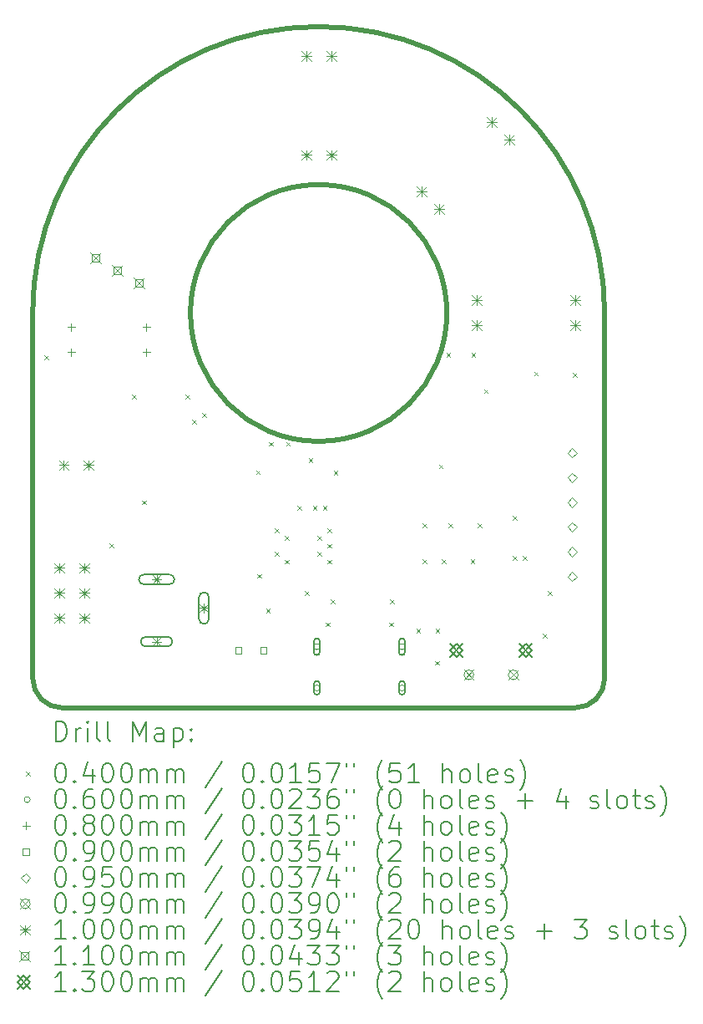
<source format=gbr>
%TF.GenerationSoftware,KiCad,Pcbnew,7.0.8*%
%TF.CreationDate,2024-02-21T14:15:14-03:00*%
%TF.ProjectId,Lidar PCB,4c696461-7220-4504-9342-2e6b69636164,1.0*%
%TF.SameCoordinates,Original*%
%TF.FileFunction,Drillmap*%
%TF.FilePolarity,Positive*%
%FSLAX45Y45*%
G04 Gerber Fmt 4.5, Leading zero omitted, Abs format (unit mm)*
G04 Created by KiCad (PCBNEW 7.0.8) date 2024-02-21 14:15:14*
%MOMM*%
%LPD*%
G01*
G04 APERTURE LIST*
%ADD10C,0.500000*%
%ADD11C,0.200000*%
%ADD12C,0.040000*%
%ADD13C,0.060000*%
%ADD14C,0.080000*%
%ADD15C,0.090000*%
%ADD16C,0.095000*%
%ADD17C,0.099000*%
%ADD18C,0.100000*%
%ADD19C,0.110000*%
%ADD20C,0.130000*%
G04 APERTURE END LIST*
D10*
X17600000Y-9000000D02*
G75*
G03*
X14700000Y-6100000I-2900000J0D01*
G01*
X16000000Y-9000000D02*
G75*
G03*
X16000000Y-9000000I-1300000J0D01*
G01*
X14700000Y-6100000D02*
G75*
G03*
X11800000Y-9000000I0J-2900000D01*
G01*
X11800000Y-12700000D02*
X11800000Y-9000000D01*
X11800000Y-12700000D02*
G75*
G03*
X12100000Y-13000000I300000J0D01*
G01*
X17300000Y-13000000D02*
X12100000Y-13000000D01*
X17300000Y-13000000D02*
G75*
G03*
X17600000Y-12700000I0J300000D01*
G01*
X17600000Y-12700000D02*
X17600000Y-9000000D01*
D11*
D12*
X11918000Y-9428800D02*
X11958000Y-9468800D01*
X11958000Y-9428800D02*
X11918000Y-9468800D01*
X12578400Y-11333800D02*
X12618400Y-11373800D01*
X12618400Y-11333800D02*
X12578400Y-11373800D01*
X12805600Y-9825000D02*
X12845600Y-9865000D01*
X12845600Y-9825000D02*
X12805600Y-9865000D01*
X12908600Y-10899500D02*
X12948600Y-10939500D01*
X12948600Y-10899500D02*
X12908600Y-10939500D01*
X13351700Y-9825000D02*
X13391700Y-9865000D01*
X13391700Y-9825000D02*
X13351700Y-9865000D01*
X13418000Y-10079000D02*
X13458000Y-10119000D01*
X13458000Y-10079000D02*
X13418000Y-10119000D01*
X13518200Y-10015000D02*
X13558200Y-10055000D01*
X13558200Y-10015000D02*
X13518200Y-10055000D01*
X14064300Y-10593200D02*
X14104300Y-10633200D01*
X14104300Y-10593200D02*
X14064300Y-10633200D01*
X14077000Y-11644500D02*
X14117000Y-11684500D01*
X14117000Y-11644500D02*
X14077000Y-11684500D01*
X14165900Y-11994200D02*
X14205900Y-12034200D01*
X14205900Y-11994200D02*
X14165900Y-12034200D01*
X14193500Y-10305100D02*
X14233500Y-10345100D01*
X14233500Y-10305100D02*
X14193500Y-10345100D01*
X14254800Y-11179500D02*
X14294800Y-11219500D01*
X14294800Y-11179500D02*
X14254800Y-11219500D01*
X14254800Y-11419500D02*
X14294800Y-11459500D01*
X14294800Y-11419500D02*
X14254800Y-11459500D01*
X14356400Y-11259500D02*
X14396400Y-11299500D01*
X14396400Y-11259500D02*
X14356400Y-11299500D01*
X14356400Y-11499500D02*
X14396400Y-11539500D01*
X14396400Y-11499500D02*
X14356400Y-11539500D01*
X14369500Y-10305100D02*
X14409500Y-10345100D01*
X14409500Y-10305100D02*
X14369500Y-10345100D01*
X14481500Y-10952800D02*
X14521500Y-10992800D01*
X14521500Y-10952800D02*
X14481500Y-10992800D01*
X14561500Y-11816400D02*
X14601500Y-11856400D01*
X14601500Y-11816400D02*
X14561500Y-11856400D01*
X14597700Y-10470200D02*
X14637700Y-10510200D01*
X14637700Y-10470200D02*
X14597700Y-10510200D01*
X14641500Y-10952800D02*
X14681500Y-10992800D01*
X14681500Y-10952800D02*
X14641500Y-10992800D01*
X14686600Y-11259500D02*
X14726600Y-11299500D01*
X14726600Y-11259500D02*
X14686600Y-11299500D01*
X14686600Y-11419500D02*
X14726600Y-11459500D01*
X14726600Y-11419500D02*
X14686600Y-11459500D01*
X14741450Y-10952800D02*
X14781450Y-10992800D01*
X14781450Y-10952800D02*
X14741450Y-10992800D01*
X14773000Y-12133900D02*
X14813000Y-12173900D01*
X14813000Y-12133900D02*
X14773000Y-12173900D01*
X14788200Y-11179500D02*
X14828200Y-11219500D01*
X14828200Y-11179500D02*
X14788200Y-11219500D01*
X14788200Y-11339500D02*
X14828200Y-11379500D01*
X14828200Y-11339500D02*
X14788200Y-11379500D01*
X14788200Y-11499500D02*
X14828200Y-11539500D01*
X14828200Y-11499500D02*
X14788200Y-11539500D01*
X14822080Y-11902750D02*
X14862080Y-11942750D01*
X14862080Y-11902750D02*
X14822080Y-11942750D01*
X14851700Y-10597200D02*
X14891700Y-10637200D01*
X14891700Y-10597200D02*
X14851700Y-10637200D01*
X15413000Y-12133900D02*
X15453000Y-12173900D01*
X15453000Y-12133900D02*
X15413000Y-12173900D01*
X15423200Y-11902750D02*
X15463200Y-11942750D01*
X15463200Y-11902750D02*
X15423200Y-11942750D01*
X15689500Y-12197400D02*
X15729500Y-12237400D01*
X15729500Y-12197400D02*
X15689500Y-12237400D01*
X15754500Y-11132045D02*
X15794500Y-11172045D01*
X15794500Y-11132045D02*
X15754500Y-11172045D01*
X15754500Y-11492500D02*
X15794500Y-11532500D01*
X15794500Y-11492500D02*
X15754500Y-11532500D01*
X15880400Y-12525000D02*
X15920400Y-12565000D01*
X15920400Y-12525000D02*
X15880400Y-12565000D01*
X15884500Y-12197400D02*
X15924500Y-12237400D01*
X15924500Y-12197400D02*
X15884500Y-12237400D01*
X15918500Y-10533700D02*
X15958500Y-10573700D01*
X15958500Y-10533700D02*
X15918500Y-10573700D01*
X15949500Y-11492500D02*
X15989500Y-11532500D01*
X15989500Y-11492500D02*
X15949500Y-11532500D01*
X15994700Y-9403400D02*
X16034700Y-9443400D01*
X16034700Y-9403400D02*
X15994700Y-9443400D01*
X16014500Y-11132045D02*
X16054500Y-11172045D01*
X16054500Y-11132045D02*
X16014500Y-11172045D01*
X16242000Y-11492500D02*
X16282000Y-11532500D01*
X16282000Y-11492500D02*
X16242000Y-11532500D01*
X16248700Y-9403400D02*
X16288700Y-9443400D01*
X16288700Y-9403400D02*
X16248700Y-9443400D01*
X16312200Y-11132045D02*
X16352200Y-11172045D01*
X16352200Y-11132045D02*
X16312200Y-11172045D01*
X16375700Y-9771700D02*
X16415700Y-9811700D01*
X16415700Y-9771700D02*
X16375700Y-9811700D01*
X16667800Y-11054400D02*
X16707800Y-11094400D01*
X16707800Y-11054400D02*
X16667800Y-11094400D01*
X16667800Y-11460800D02*
X16707800Y-11500800D01*
X16707800Y-11460800D02*
X16667800Y-11500800D01*
X16769400Y-11460800D02*
X16809400Y-11500800D01*
X16809400Y-11460800D02*
X16769400Y-11500800D01*
X16883700Y-9593900D02*
X16923700Y-9633900D01*
X16923700Y-9593900D02*
X16883700Y-9633900D01*
X16972600Y-12248200D02*
X17012600Y-12288200D01*
X17012600Y-12248200D02*
X16972600Y-12288200D01*
X17023400Y-11816400D02*
X17063400Y-11856400D01*
X17063400Y-11816400D02*
X17023400Y-11856400D01*
X17280000Y-9606600D02*
X17320000Y-9646600D01*
X17320000Y-9606600D02*
X17280000Y-9646600D01*
D13*
X14711000Y-12380000D02*
G75*
G03*
X14711000Y-12380000I-30000J0D01*
G01*
D11*
X14711000Y-12435000D02*
X14711000Y-12325000D01*
X14711000Y-12325000D02*
G75*
G03*
X14651000Y-12325000I-30000J0D01*
G01*
X14651000Y-12325000D02*
X14651000Y-12435000D01*
X14651000Y-12435000D02*
G75*
G03*
X14711000Y-12435000I30000J0D01*
G01*
D13*
X14711000Y-12797000D02*
G75*
G03*
X14711000Y-12797000I-30000J0D01*
G01*
D11*
X14711000Y-12837000D02*
X14711000Y-12757000D01*
X14711000Y-12757000D02*
G75*
G03*
X14651000Y-12757000I-30000J0D01*
G01*
X14651000Y-12757000D02*
X14651000Y-12837000D01*
X14651000Y-12837000D02*
G75*
G03*
X14711000Y-12837000I30000J0D01*
G01*
D13*
X15575000Y-12380000D02*
G75*
G03*
X15575000Y-12380000I-30000J0D01*
G01*
D11*
X15575000Y-12435000D02*
X15575000Y-12325000D01*
X15575000Y-12325000D02*
G75*
G03*
X15515000Y-12325000I-30000J0D01*
G01*
X15515000Y-12325000D02*
X15515000Y-12435000D01*
X15515000Y-12435000D02*
G75*
G03*
X15575000Y-12435000I30000J0D01*
G01*
D13*
X15575000Y-12797000D02*
G75*
G03*
X15575000Y-12797000I-30000J0D01*
G01*
D11*
X15575000Y-12837000D02*
X15575000Y-12757000D01*
X15575000Y-12757000D02*
G75*
G03*
X15515000Y-12757000I-30000J0D01*
G01*
X15515000Y-12757000D02*
X15515000Y-12837000D01*
X15515000Y-12837000D02*
G75*
G03*
X15575000Y-12837000I30000J0D01*
G01*
D14*
X12191000Y-9104500D02*
X12191000Y-9184500D01*
X12151000Y-9144500D02*
X12231000Y-9144500D01*
X12191000Y-9358500D02*
X12191000Y-9438500D01*
X12151000Y-9398500D02*
X12231000Y-9398500D01*
X12953000Y-9104500D02*
X12953000Y-9184500D01*
X12913000Y-9144500D02*
X12993000Y-9144500D01*
X12953000Y-9358500D02*
X12953000Y-9438500D01*
X12913000Y-9398500D02*
X12993000Y-9398500D01*
D15*
X13918820Y-12449320D02*
X13918820Y-12385680D01*
X13855180Y-12385680D01*
X13855180Y-12449320D01*
X13918820Y-12449320D01*
X14172820Y-12449320D02*
X14172820Y-12385680D01*
X14109180Y-12385680D01*
X14109180Y-12449320D01*
X14172820Y-12449320D01*
D16*
X17272000Y-10465500D02*
X17319500Y-10418000D01*
X17272000Y-10370500D01*
X17224500Y-10418000D01*
X17272000Y-10465500D01*
X17272000Y-10715500D02*
X17319500Y-10668000D01*
X17272000Y-10620500D01*
X17224500Y-10668000D01*
X17272000Y-10715500D01*
X17272000Y-10965500D02*
X17319500Y-10918000D01*
X17272000Y-10870500D01*
X17224500Y-10918000D01*
X17272000Y-10965500D01*
X17272000Y-11215500D02*
X17319500Y-11168000D01*
X17272000Y-11120500D01*
X17224500Y-11168000D01*
X17272000Y-11215500D01*
X17272000Y-11465500D02*
X17319500Y-11418000D01*
X17272000Y-11370500D01*
X17224500Y-11418000D01*
X17272000Y-11465500D01*
X17272000Y-11715500D02*
X17319500Y-11668000D01*
X17272000Y-11620500D01*
X17224500Y-11668000D01*
X17272000Y-11715500D01*
D17*
X16174180Y-12615750D02*
X16273180Y-12714750D01*
X16273180Y-12615750D02*
X16174180Y-12714750D01*
X16273180Y-12665250D02*
G75*
G03*
X16273180Y-12665250I-49500J0D01*
G01*
X16624180Y-12615750D02*
X16723180Y-12714750D01*
X16723180Y-12615750D02*
X16624180Y-12714750D01*
X16723180Y-12665250D02*
G75*
G03*
X16723180Y-12665250I-49500J0D01*
G01*
D18*
X12017000Y-11532400D02*
X12117000Y-11632400D01*
X12117000Y-11532400D02*
X12017000Y-11632400D01*
X12067000Y-11532400D02*
X12067000Y-11632400D01*
X12017000Y-11582400D02*
X12117000Y-11582400D01*
X12017000Y-11786400D02*
X12117000Y-11886400D01*
X12117000Y-11786400D02*
X12017000Y-11886400D01*
X12067000Y-11786400D02*
X12067000Y-11886400D01*
X12017000Y-11836400D02*
X12117000Y-11836400D01*
X12017000Y-12040400D02*
X12117000Y-12140400D01*
X12117000Y-12040400D02*
X12017000Y-12140400D01*
X12067000Y-12040400D02*
X12067000Y-12140400D01*
X12017000Y-12090400D02*
X12117000Y-12090400D01*
X12065800Y-10491000D02*
X12165800Y-10591000D01*
X12165800Y-10491000D02*
X12065800Y-10591000D01*
X12115800Y-10491000D02*
X12115800Y-10591000D01*
X12065800Y-10541000D02*
X12165800Y-10541000D01*
X12271000Y-11532400D02*
X12371000Y-11632400D01*
X12371000Y-11532400D02*
X12271000Y-11632400D01*
X12321000Y-11532400D02*
X12321000Y-11632400D01*
X12271000Y-11582400D02*
X12371000Y-11582400D01*
X12271000Y-11786400D02*
X12371000Y-11886400D01*
X12371000Y-11786400D02*
X12271000Y-11886400D01*
X12321000Y-11786400D02*
X12321000Y-11886400D01*
X12271000Y-11836400D02*
X12371000Y-11836400D01*
X12271000Y-12040400D02*
X12371000Y-12140400D01*
X12371000Y-12040400D02*
X12271000Y-12140400D01*
X12321000Y-12040400D02*
X12321000Y-12140400D01*
X12271000Y-12090400D02*
X12371000Y-12090400D01*
X12315800Y-10491000D02*
X12415800Y-10591000D01*
X12415800Y-10491000D02*
X12315800Y-10591000D01*
X12365800Y-10491000D02*
X12365800Y-10591000D01*
X12315800Y-10541000D02*
X12415800Y-10541000D01*
X13006800Y-11649000D02*
X13106800Y-11749000D01*
X13106800Y-11649000D02*
X13006800Y-11749000D01*
X13056800Y-11649000D02*
X13056800Y-11749000D01*
X13006800Y-11699000D02*
X13106800Y-11699000D01*
D11*
X12926800Y-11749000D02*
X13186800Y-11749000D01*
X13186800Y-11749000D02*
G75*
G03*
X13186800Y-11649000I0J50000D01*
G01*
X13186800Y-11649000D02*
X12926800Y-11649000D01*
X12926800Y-11649000D02*
G75*
G03*
X12926800Y-11749000I0J-50000D01*
G01*
D18*
X13006800Y-12279000D02*
X13106800Y-12379000D01*
X13106800Y-12279000D02*
X13006800Y-12379000D01*
X13056800Y-12279000D02*
X13056800Y-12379000D01*
X13006800Y-12329000D02*
X13106800Y-12329000D01*
D11*
X12946800Y-12379000D02*
X13166800Y-12379000D01*
X13166800Y-12379000D02*
G75*
G03*
X13166800Y-12279000I0J50000D01*
G01*
X13166800Y-12279000D02*
X12946800Y-12279000D01*
X12946800Y-12279000D02*
G75*
G03*
X12946800Y-12379000I0J-50000D01*
G01*
D18*
X13486800Y-11939000D02*
X13586800Y-12039000D01*
X13586800Y-11939000D02*
X13486800Y-12039000D01*
X13536800Y-11939000D02*
X13536800Y-12039000D01*
X13486800Y-11989000D02*
X13586800Y-11989000D01*
D11*
X13486800Y-11879000D02*
X13486800Y-12099000D01*
X13486800Y-12099000D02*
G75*
G03*
X13586800Y-12099000I50000J0D01*
G01*
X13586800Y-12099000D02*
X13586800Y-11879000D01*
X13586800Y-11879000D02*
G75*
G03*
X13486800Y-11879000I-50000J0D01*
G01*
D18*
X14523000Y-6350000D02*
X14623000Y-6450000D01*
X14623000Y-6350000D02*
X14523000Y-6450000D01*
X14573000Y-6350000D02*
X14573000Y-6450000D01*
X14523000Y-6400000D02*
X14623000Y-6400000D01*
X14523000Y-7350000D02*
X14623000Y-7450000D01*
X14623000Y-7350000D02*
X14523000Y-7450000D01*
X14573000Y-7350000D02*
X14573000Y-7450000D01*
X14523000Y-7400000D02*
X14623000Y-7400000D01*
X14777000Y-6350000D02*
X14877000Y-6450000D01*
X14877000Y-6350000D02*
X14777000Y-6450000D01*
X14827000Y-6350000D02*
X14827000Y-6450000D01*
X14777000Y-6400000D02*
X14877000Y-6400000D01*
X14777000Y-7350000D02*
X14877000Y-7450000D01*
X14877000Y-7350000D02*
X14777000Y-7450000D01*
X14827000Y-7350000D02*
X14827000Y-7450000D01*
X14777000Y-7400000D02*
X14877000Y-7400000D01*
X15695395Y-7720395D02*
X15795395Y-7820395D01*
X15795395Y-7720395D02*
X15695395Y-7820395D01*
X15745395Y-7720395D02*
X15745395Y-7820395D01*
X15695395Y-7770395D02*
X15795395Y-7770395D01*
X15875000Y-7900000D02*
X15975000Y-8000000D01*
X15975000Y-7900000D02*
X15875000Y-8000000D01*
X15925000Y-7900000D02*
X15925000Y-8000000D01*
X15875000Y-7950000D02*
X15975000Y-7950000D01*
X16250000Y-8823000D02*
X16350000Y-8923000D01*
X16350000Y-8823000D02*
X16250000Y-8923000D01*
X16300000Y-8823000D02*
X16300000Y-8923000D01*
X16250000Y-8873000D02*
X16350000Y-8873000D01*
X16250000Y-9077000D02*
X16350000Y-9177000D01*
X16350000Y-9077000D02*
X16250000Y-9177000D01*
X16300000Y-9077000D02*
X16300000Y-9177000D01*
X16250000Y-9127000D02*
X16350000Y-9127000D01*
X16402502Y-7013288D02*
X16502502Y-7113288D01*
X16502502Y-7013288D02*
X16402502Y-7113288D01*
X16452502Y-7013288D02*
X16452502Y-7113288D01*
X16402502Y-7063288D02*
X16502502Y-7063288D01*
X16582107Y-7192893D02*
X16682107Y-7292893D01*
X16682107Y-7192893D02*
X16582107Y-7292893D01*
X16632107Y-7192893D02*
X16632107Y-7292893D01*
X16582107Y-7242893D02*
X16682107Y-7242893D01*
X17250000Y-8823000D02*
X17350000Y-8923000D01*
X17350000Y-8823000D02*
X17250000Y-8923000D01*
X17300000Y-8823000D02*
X17300000Y-8923000D01*
X17250000Y-8873000D02*
X17350000Y-8873000D01*
X17250000Y-9077000D02*
X17350000Y-9177000D01*
X17350000Y-9077000D02*
X17250000Y-9177000D01*
X17300000Y-9077000D02*
X17300000Y-9177000D01*
X17250000Y-9127000D02*
X17350000Y-9127000D01*
D19*
X12382630Y-8389742D02*
X12492630Y-8499742D01*
X12492630Y-8389742D02*
X12382630Y-8499742D01*
X12476521Y-8483633D02*
X12476521Y-8405850D01*
X12398738Y-8405850D01*
X12398738Y-8483633D01*
X12476521Y-8483633D01*
X12602600Y-8516742D02*
X12712600Y-8626742D01*
X12712600Y-8516742D02*
X12602600Y-8626742D01*
X12696491Y-8610633D02*
X12696491Y-8532850D01*
X12618709Y-8532850D01*
X12618709Y-8610633D01*
X12696491Y-8610633D01*
X12822570Y-8643742D02*
X12932570Y-8753742D01*
X12932570Y-8643742D02*
X12822570Y-8753742D01*
X12916462Y-8737633D02*
X12916462Y-8659850D01*
X12838679Y-8659850D01*
X12838679Y-8737633D01*
X12916462Y-8737633D01*
D20*
X16032680Y-12351250D02*
X16162680Y-12481250D01*
X16162680Y-12351250D02*
X16032680Y-12481250D01*
X16097680Y-12481250D02*
X16162680Y-12416250D01*
X16097680Y-12351250D01*
X16032680Y-12416250D01*
X16097680Y-12481250D01*
X16733680Y-12351250D02*
X16863680Y-12481250D01*
X16863680Y-12351250D02*
X16733680Y-12481250D01*
X16798680Y-12481250D02*
X16863680Y-12416250D01*
X16798680Y-12351250D01*
X16733680Y-12416250D01*
X16798680Y-12481250D01*
D11*
X12035777Y-13336484D02*
X12035777Y-13136484D01*
X12035777Y-13136484D02*
X12083396Y-13136484D01*
X12083396Y-13136484D02*
X12111967Y-13146008D01*
X12111967Y-13146008D02*
X12131015Y-13165055D01*
X12131015Y-13165055D02*
X12140539Y-13184103D01*
X12140539Y-13184103D02*
X12150062Y-13222198D01*
X12150062Y-13222198D02*
X12150062Y-13250769D01*
X12150062Y-13250769D02*
X12140539Y-13288865D01*
X12140539Y-13288865D02*
X12131015Y-13307912D01*
X12131015Y-13307912D02*
X12111967Y-13326960D01*
X12111967Y-13326960D02*
X12083396Y-13336484D01*
X12083396Y-13336484D02*
X12035777Y-13336484D01*
X12235777Y-13336484D02*
X12235777Y-13203150D01*
X12235777Y-13241246D02*
X12245301Y-13222198D01*
X12245301Y-13222198D02*
X12254824Y-13212674D01*
X12254824Y-13212674D02*
X12273872Y-13203150D01*
X12273872Y-13203150D02*
X12292920Y-13203150D01*
X12359586Y-13336484D02*
X12359586Y-13203150D01*
X12359586Y-13136484D02*
X12350062Y-13146008D01*
X12350062Y-13146008D02*
X12359586Y-13155531D01*
X12359586Y-13155531D02*
X12369110Y-13146008D01*
X12369110Y-13146008D02*
X12359586Y-13136484D01*
X12359586Y-13136484D02*
X12359586Y-13155531D01*
X12483396Y-13336484D02*
X12464348Y-13326960D01*
X12464348Y-13326960D02*
X12454824Y-13307912D01*
X12454824Y-13307912D02*
X12454824Y-13136484D01*
X12588158Y-13336484D02*
X12569110Y-13326960D01*
X12569110Y-13326960D02*
X12559586Y-13307912D01*
X12559586Y-13307912D02*
X12559586Y-13136484D01*
X12816729Y-13336484D02*
X12816729Y-13136484D01*
X12816729Y-13136484D02*
X12883396Y-13279341D01*
X12883396Y-13279341D02*
X12950062Y-13136484D01*
X12950062Y-13136484D02*
X12950062Y-13336484D01*
X13131015Y-13336484D02*
X13131015Y-13231722D01*
X13131015Y-13231722D02*
X13121491Y-13212674D01*
X13121491Y-13212674D02*
X13102443Y-13203150D01*
X13102443Y-13203150D02*
X13064348Y-13203150D01*
X13064348Y-13203150D02*
X13045301Y-13212674D01*
X13131015Y-13326960D02*
X13111967Y-13336484D01*
X13111967Y-13336484D02*
X13064348Y-13336484D01*
X13064348Y-13336484D02*
X13045301Y-13326960D01*
X13045301Y-13326960D02*
X13035777Y-13307912D01*
X13035777Y-13307912D02*
X13035777Y-13288865D01*
X13035777Y-13288865D02*
X13045301Y-13269817D01*
X13045301Y-13269817D02*
X13064348Y-13260293D01*
X13064348Y-13260293D02*
X13111967Y-13260293D01*
X13111967Y-13260293D02*
X13131015Y-13250769D01*
X13226253Y-13203150D02*
X13226253Y-13403150D01*
X13226253Y-13212674D02*
X13245301Y-13203150D01*
X13245301Y-13203150D02*
X13283396Y-13203150D01*
X13283396Y-13203150D02*
X13302443Y-13212674D01*
X13302443Y-13212674D02*
X13311967Y-13222198D01*
X13311967Y-13222198D02*
X13321491Y-13241246D01*
X13321491Y-13241246D02*
X13321491Y-13298388D01*
X13321491Y-13298388D02*
X13311967Y-13317436D01*
X13311967Y-13317436D02*
X13302443Y-13326960D01*
X13302443Y-13326960D02*
X13283396Y-13336484D01*
X13283396Y-13336484D02*
X13245301Y-13336484D01*
X13245301Y-13336484D02*
X13226253Y-13326960D01*
X13407205Y-13317436D02*
X13416729Y-13326960D01*
X13416729Y-13326960D02*
X13407205Y-13336484D01*
X13407205Y-13336484D02*
X13397682Y-13326960D01*
X13397682Y-13326960D02*
X13407205Y-13317436D01*
X13407205Y-13317436D02*
X13407205Y-13336484D01*
X13407205Y-13212674D02*
X13416729Y-13222198D01*
X13416729Y-13222198D02*
X13407205Y-13231722D01*
X13407205Y-13231722D02*
X13397682Y-13222198D01*
X13397682Y-13222198D02*
X13407205Y-13212674D01*
X13407205Y-13212674D02*
X13407205Y-13231722D01*
D12*
X11735000Y-13645000D02*
X11775000Y-13685000D01*
X11775000Y-13645000D02*
X11735000Y-13685000D01*
D11*
X12073872Y-13556484D02*
X12092920Y-13556484D01*
X12092920Y-13556484D02*
X12111967Y-13566008D01*
X12111967Y-13566008D02*
X12121491Y-13575531D01*
X12121491Y-13575531D02*
X12131015Y-13594579D01*
X12131015Y-13594579D02*
X12140539Y-13632674D01*
X12140539Y-13632674D02*
X12140539Y-13680293D01*
X12140539Y-13680293D02*
X12131015Y-13718388D01*
X12131015Y-13718388D02*
X12121491Y-13737436D01*
X12121491Y-13737436D02*
X12111967Y-13746960D01*
X12111967Y-13746960D02*
X12092920Y-13756484D01*
X12092920Y-13756484D02*
X12073872Y-13756484D01*
X12073872Y-13756484D02*
X12054824Y-13746960D01*
X12054824Y-13746960D02*
X12045301Y-13737436D01*
X12045301Y-13737436D02*
X12035777Y-13718388D01*
X12035777Y-13718388D02*
X12026253Y-13680293D01*
X12026253Y-13680293D02*
X12026253Y-13632674D01*
X12026253Y-13632674D02*
X12035777Y-13594579D01*
X12035777Y-13594579D02*
X12045301Y-13575531D01*
X12045301Y-13575531D02*
X12054824Y-13566008D01*
X12054824Y-13566008D02*
X12073872Y-13556484D01*
X12226253Y-13737436D02*
X12235777Y-13746960D01*
X12235777Y-13746960D02*
X12226253Y-13756484D01*
X12226253Y-13756484D02*
X12216729Y-13746960D01*
X12216729Y-13746960D02*
X12226253Y-13737436D01*
X12226253Y-13737436D02*
X12226253Y-13756484D01*
X12407205Y-13623150D02*
X12407205Y-13756484D01*
X12359586Y-13546960D02*
X12311967Y-13689817D01*
X12311967Y-13689817D02*
X12435777Y-13689817D01*
X12550062Y-13556484D02*
X12569110Y-13556484D01*
X12569110Y-13556484D02*
X12588158Y-13566008D01*
X12588158Y-13566008D02*
X12597682Y-13575531D01*
X12597682Y-13575531D02*
X12607205Y-13594579D01*
X12607205Y-13594579D02*
X12616729Y-13632674D01*
X12616729Y-13632674D02*
X12616729Y-13680293D01*
X12616729Y-13680293D02*
X12607205Y-13718388D01*
X12607205Y-13718388D02*
X12597682Y-13737436D01*
X12597682Y-13737436D02*
X12588158Y-13746960D01*
X12588158Y-13746960D02*
X12569110Y-13756484D01*
X12569110Y-13756484D02*
X12550062Y-13756484D01*
X12550062Y-13756484D02*
X12531015Y-13746960D01*
X12531015Y-13746960D02*
X12521491Y-13737436D01*
X12521491Y-13737436D02*
X12511967Y-13718388D01*
X12511967Y-13718388D02*
X12502443Y-13680293D01*
X12502443Y-13680293D02*
X12502443Y-13632674D01*
X12502443Y-13632674D02*
X12511967Y-13594579D01*
X12511967Y-13594579D02*
X12521491Y-13575531D01*
X12521491Y-13575531D02*
X12531015Y-13566008D01*
X12531015Y-13566008D02*
X12550062Y-13556484D01*
X12740539Y-13556484D02*
X12759586Y-13556484D01*
X12759586Y-13556484D02*
X12778634Y-13566008D01*
X12778634Y-13566008D02*
X12788158Y-13575531D01*
X12788158Y-13575531D02*
X12797682Y-13594579D01*
X12797682Y-13594579D02*
X12807205Y-13632674D01*
X12807205Y-13632674D02*
X12807205Y-13680293D01*
X12807205Y-13680293D02*
X12797682Y-13718388D01*
X12797682Y-13718388D02*
X12788158Y-13737436D01*
X12788158Y-13737436D02*
X12778634Y-13746960D01*
X12778634Y-13746960D02*
X12759586Y-13756484D01*
X12759586Y-13756484D02*
X12740539Y-13756484D01*
X12740539Y-13756484D02*
X12721491Y-13746960D01*
X12721491Y-13746960D02*
X12711967Y-13737436D01*
X12711967Y-13737436D02*
X12702443Y-13718388D01*
X12702443Y-13718388D02*
X12692920Y-13680293D01*
X12692920Y-13680293D02*
X12692920Y-13632674D01*
X12692920Y-13632674D02*
X12702443Y-13594579D01*
X12702443Y-13594579D02*
X12711967Y-13575531D01*
X12711967Y-13575531D02*
X12721491Y-13566008D01*
X12721491Y-13566008D02*
X12740539Y-13556484D01*
X12892920Y-13756484D02*
X12892920Y-13623150D01*
X12892920Y-13642198D02*
X12902443Y-13632674D01*
X12902443Y-13632674D02*
X12921491Y-13623150D01*
X12921491Y-13623150D02*
X12950063Y-13623150D01*
X12950063Y-13623150D02*
X12969110Y-13632674D01*
X12969110Y-13632674D02*
X12978634Y-13651722D01*
X12978634Y-13651722D02*
X12978634Y-13756484D01*
X12978634Y-13651722D02*
X12988158Y-13632674D01*
X12988158Y-13632674D02*
X13007205Y-13623150D01*
X13007205Y-13623150D02*
X13035777Y-13623150D01*
X13035777Y-13623150D02*
X13054824Y-13632674D01*
X13054824Y-13632674D02*
X13064348Y-13651722D01*
X13064348Y-13651722D02*
X13064348Y-13756484D01*
X13159586Y-13756484D02*
X13159586Y-13623150D01*
X13159586Y-13642198D02*
X13169110Y-13632674D01*
X13169110Y-13632674D02*
X13188158Y-13623150D01*
X13188158Y-13623150D02*
X13216729Y-13623150D01*
X13216729Y-13623150D02*
X13235777Y-13632674D01*
X13235777Y-13632674D02*
X13245301Y-13651722D01*
X13245301Y-13651722D02*
X13245301Y-13756484D01*
X13245301Y-13651722D02*
X13254824Y-13632674D01*
X13254824Y-13632674D02*
X13273872Y-13623150D01*
X13273872Y-13623150D02*
X13302443Y-13623150D01*
X13302443Y-13623150D02*
X13321491Y-13632674D01*
X13321491Y-13632674D02*
X13331015Y-13651722D01*
X13331015Y-13651722D02*
X13331015Y-13756484D01*
X13721491Y-13546960D02*
X13550063Y-13804103D01*
X13978634Y-13556484D02*
X13997682Y-13556484D01*
X13997682Y-13556484D02*
X14016729Y-13566008D01*
X14016729Y-13566008D02*
X14026253Y-13575531D01*
X14026253Y-13575531D02*
X14035777Y-13594579D01*
X14035777Y-13594579D02*
X14045301Y-13632674D01*
X14045301Y-13632674D02*
X14045301Y-13680293D01*
X14045301Y-13680293D02*
X14035777Y-13718388D01*
X14035777Y-13718388D02*
X14026253Y-13737436D01*
X14026253Y-13737436D02*
X14016729Y-13746960D01*
X14016729Y-13746960D02*
X13997682Y-13756484D01*
X13997682Y-13756484D02*
X13978634Y-13756484D01*
X13978634Y-13756484D02*
X13959586Y-13746960D01*
X13959586Y-13746960D02*
X13950063Y-13737436D01*
X13950063Y-13737436D02*
X13940539Y-13718388D01*
X13940539Y-13718388D02*
X13931015Y-13680293D01*
X13931015Y-13680293D02*
X13931015Y-13632674D01*
X13931015Y-13632674D02*
X13940539Y-13594579D01*
X13940539Y-13594579D02*
X13950063Y-13575531D01*
X13950063Y-13575531D02*
X13959586Y-13566008D01*
X13959586Y-13566008D02*
X13978634Y-13556484D01*
X14131015Y-13737436D02*
X14140539Y-13746960D01*
X14140539Y-13746960D02*
X14131015Y-13756484D01*
X14131015Y-13756484D02*
X14121491Y-13746960D01*
X14121491Y-13746960D02*
X14131015Y-13737436D01*
X14131015Y-13737436D02*
X14131015Y-13756484D01*
X14264348Y-13556484D02*
X14283396Y-13556484D01*
X14283396Y-13556484D02*
X14302444Y-13566008D01*
X14302444Y-13566008D02*
X14311967Y-13575531D01*
X14311967Y-13575531D02*
X14321491Y-13594579D01*
X14321491Y-13594579D02*
X14331015Y-13632674D01*
X14331015Y-13632674D02*
X14331015Y-13680293D01*
X14331015Y-13680293D02*
X14321491Y-13718388D01*
X14321491Y-13718388D02*
X14311967Y-13737436D01*
X14311967Y-13737436D02*
X14302444Y-13746960D01*
X14302444Y-13746960D02*
X14283396Y-13756484D01*
X14283396Y-13756484D02*
X14264348Y-13756484D01*
X14264348Y-13756484D02*
X14245301Y-13746960D01*
X14245301Y-13746960D02*
X14235777Y-13737436D01*
X14235777Y-13737436D02*
X14226253Y-13718388D01*
X14226253Y-13718388D02*
X14216729Y-13680293D01*
X14216729Y-13680293D02*
X14216729Y-13632674D01*
X14216729Y-13632674D02*
X14226253Y-13594579D01*
X14226253Y-13594579D02*
X14235777Y-13575531D01*
X14235777Y-13575531D02*
X14245301Y-13566008D01*
X14245301Y-13566008D02*
X14264348Y-13556484D01*
X14521491Y-13756484D02*
X14407206Y-13756484D01*
X14464348Y-13756484D02*
X14464348Y-13556484D01*
X14464348Y-13556484D02*
X14445301Y-13585055D01*
X14445301Y-13585055D02*
X14426253Y-13604103D01*
X14426253Y-13604103D02*
X14407206Y-13613627D01*
X14702444Y-13556484D02*
X14607206Y-13556484D01*
X14607206Y-13556484D02*
X14597682Y-13651722D01*
X14597682Y-13651722D02*
X14607206Y-13642198D01*
X14607206Y-13642198D02*
X14626253Y-13632674D01*
X14626253Y-13632674D02*
X14673872Y-13632674D01*
X14673872Y-13632674D02*
X14692920Y-13642198D01*
X14692920Y-13642198D02*
X14702444Y-13651722D01*
X14702444Y-13651722D02*
X14711967Y-13670769D01*
X14711967Y-13670769D02*
X14711967Y-13718388D01*
X14711967Y-13718388D02*
X14702444Y-13737436D01*
X14702444Y-13737436D02*
X14692920Y-13746960D01*
X14692920Y-13746960D02*
X14673872Y-13756484D01*
X14673872Y-13756484D02*
X14626253Y-13756484D01*
X14626253Y-13756484D02*
X14607206Y-13746960D01*
X14607206Y-13746960D02*
X14597682Y-13737436D01*
X14778634Y-13556484D02*
X14911967Y-13556484D01*
X14911967Y-13556484D02*
X14826253Y-13756484D01*
X14978634Y-13556484D02*
X14978634Y-13594579D01*
X15054825Y-13556484D02*
X15054825Y-13594579D01*
X15350063Y-13832674D02*
X15340539Y-13823150D01*
X15340539Y-13823150D02*
X15321491Y-13794579D01*
X15321491Y-13794579D02*
X15311968Y-13775531D01*
X15311968Y-13775531D02*
X15302444Y-13746960D01*
X15302444Y-13746960D02*
X15292920Y-13699341D01*
X15292920Y-13699341D02*
X15292920Y-13661246D01*
X15292920Y-13661246D02*
X15302444Y-13613627D01*
X15302444Y-13613627D02*
X15311968Y-13585055D01*
X15311968Y-13585055D02*
X15321491Y-13566008D01*
X15321491Y-13566008D02*
X15340539Y-13537436D01*
X15340539Y-13537436D02*
X15350063Y-13527912D01*
X15521491Y-13556484D02*
X15426253Y-13556484D01*
X15426253Y-13556484D02*
X15416729Y-13651722D01*
X15416729Y-13651722D02*
X15426253Y-13642198D01*
X15426253Y-13642198D02*
X15445301Y-13632674D01*
X15445301Y-13632674D02*
X15492920Y-13632674D01*
X15492920Y-13632674D02*
X15511968Y-13642198D01*
X15511968Y-13642198D02*
X15521491Y-13651722D01*
X15521491Y-13651722D02*
X15531015Y-13670769D01*
X15531015Y-13670769D02*
X15531015Y-13718388D01*
X15531015Y-13718388D02*
X15521491Y-13737436D01*
X15521491Y-13737436D02*
X15511968Y-13746960D01*
X15511968Y-13746960D02*
X15492920Y-13756484D01*
X15492920Y-13756484D02*
X15445301Y-13756484D01*
X15445301Y-13756484D02*
X15426253Y-13746960D01*
X15426253Y-13746960D02*
X15416729Y-13737436D01*
X15721491Y-13756484D02*
X15607206Y-13756484D01*
X15664348Y-13756484D02*
X15664348Y-13556484D01*
X15664348Y-13556484D02*
X15645301Y-13585055D01*
X15645301Y-13585055D02*
X15626253Y-13604103D01*
X15626253Y-13604103D02*
X15607206Y-13613627D01*
X15959587Y-13756484D02*
X15959587Y-13556484D01*
X16045301Y-13756484D02*
X16045301Y-13651722D01*
X16045301Y-13651722D02*
X16035777Y-13632674D01*
X16035777Y-13632674D02*
X16016730Y-13623150D01*
X16016730Y-13623150D02*
X15988158Y-13623150D01*
X15988158Y-13623150D02*
X15969110Y-13632674D01*
X15969110Y-13632674D02*
X15959587Y-13642198D01*
X16169110Y-13756484D02*
X16150063Y-13746960D01*
X16150063Y-13746960D02*
X16140539Y-13737436D01*
X16140539Y-13737436D02*
X16131015Y-13718388D01*
X16131015Y-13718388D02*
X16131015Y-13661246D01*
X16131015Y-13661246D02*
X16140539Y-13642198D01*
X16140539Y-13642198D02*
X16150063Y-13632674D01*
X16150063Y-13632674D02*
X16169110Y-13623150D01*
X16169110Y-13623150D02*
X16197682Y-13623150D01*
X16197682Y-13623150D02*
X16216730Y-13632674D01*
X16216730Y-13632674D02*
X16226253Y-13642198D01*
X16226253Y-13642198D02*
X16235777Y-13661246D01*
X16235777Y-13661246D02*
X16235777Y-13718388D01*
X16235777Y-13718388D02*
X16226253Y-13737436D01*
X16226253Y-13737436D02*
X16216730Y-13746960D01*
X16216730Y-13746960D02*
X16197682Y-13756484D01*
X16197682Y-13756484D02*
X16169110Y-13756484D01*
X16350063Y-13756484D02*
X16331015Y-13746960D01*
X16331015Y-13746960D02*
X16321491Y-13727912D01*
X16321491Y-13727912D02*
X16321491Y-13556484D01*
X16502444Y-13746960D02*
X16483396Y-13756484D01*
X16483396Y-13756484D02*
X16445301Y-13756484D01*
X16445301Y-13756484D02*
X16426253Y-13746960D01*
X16426253Y-13746960D02*
X16416730Y-13727912D01*
X16416730Y-13727912D02*
X16416730Y-13651722D01*
X16416730Y-13651722D02*
X16426253Y-13632674D01*
X16426253Y-13632674D02*
X16445301Y-13623150D01*
X16445301Y-13623150D02*
X16483396Y-13623150D01*
X16483396Y-13623150D02*
X16502444Y-13632674D01*
X16502444Y-13632674D02*
X16511968Y-13651722D01*
X16511968Y-13651722D02*
X16511968Y-13670769D01*
X16511968Y-13670769D02*
X16416730Y-13689817D01*
X16588158Y-13746960D02*
X16607206Y-13756484D01*
X16607206Y-13756484D02*
X16645301Y-13756484D01*
X16645301Y-13756484D02*
X16664349Y-13746960D01*
X16664349Y-13746960D02*
X16673872Y-13727912D01*
X16673872Y-13727912D02*
X16673872Y-13718388D01*
X16673872Y-13718388D02*
X16664349Y-13699341D01*
X16664349Y-13699341D02*
X16645301Y-13689817D01*
X16645301Y-13689817D02*
X16616730Y-13689817D01*
X16616730Y-13689817D02*
X16597682Y-13680293D01*
X16597682Y-13680293D02*
X16588158Y-13661246D01*
X16588158Y-13661246D02*
X16588158Y-13651722D01*
X16588158Y-13651722D02*
X16597682Y-13632674D01*
X16597682Y-13632674D02*
X16616730Y-13623150D01*
X16616730Y-13623150D02*
X16645301Y-13623150D01*
X16645301Y-13623150D02*
X16664349Y-13632674D01*
X16740539Y-13832674D02*
X16750063Y-13823150D01*
X16750063Y-13823150D02*
X16769111Y-13794579D01*
X16769111Y-13794579D02*
X16778634Y-13775531D01*
X16778634Y-13775531D02*
X16788158Y-13746960D01*
X16788158Y-13746960D02*
X16797682Y-13699341D01*
X16797682Y-13699341D02*
X16797682Y-13661246D01*
X16797682Y-13661246D02*
X16788158Y-13613627D01*
X16788158Y-13613627D02*
X16778634Y-13585055D01*
X16778634Y-13585055D02*
X16769111Y-13566008D01*
X16769111Y-13566008D02*
X16750063Y-13537436D01*
X16750063Y-13537436D02*
X16740539Y-13527912D01*
D13*
X11775000Y-13929000D02*
G75*
G03*
X11775000Y-13929000I-30000J0D01*
G01*
D11*
X12073872Y-13820484D02*
X12092920Y-13820484D01*
X12092920Y-13820484D02*
X12111967Y-13830008D01*
X12111967Y-13830008D02*
X12121491Y-13839531D01*
X12121491Y-13839531D02*
X12131015Y-13858579D01*
X12131015Y-13858579D02*
X12140539Y-13896674D01*
X12140539Y-13896674D02*
X12140539Y-13944293D01*
X12140539Y-13944293D02*
X12131015Y-13982388D01*
X12131015Y-13982388D02*
X12121491Y-14001436D01*
X12121491Y-14001436D02*
X12111967Y-14010960D01*
X12111967Y-14010960D02*
X12092920Y-14020484D01*
X12092920Y-14020484D02*
X12073872Y-14020484D01*
X12073872Y-14020484D02*
X12054824Y-14010960D01*
X12054824Y-14010960D02*
X12045301Y-14001436D01*
X12045301Y-14001436D02*
X12035777Y-13982388D01*
X12035777Y-13982388D02*
X12026253Y-13944293D01*
X12026253Y-13944293D02*
X12026253Y-13896674D01*
X12026253Y-13896674D02*
X12035777Y-13858579D01*
X12035777Y-13858579D02*
X12045301Y-13839531D01*
X12045301Y-13839531D02*
X12054824Y-13830008D01*
X12054824Y-13830008D02*
X12073872Y-13820484D01*
X12226253Y-14001436D02*
X12235777Y-14010960D01*
X12235777Y-14010960D02*
X12226253Y-14020484D01*
X12226253Y-14020484D02*
X12216729Y-14010960D01*
X12216729Y-14010960D02*
X12226253Y-14001436D01*
X12226253Y-14001436D02*
X12226253Y-14020484D01*
X12407205Y-13820484D02*
X12369110Y-13820484D01*
X12369110Y-13820484D02*
X12350062Y-13830008D01*
X12350062Y-13830008D02*
X12340539Y-13839531D01*
X12340539Y-13839531D02*
X12321491Y-13868103D01*
X12321491Y-13868103D02*
X12311967Y-13906198D01*
X12311967Y-13906198D02*
X12311967Y-13982388D01*
X12311967Y-13982388D02*
X12321491Y-14001436D01*
X12321491Y-14001436D02*
X12331015Y-14010960D01*
X12331015Y-14010960D02*
X12350062Y-14020484D01*
X12350062Y-14020484D02*
X12388158Y-14020484D01*
X12388158Y-14020484D02*
X12407205Y-14010960D01*
X12407205Y-14010960D02*
X12416729Y-14001436D01*
X12416729Y-14001436D02*
X12426253Y-13982388D01*
X12426253Y-13982388D02*
X12426253Y-13934769D01*
X12426253Y-13934769D02*
X12416729Y-13915722D01*
X12416729Y-13915722D02*
X12407205Y-13906198D01*
X12407205Y-13906198D02*
X12388158Y-13896674D01*
X12388158Y-13896674D02*
X12350062Y-13896674D01*
X12350062Y-13896674D02*
X12331015Y-13906198D01*
X12331015Y-13906198D02*
X12321491Y-13915722D01*
X12321491Y-13915722D02*
X12311967Y-13934769D01*
X12550062Y-13820484D02*
X12569110Y-13820484D01*
X12569110Y-13820484D02*
X12588158Y-13830008D01*
X12588158Y-13830008D02*
X12597682Y-13839531D01*
X12597682Y-13839531D02*
X12607205Y-13858579D01*
X12607205Y-13858579D02*
X12616729Y-13896674D01*
X12616729Y-13896674D02*
X12616729Y-13944293D01*
X12616729Y-13944293D02*
X12607205Y-13982388D01*
X12607205Y-13982388D02*
X12597682Y-14001436D01*
X12597682Y-14001436D02*
X12588158Y-14010960D01*
X12588158Y-14010960D02*
X12569110Y-14020484D01*
X12569110Y-14020484D02*
X12550062Y-14020484D01*
X12550062Y-14020484D02*
X12531015Y-14010960D01*
X12531015Y-14010960D02*
X12521491Y-14001436D01*
X12521491Y-14001436D02*
X12511967Y-13982388D01*
X12511967Y-13982388D02*
X12502443Y-13944293D01*
X12502443Y-13944293D02*
X12502443Y-13896674D01*
X12502443Y-13896674D02*
X12511967Y-13858579D01*
X12511967Y-13858579D02*
X12521491Y-13839531D01*
X12521491Y-13839531D02*
X12531015Y-13830008D01*
X12531015Y-13830008D02*
X12550062Y-13820484D01*
X12740539Y-13820484D02*
X12759586Y-13820484D01*
X12759586Y-13820484D02*
X12778634Y-13830008D01*
X12778634Y-13830008D02*
X12788158Y-13839531D01*
X12788158Y-13839531D02*
X12797682Y-13858579D01*
X12797682Y-13858579D02*
X12807205Y-13896674D01*
X12807205Y-13896674D02*
X12807205Y-13944293D01*
X12807205Y-13944293D02*
X12797682Y-13982388D01*
X12797682Y-13982388D02*
X12788158Y-14001436D01*
X12788158Y-14001436D02*
X12778634Y-14010960D01*
X12778634Y-14010960D02*
X12759586Y-14020484D01*
X12759586Y-14020484D02*
X12740539Y-14020484D01*
X12740539Y-14020484D02*
X12721491Y-14010960D01*
X12721491Y-14010960D02*
X12711967Y-14001436D01*
X12711967Y-14001436D02*
X12702443Y-13982388D01*
X12702443Y-13982388D02*
X12692920Y-13944293D01*
X12692920Y-13944293D02*
X12692920Y-13896674D01*
X12692920Y-13896674D02*
X12702443Y-13858579D01*
X12702443Y-13858579D02*
X12711967Y-13839531D01*
X12711967Y-13839531D02*
X12721491Y-13830008D01*
X12721491Y-13830008D02*
X12740539Y-13820484D01*
X12892920Y-14020484D02*
X12892920Y-13887150D01*
X12892920Y-13906198D02*
X12902443Y-13896674D01*
X12902443Y-13896674D02*
X12921491Y-13887150D01*
X12921491Y-13887150D02*
X12950063Y-13887150D01*
X12950063Y-13887150D02*
X12969110Y-13896674D01*
X12969110Y-13896674D02*
X12978634Y-13915722D01*
X12978634Y-13915722D02*
X12978634Y-14020484D01*
X12978634Y-13915722D02*
X12988158Y-13896674D01*
X12988158Y-13896674D02*
X13007205Y-13887150D01*
X13007205Y-13887150D02*
X13035777Y-13887150D01*
X13035777Y-13887150D02*
X13054824Y-13896674D01*
X13054824Y-13896674D02*
X13064348Y-13915722D01*
X13064348Y-13915722D02*
X13064348Y-14020484D01*
X13159586Y-14020484D02*
X13159586Y-13887150D01*
X13159586Y-13906198D02*
X13169110Y-13896674D01*
X13169110Y-13896674D02*
X13188158Y-13887150D01*
X13188158Y-13887150D02*
X13216729Y-13887150D01*
X13216729Y-13887150D02*
X13235777Y-13896674D01*
X13235777Y-13896674D02*
X13245301Y-13915722D01*
X13245301Y-13915722D02*
X13245301Y-14020484D01*
X13245301Y-13915722D02*
X13254824Y-13896674D01*
X13254824Y-13896674D02*
X13273872Y-13887150D01*
X13273872Y-13887150D02*
X13302443Y-13887150D01*
X13302443Y-13887150D02*
X13321491Y-13896674D01*
X13321491Y-13896674D02*
X13331015Y-13915722D01*
X13331015Y-13915722D02*
X13331015Y-14020484D01*
X13721491Y-13810960D02*
X13550063Y-14068103D01*
X13978634Y-13820484D02*
X13997682Y-13820484D01*
X13997682Y-13820484D02*
X14016729Y-13830008D01*
X14016729Y-13830008D02*
X14026253Y-13839531D01*
X14026253Y-13839531D02*
X14035777Y-13858579D01*
X14035777Y-13858579D02*
X14045301Y-13896674D01*
X14045301Y-13896674D02*
X14045301Y-13944293D01*
X14045301Y-13944293D02*
X14035777Y-13982388D01*
X14035777Y-13982388D02*
X14026253Y-14001436D01*
X14026253Y-14001436D02*
X14016729Y-14010960D01*
X14016729Y-14010960D02*
X13997682Y-14020484D01*
X13997682Y-14020484D02*
X13978634Y-14020484D01*
X13978634Y-14020484D02*
X13959586Y-14010960D01*
X13959586Y-14010960D02*
X13950063Y-14001436D01*
X13950063Y-14001436D02*
X13940539Y-13982388D01*
X13940539Y-13982388D02*
X13931015Y-13944293D01*
X13931015Y-13944293D02*
X13931015Y-13896674D01*
X13931015Y-13896674D02*
X13940539Y-13858579D01*
X13940539Y-13858579D02*
X13950063Y-13839531D01*
X13950063Y-13839531D02*
X13959586Y-13830008D01*
X13959586Y-13830008D02*
X13978634Y-13820484D01*
X14131015Y-14001436D02*
X14140539Y-14010960D01*
X14140539Y-14010960D02*
X14131015Y-14020484D01*
X14131015Y-14020484D02*
X14121491Y-14010960D01*
X14121491Y-14010960D02*
X14131015Y-14001436D01*
X14131015Y-14001436D02*
X14131015Y-14020484D01*
X14264348Y-13820484D02*
X14283396Y-13820484D01*
X14283396Y-13820484D02*
X14302444Y-13830008D01*
X14302444Y-13830008D02*
X14311967Y-13839531D01*
X14311967Y-13839531D02*
X14321491Y-13858579D01*
X14321491Y-13858579D02*
X14331015Y-13896674D01*
X14331015Y-13896674D02*
X14331015Y-13944293D01*
X14331015Y-13944293D02*
X14321491Y-13982388D01*
X14321491Y-13982388D02*
X14311967Y-14001436D01*
X14311967Y-14001436D02*
X14302444Y-14010960D01*
X14302444Y-14010960D02*
X14283396Y-14020484D01*
X14283396Y-14020484D02*
X14264348Y-14020484D01*
X14264348Y-14020484D02*
X14245301Y-14010960D01*
X14245301Y-14010960D02*
X14235777Y-14001436D01*
X14235777Y-14001436D02*
X14226253Y-13982388D01*
X14226253Y-13982388D02*
X14216729Y-13944293D01*
X14216729Y-13944293D02*
X14216729Y-13896674D01*
X14216729Y-13896674D02*
X14226253Y-13858579D01*
X14226253Y-13858579D02*
X14235777Y-13839531D01*
X14235777Y-13839531D02*
X14245301Y-13830008D01*
X14245301Y-13830008D02*
X14264348Y-13820484D01*
X14407206Y-13839531D02*
X14416729Y-13830008D01*
X14416729Y-13830008D02*
X14435777Y-13820484D01*
X14435777Y-13820484D02*
X14483396Y-13820484D01*
X14483396Y-13820484D02*
X14502444Y-13830008D01*
X14502444Y-13830008D02*
X14511967Y-13839531D01*
X14511967Y-13839531D02*
X14521491Y-13858579D01*
X14521491Y-13858579D02*
X14521491Y-13877627D01*
X14521491Y-13877627D02*
X14511967Y-13906198D01*
X14511967Y-13906198D02*
X14397682Y-14020484D01*
X14397682Y-14020484D02*
X14521491Y-14020484D01*
X14588158Y-13820484D02*
X14711967Y-13820484D01*
X14711967Y-13820484D02*
X14645301Y-13896674D01*
X14645301Y-13896674D02*
X14673872Y-13896674D01*
X14673872Y-13896674D02*
X14692920Y-13906198D01*
X14692920Y-13906198D02*
X14702444Y-13915722D01*
X14702444Y-13915722D02*
X14711967Y-13934769D01*
X14711967Y-13934769D02*
X14711967Y-13982388D01*
X14711967Y-13982388D02*
X14702444Y-14001436D01*
X14702444Y-14001436D02*
X14692920Y-14010960D01*
X14692920Y-14010960D02*
X14673872Y-14020484D01*
X14673872Y-14020484D02*
X14616729Y-14020484D01*
X14616729Y-14020484D02*
X14597682Y-14010960D01*
X14597682Y-14010960D02*
X14588158Y-14001436D01*
X14883396Y-13820484D02*
X14845301Y-13820484D01*
X14845301Y-13820484D02*
X14826253Y-13830008D01*
X14826253Y-13830008D02*
X14816729Y-13839531D01*
X14816729Y-13839531D02*
X14797682Y-13868103D01*
X14797682Y-13868103D02*
X14788158Y-13906198D01*
X14788158Y-13906198D02*
X14788158Y-13982388D01*
X14788158Y-13982388D02*
X14797682Y-14001436D01*
X14797682Y-14001436D02*
X14807206Y-14010960D01*
X14807206Y-14010960D02*
X14826253Y-14020484D01*
X14826253Y-14020484D02*
X14864348Y-14020484D01*
X14864348Y-14020484D02*
X14883396Y-14010960D01*
X14883396Y-14010960D02*
X14892920Y-14001436D01*
X14892920Y-14001436D02*
X14902444Y-13982388D01*
X14902444Y-13982388D02*
X14902444Y-13934769D01*
X14902444Y-13934769D02*
X14892920Y-13915722D01*
X14892920Y-13915722D02*
X14883396Y-13906198D01*
X14883396Y-13906198D02*
X14864348Y-13896674D01*
X14864348Y-13896674D02*
X14826253Y-13896674D01*
X14826253Y-13896674D02*
X14807206Y-13906198D01*
X14807206Y-13906198D02*
X14797682Y-13915722D01*
X14797682Y-13915722D02*
X14788158Y-13934769D01*
X14978634Y-13820484D02*
X14978634Y-13858579D01*
X15054825Y-13820484D02*
X15054825Y-13858579D01*
X15350063Y-14096674D02*
X15340539Y-14087150D01*
X15340539Y-14087150D02*
X15321491Y-14058579D01*
X15321491Y-14058579D02*
X15311968Y-14039531D01*
X15311968Y-14039531D02*
X15302444Y-14010960D01*
X15302444Y-14010960D02*
X15292920Y-13963341D01*
X15292920Y-13963341D02*
X15292920Y-13925246D01*
X15292920Y-13925246D02*
X15302444Y-13877627D01*
X15302444Y-13877627D02*
X15311968Y-13849055D01*
X15311968Y-13849055D02*
X15321491Y-13830008D01*
X15321491Y-13830008D02*
X15340539Y-13801436D01*
X15340539Y-13801436D02*
X15350063Y-13791912D01*
X15464348Y-13820484D02*
X15483396Y-13820484D01*
X15483396Y-13820484D02*
X15502444Y-13830008D01*
X15502444Y-13830008D02*
X15511968Y-13839531D01*
X15511968Y-13839531D02*
X15521491Y-13858579D01*
X15521491Y-13858579D02*
X15531015Y-13896674D01*
X15531015Y-13896674D02*
X15531015Y-13944293D01*
X15531015Y-13944293D02*
X15521491Y-13982388D01*
X15521491Y-13982388D02*
X15511968Y-14001436D01*
X15511968Y-14001436D02*
X15502444Y-14010960D01*
X15502444Y-14010960D02*
X15483396Y-14020484D01*
X15483396Y-14020484D02*
X15464348Y-14020484D01*
X15464348Y-14020484D02*
X15445301Y-14010960D01*
X15445301Y-14010960D02*
X15435777Y-14001436D01*
X15435777Y-14001436D02*
X15426253Y-13982388D01*
X15426253Y-13982388D02*
X15416729Y-13944293D01*
X15416729Y-13944293D02*
X15416729Y-13896674D01*
X15416729Y-13896674D02*
X15426253Y-13858579D01*
X15426253Y-13858579D02*
X15435777Y-13839531D01*
X15435777Y-13839531D02*
X15445301Y-13830008D01*
X15445301Y-13830008D02*
X15464348Y-13820484D01*
X15769110Y-14020484D02*
X15769110Y-13820484D01*
X15854825Y-14020484D02*
X15854825Y-13915722D01*
X15854825Y-13915722D02*
X15845301Y-13896674D01*
X15845301Y-13896674D02*
X15826253Y-13887150D01*
X15826253Y-13887150D02*
X15797682Y-13887150D01*
X15797682Y-13887150D02*
X15778634Y-13896674D01*
X15778634Y-13896674D02*
X15769110Y-13906198D01*
X15978634Y-14020484D02*
X15959587Y-14010960D01*
X15959587Y-14010960D02*
X15950063Y-14001436D01*
X15950063Y-14001436D02*
X15940539Y-13982388D01*
X15940539Y-13982388D02*
X15940539Y-13925246D01*
X15940539Y-13925246D02*
X15950063Y-13906198D01*
X15950063Y-13906198D02*
X15959587Y-13896674D01*
X15959587Y-13896674D02*
X15978634Y-13887150D01*
X15978634Y-13887150D02*
X16007206Y-13887150D01*
X16007206Y-13887150D02*
X16026253Y-13896674D01*
X16026253Y-13896674D02*
X16035777Y-13906198D01*
X16035777Y-13906198D02*
X16045301Y-13925246D01*
X16045301Y-13925246D02*
X16045301Y-13982388D01*
X16045301Y-13982388D02*
X16035777Y-14001436D01*
X16035777Y-14001436D02*
X16026253Y-14010960D01*
X16026253Y-14010960D02*
X16007206Y-14020484D01*
X16007206Y-14020484D02*
X15978634Y-14020484D01*
X16159587Y-14020484D02*
X16140539Y-14010960D01*
X16140539Y-14010960D02*
X16131015Y-13991912D01*
X16131015Y-13991912D02*
X16131015Y-13820484D01*
X16311968Y-14010960D02*
X16292920Y-14020484D01*
X16292920Y-14020484D02*
X16254825Y-14020484D01*
X16254825Y-14020484D02*
X16235777Y-14010960D01*
X16235777Y-14010960D02*
X16226253Y-13991912D01*
X16226253Y-13991912D02*
X16226253Y-13915722D01*
X16226253Y-13915722D02*
X16235777Y-13896674D01*
X16235777Y-13896674D02*
X16254825Y-13887150D01*
X16254825Y-13887150D02*
X16292920Y-13887150D01*
X16292920Y-13887150D02*
X16311968Y-13896674D01*
X16311968Y-13896674D02*
X16321491Y-13915722D01*
X16321491Y-13915722D02*
X16321491Y-13934769D01*
X16321491Y-13934769D02*
X16226253Y-13953817D01*
X16397682Y-14010960D02*
X16416730Y-14020484D01*
X16416730Y-14020484D02*
X16454825Y-14020484D01*
X16454825Y-14020484D02*
X16473872Y-14010960D01*
X16473872Y-14010960D02*
X16483396Y-13991912D01*
X16483396Y-13991912D02*
X16483396Y-13982388D01*
X16483396Y-13982388D02*
X16473872Y-13963341D01*
X16473872Y-13963341D02*
X16454825Y-13953817D01*
X16454825Y-13953817D02*
X16426253Y-13953817D01*
X16426253Y-13953817D02*
X16407206Y-13944293D01*
X16407206Y-13944293D02*
X16397682Y-13925246D01*
X16397682Y-13925246D02*
X16397682Y-13915722D01*
X16397682Y-13915722D02*
X16407206Y-13896674D01*
X16407206Y-13896674D02*
X16426253Y-13887150D01*
X16426253Y-13887150D02*
X16454825Y-13887150D01*
X16454825Y-13887150D02*
X16473872Y-13896674D01*
X16721492Y-13944293D02*
X16873873Y-13944293D01*
X16797682Y-14020484D02*
X16797682Y-13868103D01*
X17207206Y-13887150D02*
X17207206Y-14020484D01*
X17159587Y-13810960D02*
X17111968Y-13953817D01*
X17111968Y-13953817D02*
X17235777Y-13953817D01*
X17454825Y-14010960D02*
X17473873Y-14020484D01*
X17473873Y-14020484D02*
X17511968Y-14020484D01*
X17511968Y-14020484D02*
X17531016Y-14010960D01*
X17531016Y-14010960D02*
X17540539Y-13991912D01*
X17540539Y-13991912D02*
X17540539Y-13982388D01*
X17540539Y-13982388D02*
X17531016Y-13963341D01*
X17531016Y-13963341D02*
X17511968Y-13953817D01*
X17511968Y-13953817D02*
X17483396Y-13953817D01*
X17483396Y-13953817D02*
X17464349Y-13944293D01*
X17464349Y-13944293D02*
X17454825Y-13925246D01*
X17454825Y-13925246D02*
X17454825Y-13915722D01*
X17454825Y-13915722D02*
X17464349Y-13896674D01*
X17464349Y-13896674D02*
X17483396Y-13887150D01*
X17483396Y-13887150D02*
X17511968Y-13887150D01*
X17511968Y-13887150D02*
X17531016Y-13896674D01*
X17654825Y-14020484D02*
X17635777Y-14010960D01*
X17635777Y-14010960D02*
X17626254Y-13991912D01*
X17626254Y-13991912D02*
X17626254Y-13820484D01*
X17759587Y-14020484D02*
X17740539Y-14010960D01*
X17740539Y-14010960D02*
X17731016Y-14001436D01*
X17731016Y-14001436D02*
X17721492Y-13982388D01*
X17721492Y-13982388D02*
X17721492Y-13925246D01*
X17721492Y-13925246D02*
X17731016Y-13906198D01*
X17731016Y-13906198D02*
X17740539Y-13896674D01*
X17740539Y-13896674D02*
X17759587Y-13887150D01*
X17759587Y-13887150D02*
X17788158Y-13887150D01*
X17788158Y-13887150D02*
X17807206Y-13896674D01*
X17807206Y-13896674D02*
X17816730Y-13906198D01*
X17816730Y-13906198D02*
X17826254Y-13925246D01*
X17826254Y-13925246D02*
X17826254Y-13982388D01*
X17826254Y-13982388D02*
X17816730Y-14001436D01*
X17816730Y-14001436D02*
X17807206Y-14010960D01*
X17807206Y-14010960D02*
X17788158Y-14020484D01*
X17788158Y-14020484D02*
X17759587Y-14020484D01*
X17883397Y-13887150D02*
X17959587Y-13887150D01*
X17911968Y-13820484D02*
X17911968Y-13991912D01*
X17911968Y-13991912D02*
X17921492Y-14010960D01*
X17921492Y-14010960D02*
X17940539Y-14020484D01*
X17940539Y-14020484D02*
X17959587Y-14020484D01*
X18016730Y-14010960D02*
X18035777Y-14020484D01*
X18035777Y-14020484D02*
X18073873Y-14020484D01*
X18073873Y-14020484D02*
X18092920Y-14010960D01*
X18092920Y-14010960D02*
X18102444Y-13991912D01*
X18102444Y-13991912D02*
X18102444Y-13982388D01*
X18102444Y-13982388D02*
X18092920Y-13963341D01*
X18092920Y-13963341D02*
X18073873Y-13953817D01*
X18073873Y-13953817D02*
X18045301Y-13953817D01*
X18045301Y-13953817D02*
X18026254Y-13944293D01*
X18026254Y-13944293D02*
X18016730Y-13925246D01*
X18016730Y-13925246D02*
X18016730Y-13915722D01*
X18016730Y-13915722D02*
X18026254Y-13896674D01*
X18026254Y-13896674D02*
X18045301Y-13887150D01*
X18045301Y-13887150D02*
X18073873Y-13887150D01*
X18073873Y-13887150D02*
X18092920Y-13896674D01*
X18169111Y-14096674D02*
X18178635Y-14087150D01*
X18178635Y-14087150D02*
X18197682Y-14058579D01*
X18197682Y-14058579D02*
X18207206Y-14039531D01*
X18207206Y-14039531D02*
X18216730Y-14010960D01*
X18216730Y-14010960D02*
X18226254Y-13963341D01*
X18226254Y-13963341D02*
X18226254Y-13925246D01*
X18226254Y-13925246D02*
X18216730Y-13877627D01*
X18216730Y-13877627D02*
X18207206Y-13849055D01*
X18207206Y-13849055D02*
X18197682Y-13830008D01*
X18197682Y-13830008D02*
X18178635Y-13801436D01*
X18178635Y-13801436D02*
X18169111Y-13791912D01*
D14*
X11735000Y-14153000D02*
X11735000Y-14233000D01*
X11695000Y-14193000D02*
X11775000Y-14193000D01*
D11*
X12073872Y-14084484D02*
X12092920Y-14084484D01*
X12092920Y-14084484D02*
X12111967Y-14094008D01*
X12111967Y-14094008D02*
X12121491Y-14103531D01*
X12121491Y-14103531D02*
X12131015Y-14122579D01*
X12131015Y-14122579D02*
X12140539Y-14160674D01*
X12140539Y-14160674D02*
X12140539Y-14208293D01*
X12140539Y-14208293D02*
X12131015Y-14246388D01*
X12131015Y-14246388D02*
X12121491Y-14265436D01*
X12121491Y-14265436D02*
X12111967Y-14274960D01*
X12111967Y-14274960D02*
X12092920Y-14284484D01*
X12092920Y-14284484D02*
X12073872Y-14284484D01*
X12073872Y-14284484D02*
X12054824Y-14274960D01*
X12054824Y-14274960D02*
X12045301Y-14265436D01*
X12045301Y-14265436D02*
X12035777Y-14246388D01*
X12035777Y-14246388D02*
X12026253Y-14208293D01*
X12026253Y-14208293D02*
X12026253Y-14160674D01*
X12026253Y-14160674D02*
X12035777Y-14122579D01*
X12035777Y-14122579D02*
X12045301Y-14103531D01*
X12045301Y-14103531D02*
X12054824Y-14094008D01*
X12054824Y-14094008D02*
X12073872Y-14084484D01*
X12226253Y-14265436D02*
X12235777Y-14274960D01*
X12235777Y-14274960D02*
X12226253Y-14284484D01*
X12226253Y-14284484D02*
X12216729Y-14274960D01*
X12216729Y-14274960D02*
X12226253Y-14265436D01*
X12226253Y-14265436D02*
X12226253Y-14284484D01*
X12350062Y-14170198D02*
X12331015Y-14160674D01*
X12331015Y-14160674D02*
X12321491Y-14151150D01*
X12321491Y-14151150D02*
X12311967Y-14132103D01*
X12311967Y-14132103D02*
X12311967Y-14122579D01*
X12311967Y-14122579D02*
X12321491Y-14103531D01*
X12321491Y-14103531D02*
X12331015Y-14094008D01*
X12331015Y-14094008D02*
X12350062Y-14084484D01*
X12350062Y-14084484D02*
X12388158Y-14084484D01*
X12388158Y-14084484D02*
X12407205Y-14094008D01*
X12407205Y-14094008D02*
X12416729Y-14103531D01*
X12416729Y-14103531D02*
X12426253Y-14122579D01*
X12426253Y-14122579D02*
X12426253Y-14132103D01*
X12426253Y-14132103D02*
X12416729Y-14151150D01*
X12416729Y-14151150D02*
X12407205Y-14160674D01*
X12407205Y-14160674D02*
X12388158Y-14170198D01*
X12388158Y-14170198D02*
X12350062Y-14170198D01*
X12350062Y-14170198D02*
X12331015Y-14179722D01*
X12331015Y-14179722D02*
X12321491Y-14189246D01*
X12321491Y-14189246D02*
X12311967Y-14208293D01*
X12311967Y-14208293D02*
X12311967Y-14246388D01*
X12311967Y-14246388D02*
X12321491Y-14265436D01*
X12321491Y-14265436D02*
X12331015Y-14274960D01*
X12331015Y-14274960D02*
X12350062Y-14284484D01*
X12350062Y-14284484D02*
X12388158Y-14284484D01*
X12388158Y-14284484D02*
X12407205Y-14274960D01*
X12407205Y-14274960D02*
X12416729Y-14265436D01*
X12416729Y-14265436D02*
X12426253Y-14246388D01*
X12426253Y-14246388D02*
X12426253Y-14208293D01*
X12426253Y-14208293D02*
X12416729Y-14189246D01*
X12416729Y-14189246D02*
X12407205Y-14179722D01*
X12407205Y-14179722D02*
X12388158Y-14170198D01*
X12550062Y-14084484D02*
X12569110Y-14084484D01*
X12569110Y-14084484D02*
X12588158Y-14094008D01*
X12588158Y-14094008D02*
X12597682Y-14103531D01*
X12597682Y-14103531D02*
X12607205Y-14122579D01*
X12607205Y-14122579D02*
X12616729Y-14160674D01*
X12616729Y-14160674D02*
X12616729Y-14208293D01*
X12616729Y-14208293D02*
X12607205Y-14246388D01*
X12607205Y-14246388D02*
X12597682Y-14265436D01*
X12597682Y-14265436D02*
X12588158Y-14274960D01*
X12588158Y-14274960D02*
X12569110Y-14284484D01*
X12569110Y-14284484D02*
X12550062Y-14284484D01*
X12550062Y-14284484D02*
X12531015Y-14274960D01*
X12531015Y-14274960D02*
X12521491Y-14265436D01*
X12521491Y-14265436D02*
X12511967Y-14246388D01*
X12511967Y-14246388D02*
X12502443Y-14208293D01*
X12502443Y-14208293D02*
X12502443Y-14160674D01*
X12502443Y-14160674D02*
X12511967Y-14122579D01*
X12511967Y-14122579D02*
X12521491Y-14103531D01*
X12521491Y-14103531D02*
X12531015Y-14094008D01*
X12531015Y-14094008D02*
X12550062Y-14084484D01*
X12740539Y-14084484D02*
X12759586Y-14084484D01*
X12759586Y-14084484D02*
X12778634Y-14094008D01*
X12778634Y-14094008D02*
X12788158Y-14103531D01*
X12788158Y-14103531D02*
X12797682Y-14122579D01*
X12797682Y-14122579D02*
X12807205Y-14160674D01*
X12807205Y-14160674D02*
X12807205Y-14208293D01*
X12807205Y-14208293D02*
X12797682Y-14246388D01*
X12797682Y-14246388D02*
X12788158Y-14265436D01*
X12788158Y-14265436D02*
X12778634Y-14274960D01*
X12778634Y-14274960D02*
X12759586Y-14284484D01*
X12759586Y-14284484D02*
X12740539Y-14284484D01*
X12740539Y-14284484D02*
X12721491Y-14274960D01*
X12721491Y-14274960D02*
X12711967Y-14265436D01*
X12711967Y-14265436D02*
X12702443Y-14246388D01*
X12702443Y-14246388D02*
X12692920Y-14208293D01*
X12692920Y-14208293D02*
X12692920Y-14160674D01*
X12692920Y-14160674D02*
X12702443Y-14122579D01*
X12702443Y-14122579D02*
X12711967Y-14103531D01*
X12711967Y-14103531D02*
X12721491Y-14094008D01*
X12721491Y-14094008D02*
X12740539Y-14084484D01*
X12892920Y-14284484D02*
X12892920Y-14151150D01*
X12892920Y-14170198D02*
X12902443Y-14160674D01*
X12902443Y-14160674D02*
X12921491Y-14151150D01*
X12921491Y-14151150D02*
X12950063Y-14151150D01*
X12950063Y-14151150D02*
X12969110Y-14160674D01*
X12969110Y-14160674D02*
X12978634Y-14179722D01*
X12978634Y-14179722D02*
X12978634Y-14284484D01*
X12978634Y-14179722D02*
X12988158Y-14160674D01*
X12988158Y-14160674D02*
X13007205Y-14151150D01*
X13007205Y-14151150D02*
X13035777Y-14151150D01*
X13035777Y-14151150D02*
X13054824Y-14160674D01*
X13054824Y-14160674D02*
X13064348Y-14179722D01*
X13064348Y-14179722D02*
X13064348Y-14284484D01*
X13159586Y-14284484D02*
X13159586Y-14151150D01*
X13159586Y-14170198D02*
X13169110Y-14160674D01*
X13169110Y-14160674D02*
X13188158Y-14151150D01*
X13188158Y-14151150D02*
X13216729Y-14151150D01*
X13216729Y-14151150D02*
X13235777Y-14160674D01*
X13235777Y-14160674D02*
X13245301Y-14179722D01*
X13245301Y-14179722D02*
X13245301Y-14284484D01*
X13245301Y-14179722D02*
X13254824Y-14160674D01*
X13254824Y-14160674D02*
X13273872Y-14151150D01*
X13273872Y-14151150D02*
X13302443Y-14151150D01*
X13302443Y-14151150D02*
X13321491Y-14160674D01*
X13321491Y-14160674D02*
X13331015Y-14179722D01*
X13331015Y-14179722D02*
X13331015Y-14284484D01*
X13721491Y-14074960D02*
X13550063Y-14332103D01*
X13978634Y-14084484D02*
X13997682Y-14084484D01*
X13997682Y-14084484D02*
X14016729Y-14094008D01*
X14016729Y-14094008D02*
X14026253Y-14103531D01*
X14026253Y-14103531D02*
X14035777Y-14122579D01*
X14035777Y-14122579D02*
X14045301Y-14160674D01*
X14045301Y-14160674D02*
X14045301Y-14208293D01*
X14045301Y-14208293D02*
X14035777Y-14246388D01*
X14035777Y-14246388D02*
X14026253Y-14265436D01*
X14026253Y-14265436D02*
X14016729Y-14274960D01*
X14016729Y-14274960D02*
X13997682Y-14284484D01*
X13997682Y-14284484D02*
X13978634Y-14284484D01*
X13978634Y-14284484D02*
X13959586Y-14274960D01*
X13959586Y-14274960D02*
X13950063Y-14265436D01*
X13950063Y-14265436D02*
X13940539Y-14246388D01*
X13940539Y-14246388D02*
X13931015Y-14208293D01*
X13931015Y-14208293D02*
X13931015Y-14160674D01*
X13931015Y-14160674D02*
X13940539Y-14122579D01*
X13940539Y-14122579D02*
X13950063Y-14103531D01*
X13950063Y-14103531D02*
X13959586Y-14094008D01*
X13959586Y-14094008D02*
X13978634Y-14084484D01*
X14131015Y-14265436D02*
X14140539Y-14274960D01*
X14140539Y-14274960D02*
X14131015Y-14284484D01*
X14131015Y-14284484D02*
X14121491Y-14274960D01*
X14121491Y-14274960D02*
X14131015Y-14265436D01*
X14131015Y-14265436D02*
X14131015Y-14284484D01*
X14264348Y-14084484D02*
X14283396Y-14084484D01*
X14283396Y-14084484D02*
X14302444Y-14094008D01*
X14302444Y-14094008D02*
X14311967Y-14103531D01*
X14311967Y-14103531D02*
X14321491Y-14122579D01*
X14321491Y-14122579D02*
X14331015Y-14160674D01*
X14331015Y-14160674D02*
X14331015Y-14208293D01*
X14331015Y-14208293D02*
X14321491Y-14246388D01*
X14321491Y-14246388D02*
X14311967Y-14265436D01*
X14311967Y-14265436D02*
X14302444Y-14274960D01*
X14302444Y-14274960D02*
X14283396Y-14284484D01*
X14283396Y-14284484D02*
X14264348Y-14284484D01*
X14264348Y-14284484D02*
X14245301Y-14274960D01*
X14245301Y-14274960D02*
X14235777Y-14265436D01*
X14235777Y-14265436D02*
X14226253Y-14246388D01*
X14226253Y-14246388D02*
X14216729Y-14208293D01*
X14216729Y-14208293D02*
X14216729Y-14160674D01*
X14216729Y-14160674D02*
X14226253Y-14122579D01*
X14226253Y-14122579D02*
X14235777Y-14103531D01*
X14235777Y-14103531D02*
X14245301Y-14094008D01*
X14245301Y-14094008D02*
X14264348Y-14084484D01*
X14397682Y-14084484D02*
X14521491Y-14084484D01*
X14521491Y-14084484D02*
X14454825Y-14160674D01*
X14454825Y-14160674D02*
X14483396Y-14160674D01*
X14483396Y-14160674D02*
X14502444Y-14170198D01*
X14502444Y-14170198D02*
X14511967Y-14179722D01*
X14511967Y-14179722D02*
X14521491Y-14198769D01*
X14521491Y-14198769D02*
X14521491Y-14246388D01*
X14521491Y-14246388D02*
X14511967Y-14265436D01*
X14511967Y-14265436D02*
X14502444Y-14274960D01*
X14502444Y-14274960D02*
X14483396Y-14284484D01*
X14483396Y-14284484D02*
X14426253Y-14284484D01*
X14426253Y-14284484D02*
X14407206Y-14274960D01*
X14407206Y-14274960D02*
X14397682Y-14265436D01*
X14711967Y-14284484D02*
X14597682Y-14284484D01*
X14654825Y-14284484D02*
X14654825Y-14084484D01*
X14654825Y-14084484D02*
X14635777Y-14113055D01*
X14635777Y-14113055D02*
X14616729Y-14132103D01*
X14616729Y-14132103D02*
X14597682Y-14141627D01*
X14892920Y-14084484D02*
X14797682Y-14084484D01*
X14797682Y-14084484D02*
X14788158Y-14179722D01*
X14788158Y-14179722D02*
X14797682Y-14170198D01*
X14797682Y-14170198D02*
X14816729Y-14160674D01*
X14816729Y-14160674D02*
X14864348Y-14160674D01*
X14864348Y-14160674D02*
X14883396Y-14170198D01*
X14883396Y-14170198D02*
X14892920Y-14179722D01*
X14892920Y-14179722D02*
X14902444Y-14198769D01*
X14902444Y-14198769D02*
X14902444Y-14246388D01*
X14902444Y-14246388D02*
X14892920Y-14265436D01*
X14892920Y-14265436D02*
X14883396Y-14274960D01*
X14883396Y-14274960D02*
X14864348Y-14284484D01*
X14864348Y-14284484D02*
X14816729Y-14284484D01*
X14816729Y-14284484D02*
X14797682Y-14274960D01*
X14797682Y-14274960D02*
X14788158Y-14265436D01*
X14978634Y-14084484D02*
X14978634Y-14122579D01*
X15054825Y-14084484D02*
X15054825Y-14122579D01*
X15350063Y-14360674D02*
X15340539Y-14351150D01*
X15340539Y-14351150D02*
X15321491Y-14322579D01*
X15321491Y-14322579D02*
X15311968Y-14303531D01*
X15311968Y-14303531D02*
X15302444Y-14274960D01*
X15302444Y-14274960D02*
X15292920Y-14227341D01*
X15292920Y-14227341D02*
X15292920Y-14189246D01*
X15292920Y-14189246D02*
X15302444Y-14141627D01*
X15302444Y-14141627D02*
X15311968Y-14113055D01*
X15311968Y-14113055D02*
X15321491Y-14094008D01*
X15321491Y-14094008D02*
X15340539Y-14065436D01*
X15340539Y-14065436D02*
X15350063Y-14055912D01*
X15511968Y-14151150D02*
X15511968Y-14284484D01*
X15464348Y-14074960D02*
X15416729Y-14217817D01*
X15416729Y-14217817D02*
X15540539Y-14217817D01*
X15769110Y-14284484D02*
X15769110Y-14084484D01*
X15854825Y-14284484D02*
X15854825Y-14179722D01*
X15854825Y-14179722D02*
X15845301Y-14160674D01*
X15845301Y-14160674D02*
X15826253Y-14151150D01*
X15826253Y-14151150D02*
X15797682Y-14151150D01*
X15797682Y-14151150D02*
X15778634Y-14160674D01*
X15778634Y-14160674D02*
X15769110Y-14170198D01*
X15978634Y-14284484D02*
X15959587Y-14274960D01*
X15959587Y-14274960D02*
X15950063Y-14265436D01*
X15950063Y-14265436D02*
X15940539Y-14246388D01*
X15940539Y-14246388D02*
X15940539Y-14189246D01*
X15940539Y-14189246D02*
X15950063Y-14170198D01*
X15950063Y-14170198D02*
X15959587Y-14160674D01*
X15959587Y-14160674D02*
X15978634Y-14151150D01*
X15978634Y-14151150D02*
X16007206Y-14151150D01*
X16007206Y-14151150D02*
X16026253Y-14160674D01*
X16026253Y-14160674D02*
X16035777Y-14170198D01*
X16035777Y-14170198D02*
X16045301Y-14189246D01*
X16045301Y-14189246D02*
X16045301Y-14246388D01*
X16045301Y-14246388D02*
X16035777Y-14265436D01*
X16035777Y-14265436D02*
X16026253Y-14274960D01*
X16026253Y-14274960D02*
X16007206Y-14284484D01*
X16007206Y-14284484D02*
X15978634Y-14284484D01*
X16159587Y-14284484D02*
X16140539Y-14274960D01*
X16140539Y-14274960D02*
X16131015Y-14255912D01*
X16131015Y-14255912D02*
X16131015Y-14084484D01*
X16311968Y-14274960D02*
X16292920Y-14284484D01*
X16292920Y-14284484D02*
X16254825Y-14284484D01*
X16254825Y-14284484D02*
X16235777Y-14274960D01*
X16235777Y-14274960D02*
X16226253Y-14255912D01*
X16226253Y-14255912D02*
X16226253Y-14179722D01*
X16226253Y-14179722D02*
X16235777Y-14160674D01*
X16235777Y-14160674D02*
X16254825Y-14151150D01*
X16254825Y-14151150D02*
X16292920Y-14151150D01*
X16292920Y-14151150D02*
X16311968Y-14160674D01*
X16311968Y-14160674D02*
X16321491Y-14179722D01*
X16321491Y-14179722D02*
X16321491Y-14198769D01*
X16321491Y-14198769D02*
X16226253Y-14217817D01*
X16397682Y-14274960D02*
X16416730Y-14284484D01*
X16416730Y-14284484D02*
X16454825Y-14284484D01*
X16454825Y-14284484D02*
X16473872Y-14274960D01*
X16473872Y-14274960D02*
X16483396Y-14255912D01*
X16483396Y-14255912D02*
X16483396Y-14246388D01*
X16483396Y-14246388D02*
X16473872Y-14227341D01*
X16473872Y-14227341D02*
X16454825Y-14217817D01*
X16454825Y-14217817D02*
X16426253Y-14217817D01*
X16426253Y-14217817D02*
X16407206Y-14208293D01*
X16407206Y-14208293D02*
X16397682Y-14189246D01*
X16397682Y-14189246D02*
X16397682Y-14179722D01*
X16397682Y-14179722D02*
X16407206Y-14160674D01*
X16407206Y-14160674D02*
X16426253Y-14151150D01*
X16426253Y-14151150D02*
X16454825Y-14151150D01*
X16454825Y-14151150D02*
X16473872Y-14160674D01*
X16550063Y-14360674D02*
X16559587Y-14351150D01*
X16559587Y-14351150D02*
X16578634Y-14322579D01*
X16578634Y-14322579D02*
X16588158Y-14303531D01*
X16588158Y-14303531D02*
X16597682Y-14274960D01*
X16597682Y-14274960D02*
X16607206Y-14227341D01*
X16607206Y-14227341D02*
X16607206Y-14189246D01*
X16607206Y-14189246D02*
X16597682Y-14141627D01*
X16597682Y-14141627D02*
X16588158Y-14113055D01*
X16588158Y-14113055D02*
X16578634Y-14094008D01*
X16578634Y-14094008D02*
X16559587Y-14065436D01*
X16559587Y-14065436D02*
X16550063Y-14055912D01*
D15*
X11761820Y-14488820D02*
X11761820Y-14425180D01*
X11698180Y-14425180D01*
X11698180Y-14488820D01*
X11761820Y-14488820D01*
D11*
X12073872Y-14348484D02*
X12092920Y-14348484D01*
X12092920Y-14348484D02*
X12111967Y-14358008D01*
X12111967Y-14358008D02*
X12121491Y-14367531D01*
X12121491Y-14367531D02*
X12131015Y-14386579D01*
X12131015Y-14386579D02*
X12140539Y-14424674D01*
X12140539Y-14424674D02*
X12140539Y-14472293D01*
X12140539Y-14472293D02*
X12131015Y-14510388D01*
X12131015Y-14510388D02*
X12121491Y-14529436D01*
X12121491Y-14529436D02*
X12111967Y-14538960D01*
X12111967Y-14538960D02*
X12092920Y-14548484D01*
X12092920Y-14548484D02*
X12073872Y-14548484D01*
X12073872Y-14548484D02*
X12054824Y-14538960D01*
X12054824Y-14538960D02*
X12045301Y-14529436D01*
X12045301Y-14529436D02*
X12035777Y-14510388D01*
X12035777Y-14510388D02*
X12026253Y-14472293D01*
X12026253Y-14472293D02*
X12026253Y-14424674D01*
X12026253Y-14424674D02*
X12035777Y-14386579D01*
X12035777Y-14386579D02*
X12045301Y-14367531D01*
X12045301Y-14367531D02*
X12054824Y-14358008D01*
X12054824Y-14358008D02*
X12073872Y-14348484D01*
X12226253Y-14529436D02*
X12235777Y-14538960D01*
X12235777Y-14538960D02*
X12226253Y-14548484D01*
X12226253Y-14548484D02*
X12216729Y-14538960D01*
X12216729Y-14538960D02*
X12226253Y-14529436D01*
X12226253Y-14529436D02*
X12226253Y-14548484D01*
X12331015Y-14548484D02*
X12369110Y-14548484D01*
X12369110Y-14548484D02*
X12388158Y-14538960D01*
X12388158Y-14538960D02*
X12397682Y-14529436D01*
X12397682Y-14529436D02*
X12416729Y-14500865D01*
X12416729Y-14500865D02*
X12426253Y-14462769D01*
X12426253Y-14462769D02*
X12426253Y-14386579D01*
X12426253Y-14386579D02*
X12416729Y-14367531D01*
X12416729Y-14367531D02*
X12407205Y-14358008D01*
X12407205Y-14358008D02*
X12388158Y-14348484D01*
X12388158Y-14348484D02*
X12350062Y-14348484D01*
X12350062Y-14348484D02*
X12331015Y-14358008D01*
X12331015Y-14358008D02*
X12321491Y-14367531D01*
X12321491Y-14367531D02*
X12311967Y-14386579D01*
X12311967Y-14386579D02*
X12311967Y-14434198D01*
X12311967Y-14434198D02*
X12321491Y-14453246D01*
X12321491Y-14453246D02*
X12331015Y-14462769D01*
X12331015Y-14462769D02*
X12350062Y-14472293D01*
X12350062Y-14472293D02*
X12388158Y-14472293D01*
X12388158Y-14472293D02*
X12407205Y-14462769D01*
X12407205Y-14462769D02*
X12416729Y-14453246D01*
X12416729Y-14453246D02*
X12426253Y-14434198D01*
X12550062Y-14348484D02*
X12569110Y-14348484D01*
X12569110Y-14348484D02*
X12588158Y-14358008D01*
X12588158Y-14358008D02*
X12597682Y-14367531D01*
X12597682Y-14367531D02*
X12607205Y-14386579D01*
X12607205Y-14386579D02*
X12616729Y-14424674D01*
X12616729Y-14424674D02*
X12616729Y-14472293D01*
X12616729Y-14472293D02*
X12607205Y-14510388D01*
X12607205Y-14510388D02*
X12597682Y-14529436D01*
X12597682Y-14529436D02*
X12588158Y-14538960D01*
X12588158Y-14538960D02*
X12569110Y-14548484D01*
X12569110Y-14548484D02*
X12550062Y-14548484D01*
X12550062Y-14548484D02*
X12531015Y-14538960D01*
X12531015Y-14538960D02*
X12521491Y-14529436D01*
X12521491Y-14529436D02*
X12511967Y-14510388D01*
X12511967Y-14510388D02*
X12502443Y-14472293D01*
X12502443Y-14472293D02*
X12502443Y-14424674D01*
X12502443Y-14424674D02*
X12511967Y-14386579D01*
X12511967Y-14386579D02*
X12521491Y-14367531D01*
X12521491Y-14367531D02*
X12531015Y-14358008D01*
X12531015Y-14358008D02*
X12550062Y-14348484D01*
X12740539Y-14348484D02*
X12759586Y-14348484D01*
X12759586Y-14348484D02*
X12778634Y-14358008D01*
X12778634Y-14358008D02*
X12788158Y-14367531D01*
X12788158Y-14367531D02*
X12797682Y-14386579D01*
X12797682Y-14386579D02*
X12807205Y-14424674D01*
X12807205Y-14424674D02*
X12807205Y-14472293D01*
X12807205Y-14472293D02*
X12797682Y-14510388D01*
X12797682Y-14510388D02*
X12788158Y-14529436D01*
X12788158Y-14529436D02*
X12778634Y-14538960D01*
X12778634Y-14538960D02*
X12759586Y-14548484D01*
X12759586Y-14548484D02*
X12740539Y-14548484D01*
X12740539Y-14548484D02*
X12721491Y-14538960D01*
X12721491Y-14538960D02*
X12711967Y-14529436D01*
X12711967Y-14529436D02*
X12702443Y-14510388D01*
X12702443Y-14510388D02*
X12692920Y-14472293D01*
X12692920Y-14472293D02*
X12692920Y-14424674D01*
X12692920Y-14424674D02*
X12702443Y-14386579D01*
X12702443Y-14386579D02*
X12711967Y-14367531D01*
X12711967Y-14367531D02*
X12721491Y-14358008D01*
X12721491Y-14358008D02*
X12740539Y-14348484D01*
X12892920Y-14548484D02*
X12892920Y-14415150D01*
X12892920Y-14434198D02*
X12902443Y-14424674D01*
X12902443Y-14424674D02*
X12921491Y-14415150D01*
X12921491Y-14415150D02*
X12950063Y-14415150D01*
X12950063Y-14415150D02*
X12969110Y-14424674D01*
X12969110Y-14424674D02*
X12978634Y-14443722D01*
X12978634Y-14443722D02*
X12978634Y-14548484D01*
X12978634Y-14443722D02*
X12988158Y-14424674D01*
X12988158Y-14424674D02*
X13007205Y-14415150D01*
X13007205Y-14415150D02*
X13035777Y-14415150D01*
X13035777Y-14415150D02*
X13054824Y-14424674D01*
X13054824Y-14424674D02*
X13064348Y-14443722D01*
X13064348Y-14443722D02*
X13064348Y-14548484D01*
X13159586Y-14548484D02*
X13159586Y-14415150D01*
X13159586Y-14434198D02*
X13169110Y-14424674D01*
X13169110Y-14424674D02*
X13188158Y-14415150D01*
X13188158Y-14415150D02*
X13216729Y-14415150D01*
X13216729Y-14415150D02*
X13235777Y-14424674D01*
X13235777Y-14424674D02*
X13245301Y-14443722D01*
X13245301Y-14443722D02*
X13245301Y-14548484D01*
X13245301Y-14443722D02*
X13254824Y-14424674D01*
X13254824Y-14424674D02*
X13273872Y-14415150D01*
X13273872Y-14415150D02*
X13302443Y-14415150D01*
X13302443Y-14415150D02*
X13321491Y-14424674D01*
X13321491Y-14424674D02*
X13331015Y-14443722D01*
X13331015Y-14443722D02*
X13331015Y-14548484D01*
X13721491Y-14338960D02*
X13550063Y-14596103D01*
X13978634Y-14348484D02*
X13997682Y-14348484D01*
X13997682Y-14348484D02*
X14016729Y-14358008D01*
X14016729Y-14358008D02*
X14026253Y-14367531D01*
X14026253Y-14367531D02*
X14035777Y-14386579D01*
X14035777Y-14386579D02*
X14045301Y-14424674D01*
X14045301Y-14424674D02*
X14045301Y-14472293D01*
X14045301Y-14472293D02*
X14035777Y-14510388D01*
X14035777Y-14510388D02*
X14026253Y-14529436D01*
X14026253Y-14529436D02*
X14016729Y-14538960D01*
X14016729Y-14538960D02*
X13997682Y-14548484D01*
X13997682Y-14548484D02*
X13978634Y-14548484D01*
X13978634Y-14548484D02*
X13959586Y-14538960D01*
X13959586Y-14538960D02*
X13950063Y-14529436D01*
X13950063Y-14529436D02*
X13940539Y-14510388D01*
X13940539Y-14510388D02*
X13931015Y-14472293D01*
X13931015Y-14472293D02*
X13931015Y-14424674D01*
X13931015Y-14424674D02*
X13940539Y-14386579D01*
X13940539Y-14386579D02*
X13950063Y-14367531D01*
X13950063Y-14367531D02*
X13959586Y-14358008D01*
X13959586Y-14358008D02*
X13978634Y-14348484D01*
X14131015Y-14529436D02*
X14140539Y-14538960D01*
X14140539Y-14538960D02*
X14131015Y-14548484D01*
X14131015Y-14548484D02*
X14121491Y-14538960D01*
X14121491Y-14538960D02*
X14131015Y-14529436D01*
X14131015Y-14529436D02*
X14131015Y-14548484D01*
X14264348Y-14348484D02*
X14283396Y-14348484D01*
X14283396Y-14348484D02*
X14302444Y-14358008D01*
X14302444Y-14358008D02*
X14311967Y-14367531D01*
X14311967Y-14367531D02*
X14321491Y-14386579D01*
X14321491Y-14386579D02*
X14331015Y-14424674D01*
X14331015Y-14424674D02*
X14331015Y-14472293D01*
X14331015Y-14472293D02*
X14321491Y-14510388D01*
X14321491Y-14510388D02*
X14311967Y-14529436D01*
X14311967Y-14529436D02*
X14302444Y-14538960D01*
X14302444Y-14538960D02*
X14283396Y-14548484D01*
X14283396Y-14548484D02*
X14264348Y-14548484D01*
X14264348Y-14548484D02*
X14245301Y-14538960D01*
X14245301Y-14538960D02*
X14235777Y-14529436D01*
X14235777Y-14529436D02*
X14226253Y-14510388D01*
X14226253Y-14510388D02*
X14216729Y-14472293D01*
X14216729Y-14472293D02*
X14216729Y-14424674D01*
X14216729Y-14424674D02*
X14226253Y-14386579D01*
X14226253Y-14386579D02*
X14235777Y-14367531D01*
X14235777Y-14367531D02*
X14245301Y-14358008D01*
X14245301Y-14358008D02*
X14264348Y-14348484D01*
X14397682Y-14348484D02*
X14521491Y-14348484D01*
X14521491Y-14348484D02*
X14454825Y-14424674D01*
X14454825Y-14424674D02*
X14483396Y-14424674D01*
X14483396Y-14424674D02*
X14502444Y-14434198D01*
X14502444Y-14434198D02*
X14511967Y-14443722D01*
X14511967Y-14443722D02*
X14521491Y-14462769D01*
X14521491Y-14462769D02*
X14521491Y-14510388D01*
X14521491Y-14510388D02*
X14511967Y-14529436D01*
X14511967Y-14529436D02*
X14502444Y-14538960D01*
X14502444Y-14538960D02*
X14483396Y-14548484D01*
X14483396Y-14548484D02*
X14426253Y-14548484D01*
X14426253Y-14548484D02*
X14407206Y-14538960D01*
X14407206Y-14538960D02*
X14397682Y-14529436D01*
X14702444Y-14348484D02*
X14607206Y-14348484D01*
X14607206Y-14348484D02*
X14597682Y-14443722D01*
X14597682Y-14443722D02*
X14607206Y-14434198D01*
X14607206Y-14434198D02*
X14626253Y-14424674D01*
X14626253Y-14424674D02*
X14673872Y-14424674D01*
X14673872Y-14424674D02*
X14692920Y-14434198D01*
X14692920Y-14434198D02*
X14702444Y-14443722D01*
X14702444Y-14443722D02*
X14711967Y-14462769D01*
X14711967Y-14462769D02*
X14711967Y-14510388D01*
X14711967Y-14510388D02*
X14702444Y-14529436D01*
X14702444Y-14529436D02*
X14692920Y-14538960D01*
X14692920Y-14538960D02*
X14673872Y-14548484D01*
X14673872Y-14548484D02*
X14626253Y-14548484D01*
X14626253Y-14548484D02*
X14607206Y-14538960D01*
X14607206Y-14538960D02*
X14597682Y-14529436D01*
X14883396Y-14415150D02*
X14883396Y-14548484D01*
X14835777Y-14338960D02*
X14788158Y-14481817D01*
X14788158Y-14481817D02*
X14911967Y-14481817D01*
X14978634Y-14348484D02*
X14978634Y-14386579D01*
X15054825Y-14348484D02*
X15054825Y-14386579D01*
X15350063Y-14624674D02*
X15340539Y-14615150D01*
X15340539Y-14615150D02*
X15321491Y-14586579D01*
X15321491Y-14586579D02*
X15311968Y-14567531D01*
X15311968Y-14567531D02*
X15302444Y-14538960D01*
X15302444Y-14538960D02*
X15292920Y-14491341D01*
X15292920Y-14491341D02*
X15292920Y-14453246D01*
X15292920Y-14453246D02*
X15302444Y-14405627D01*
X15302444Y-14405627D02*
X15311968Y-14377055D01*
X15311968Y-14377055D02*
X15321491Y-14358008D01*
X15321491Y-14358008D02*
X15340539Y-14329436D01*
X15340539Y-14329436D02*
X15350063Y-14319912D01*
X15416729Y-14367531D02*
X15426253Y-14358008D01*
X15426253Y-14358008D02*
X15445301Y-14348484D01*
X15445301Y-14348484D02*
X15492920Y-14348484D01*
X15492920Y-14348484D02*
X15511968Y-14358008D01*
X15511968Y-14358008D02*
X15521491Y-14367531D01*
X15521491Y-14367531D02*
X15531015Y-14386579D01*
X15531015Y-14386579D02*
X15531015Y-14405627D01*
X15531015Y-14405627D02*
X15521491Y-14434198D01*
X15521491Y-14434198D02*
X15407206Y-14548484D01*
X15407206Y-14548484D02*
X15531015Y-14548484D01*
X15769110Y-14548484D02*
X15769110Y-14348484D01*
X15854825Y-14548484D02*
X15854825Y-14443722D01*
X15854825Y-14443722D02*
X15845301Y-14424674D01*
X15845301Y-14424674D02*
X15826253Y-14415150D01*
X15826253Y-14415150D02*
X15797682Y-14415150D01*
X15797682Y-14415150D02*
X15778634Y-14424674D01*
X15778634Y-14424674D02*
X15769110Y-14434198D01*
X15978634Y-14548484D02*
X15959587Y-14538960D01*
X15959587Y-14538960D02*
X15950063Y-14529436D01*
X15950063Y-14529436D02*
X15940539Y-14510388D01*
X15940539Y-14510388D02*
X15940539Y-14453246D01*
X15940539Y-14453246D02*
X15950063Y-14434198D01*
X15950063Y-14434198D02*
X15959587Y-14424674D01*
X15959587Y-14424674D02*
X15978634Y-14415150D01*
X15978634Y-14415150D02*
X16007206Y-14415150D01*
X16007206Y-14415150D02*
X16026253Y-14424674D01*
X16026253Y-14424674D02*
X16035777Y-14434198D01*
X16035777Y-14434198D02*
X16045301Y-14453246D01*
X16045301Y-14453246D02*
X16045301Y-14510388D01*
X16045301Y-14510388D02*
X16035777Y-14529436D01*
X16035777Y-14529436D02*
X16026253Y-14538960D01*
X16026253Y-14538960D02*
X16007206Y-14548484D01*
X16007206Y-14548484D02*
X15978634Y-14548484D01*
X16159587Y-14548484D02*
X16140539Y-14538960D01*
X16140539Y-14538960D02*
X16131015Y-14519912D01*
X16131015Y-14519912D02*
X16131015Y-14348484D01*
X16311968Y-14538960D02*
X16292920Y-14548484D01*
X16292920Y-14548484D02*
X16254825Y-14548484D01*
X16254825Y-14548484D02*
X16235777Y-14538960D01*
X16235777Y-14538960D02*
X16226253Y-14519912D01*
X16226253Y-14519912D02*
X16226253Y-14443722D01*
X16226253Y-14443722D02*
X16235777Y-14424674D01*
X16235777Y-14424674D02*
X16254825Y-14415150D01*
X16254825Y-14415150D02*
X16292920Y-14415150D01*
X16292920Y-14415150D02*
X16311968Y-14424674D01*
X16311968Y-14424674D02*
X16321491Y-14443722D01*
X16321491Y-14443722D02*
X16321491Y-14462769D01*
X16321491Y-14462769D02*
X16226253Y-14481817D01*
X16397682Y-14538960D02*
X16416730Y-14548484D01*
X16416730Y-14548484D02*
X16454825Y-14548484D01*
X16454825Y-14548484D02*
X16473872Y-14538960D01*
X16473872Y-14538960D02*
X16483396Y-14519912D01*
X16483396Y-14519912D02*
X16483396Y-14510388D01*
X16483396Y-14510388D02*
X16473872Y-14491341D01*
X16473872Y-14491341D02*
X16454825Y-14481817D01*
X16454825Y-14481817D02*
X16426253Y-14481817D01*
X16426253Y-14481817D02*
X16407206Y-14472293D01*
X16407206Y-14472293D02*
X16397682Y-14453246D01*
X16397682Y-14453246D02*
X16397682Y-14443722D01*
X16397682Y-14443722D02*
X16407206Y-14424674D01*
X16407206Y-14424674D02*
X16426253Y-14415150D01*
X16426253Y-14415150D02*
X16454825Y-14415150D01*
X16454825Y-14415150D02*
X16473872Y-14424674D01*
X16550063Y-14624674D02*
X16559587Y-14615150D01*
X16559587Y-14615150D02*
X16578634Y-14586579D01*
X16578634Y-14586579D02*
X16588158Y-14567531D01*
X16588158Y-14567531D02*
X16597682Y-14538960D01*
X16597682Y-14538960D02*
X16607206Y-14491341D01*
X16607206Y-14491341D02*
X16607206Y-14453246D01*
X16607206Y-14453246D02*
X16597682Y-14405627D01*
X16597682Y-14405627D02*
X16588158Y-14377055D01*
X16588158Y-14377055D02*
X16578634Y-14358008D01*
X16578634Y-14358008D02*
X16559587Y-14329436D01*
X16559587Y-14329436D02*
X16550063Y-14319912D01*
D16*
X11727500Y-14768500D02*
X11775000Y-14721000D01*
X11727500Y-14673500D01*
X11680000Y-14721000D01*
X11727500Y-14768500D01*
D11*
X12073872Y-14612484D02*
X12092920Y-14612484D01*
X12092920Y-14612484D02*
X12111967Y-14622008D01*
X12111967Y-14622008D02*
X12121491Y-14631531D01*
X12121491Y-14631531D02*
X12131015Y-14650579D01*
X12131015Y-14650579D02*
X12140539Y-14688674D01*
X12140539Y-14688674D02*
X12140539Y-14736293D01*
X12140539Y-14736293D02*
X12131015Y-14774388D01*
X12131015Y-14774388D02*
X12121491Y-14793436D01*
X12121491Y-14793436D02*
X12111967Y-14802960D01*
X12111967Y-14802960D02*
X12092920Y-14812484D01*
X12092920Y-14812484D02*
X12073872Y-14812484D01*
X12073872Y-14812484D02*
X12054824Y-14802960D01*
X12054824Y-14802960D02*
X12045301Y-14793436D01*
X12045301Y-14793436D02*
X12035777Y-14774388D01*
X12035777Y-14774388D02*
X12026253Y-14736293D01*
X12026253Y-14736293D02*
X12026253Y-14688674D01*
X12026253Y-14688674D02*
X12035777Y-14650579D01*
X12035777Y-14650579D02*
X12045301Y-14631531D01*
X12045301Y-14631531D02*
X12054824Y-14622008D01*
X12054824Y-14622008D02*
X12073872Y-14612484D01*
X12226253Y-14793436D02*
X12235777Y-14802960D01*
X12235777Y-14802960D02*
X12226253Y-14812484D01*
X12226253Y-14812484D02*
X12216729Y-14802960D01*
X12216729Y-14802960D02*
X12226253Y-14793436D01*
X12226253Y-14793436D02*
X12226253Y-14812484D01*
X12331015Y-14812484D02*
X12369110Y-14812484D01*
X12369110Y-14812484D02*
X12388158Y-14802960D01*
X12388158Y-14802960D02*
X12397682Y-14793436D01*
X12397682Y-14793436D02*
X12416729Y-14764865D01*
X12416729Y-14764865D02*
X12426253Y-14726769D01*
X12426253Y-14726769D02*
X12426253Y-14650579D01*
X12426253Y-14650579D02*
X12416729Y-14631531D01*
X12416729Y-14631531D02*
X12407205Y-14622008D01*
X12407205Y-14622008D02*
X12388158Y-14612484D01*
X12388158Y-14612484D02*
X12350062Y-14612484D01*
X12350062Y-14612484D02*
X12331015Y-14622008D01*
X12331015Y-14622008D02*
X12321491Y-14631531D01*
X12321491Y-14631531D02*
X12311967Y-14650579D01*
X12311967Y-14650579D02*
X12311967Y-14698198D01*
X12311967Y-14698198D02*
X12321491Y-14717246D01*
X12321491Y-14717246D02*
X12331015Y-14726769D01*
X12331015Y-14726769D02*
X12350062Y-14736293D01*
X12350062Y-14736293D02*
X12388158Y-14736293D01*
X12388158Y-14736293D02*
X12407205Y-14726769D01*
X12407205Y-14726769D02*
X12416729Y-14717246D01*
X12416729Y-14717246D02*
X12426253Y-14698198D01*
X12607205Y-14612484D02*
X12511967Y-14612484D01*
X12511967Y-14612484D02*
X12502443Y-14707722D01*
X12502443Y-14707722D02*
X12511967Y-14698198D01*
X12511967Y-14698198D02*
X12531015Y-14688674D01*
X12531015Y-14688674D02*
X12578634Y-14688674D01*
X12578634Y-14688674D02*
X12597682Y-14698198D01*
X12597682Y-14698198D02*
X12607205Y-14707722D01*
X12607205Y-14707722D02*
X12616729Y-14726769D01*
X12616729Y-14726769D02*
X12616729Y-14774388D01*
X12616729Y-14774388D02*
X12607205Y-14793436D01*
X12607205Y-14793436D02*
X12597682Y-14802960D01*
X12597682Y-14802960D02*
X12578634Y-14812484D01*
X12578634Y-14812484D02*
X12531015Y-14812484D01*
X12531015Y-14812484D02*
X12511967Y-14802960D01*
X12511967Y-14802960D02*
X12502443Y-14793436D01*
X12740539Y-14612484D02*
X12759586Y-14612484D01*
X12759586Y-14612484D02*
X12778634Y-14622008D01*
X12778634Y-14622008D02*
X12788158Y-14631531D01*
X12788158Y-14631531D02*
X12797682Y-14650579D01*
X12797682Y-14650579D02*
X12807205Y-14688674D01*
X12807205Y-14688674D02*
X12807205Y-14736293D01*
X12807205Y-14736293D02*
X12797682Y-14774388D01*
X12797682Y-14774388D02*
X12788158Y-14793436D01*
X12788158Y-14793436D02*
X12778634Y-14802960D01*
X12778634Y-14802960D02*
X12759586Y-14812484D01*
X12759586Y-14812484D02*
X12740539Y-14812484D01*
X12740539Y-14812484D02*
X12721491Y-14802960D01*
X12721491Y-14802960D02*
X12711967Y-14793436D01*
X12711967Y-14793436D02*
X12702443Y-14774388D01*
X12702443Y-14774388D02*
X12692920Y-14736293D01*
X12692920Y-14736293D02*
X12692920Y-14688674D01*
X12692920Y-14688674D02*
X12702443Y-14650579D01*
X12702443Y-14650579D02*
X12711967Y-14631531D01*
X12711967Y-14631531D02*
X12721491Y-14622008D01*
X12721491Y-14622008D02*
X12740539Y-14612484D01*
X12892920Y-14812484D02*
X12892920Y-14679150D01*
X12892920Y-14698198D02*
X12902443Y-14688674D01*
X12902443Y-14688674D02*
X12921491Y-14679150D01*
X12921491Y-14679150D02*
X12950063Y-14679150D01*
X12950063Y-14679150D02*
X12969110Y-14688674D01*
X12969110Y-14688674D02*
X12978634Y-14707722D01*
X12978634Y-14707722D02*
X12978634Y-14812484D01*
X12978634Y-14707722D02*
X12988158Y-14688674D01*
X12988158Y-14688674D02*
X13007205Y-14679150D01*
X13007205Y-14679150D02*
X13035777Y-14679150D01*
X13035777Y-14679150D02*
X13054824Y-14688674D01*
X13054824Y-14688674D02*
X13064348Y-14707722D01*
X13064348Y-14707722D02*
X13064348Y-14812484D01*
X13159586Y-14812484D02*
X13159586Y-14679150D01*
X13159586Y-14698198D02*
X13169110Y-14688674D01*
X13169110Y-14688674D02*
X13188158Y-14679150D01*
X13188158Y-14679150D02*
X13216729Y-14679150D01*
X13216729Y-14679150D02*
X13235777Y-14688674D01*
X13235777Y-14688674D02*
X13245301Y-14707722D01*
X13245301Y-14707722D02*
X13245301Y-14812484D01*
X13245301Y-14707722D02*
X13254824Y-14688674D01*
X13254824Y-14688674D02*
X13273872Y-14679150D01*
X13273872Y-14679150D02*
X13302443Y-14679150D01*
X13302443Y-14679150D02*
X13321491Y-14688674D01*
X13321491Y-14688674D02*
X13331015Y-14707722D01*
X13331015Y-14707722D02*
X13331015Y-14812484D01*
X13721491Y-14602960D02*
X13550063Y-14860103D01*
X13978634Y-14612484D02*
X13997682Y-14612484D01*
X13997682Y-14612484D02*
X14016729Y-14622008D01*
X14016729Y-14622008D02*
X14026253Y-14631531D01*
X14026253Y-14631531D02*
X14035777Y-14650579D01*
X14035777Y-14650579D02*
X14045301Y-14688674D01*
X14045301Y-14688674D02*
X14045301Y-14736293D01*
X14045301Y-14736293D02*
X14035777Y-14774388D01*
X14035777Y-14774388D02*
X14026253Y-14793436D01*
X14026253Y-14793436D02*
X14016729Y-14802960D01*
X14016729Y-14802960D02*
X13997682Y-14812484D01*
X13997682Y-14812484D02*
X13978634Y-14812484D01*
X13978634Y-14812484D02*
X13959586Y-14802960D01*
X13959586Y-14802960D02*
X13950063Y-14793436D01*
X13950063Y-14793436D02*
X13940539Y-14774388D01*
X13940539Y-14774388D02*
X13931015Y-14736293D01*
X13931015Y-14736293D02*
X13931015Y-14688674D01*
X13931015Y-14688674D02*
X13940539Y-14650579D01*
X13940539Y-14650579D02*
X13950063Y-14631531D01*
X13950063Y-14631531D02*
X13959586Y-14622008D01*
X13959586Y-14622008D02*
X13978634Y-14612484D01*
X14131015Y-14793436D02*
X14140539Y-14802960D01*
X14140539Y-14802960D02*
X14131015Y-14812484D01*
X14131015Y-14812484D02*
X14121491Y-14802960D01*
X14121491Y-14802960D02*
X14131015Y-14793436D01*
X14131015Y-14793436D02*
X14131015Y-14812484D01*
X14264348Y-14612484D02*
X14283396Y-14612484D01*
X14283396Y-14612484D02*
X14302444Y-14622008D01*
X14302444Y-14622008D02*
X14311967Y-14631531D01*
X14311967Y-14631531D02*
X14321491Y-14650579D01*
X14321491Y-14650579D02*
X14331015Y-14688674D01*
X14331015Y-14688674D02*
X14331015Y-14736293D01*
X14331015Y-14736293D02*
X14321491Y-14774388D01*
X14321491Y-14774388D02*
X14311967Y-14793436D01*
X14311967Y-14793436D02*
X14302444Y-14802960D01*
X14302444Y-14802960D02*
X14283396Y-14812484D01*
X14283396Y-14812484D02*
X14264348Y-14812484D01*
X14264348Y-14812484D02*
X14245301Y-14802960D01*
X14245301Y-14802960D02*
X14235777Y-14793436D01*
X14235777Y-14793436D02*
X14226253Y-14774388D01*
X14226253Y-14774388D02*
X14216729Y-14736293D01*
X14216729Y-14736293D02*
X14216729Y-14688674D01*
X14216729Y-14688674D02*
X14226253Y-14650579D01*
X14226253Y-14650579D02*
X14235777Y-14631531D01*
X14235777Y-14631531D02*
X14245301Y-14622008D01*
X14245301Y-14622008D02*
X14264348Y-14612484D01*
X14397682Y-14612484D02*
X14521491Y-14612484D01*
X14521491Y-14612484D02*
X14454825Y-14688674D01*
X14454825Y-14688674D02*
X14483396Y-14688674D01*
X14483396Y-14688674D02*
X14502444Y-14698198D01*
X14502444Y-14698198D02*
X14511967Y-14707722D01*
X14511967Y-14707722D02*
X14521491Y-14726769D01*
X14521491Y-14726769D02*
X14521491Y-14774388D01*
X14521491Y-14774388D02*
X14511967Y-14793436D01*
X14511967Y-14793436D02*
X14502444Y-14802960D01*
X14502444Y-14802960D02*
X14483396Y-14812484D01*
X14483396Y-14812484D02*
X14426253Y-14812484D01*
X14426253Y-14812484D02*
X14407206Y-14802960D01*
X14407206Y-14802960D02*
X14397682Y-14793436D01*
X14588158Y-14612484D02*
X14721491Y-14612484D01*
X14721491Y-14612484D02*
X14635777Y-14812484D01*
X14883396Y-14679150D02*
X14883396Y-14812484D01*
X14835777Y-14602960D02*
X14788158Y-14745817D01*
X14788158Y-14745817D02*
X14911967Y-14745817D01*
X14978634Y-14612484D02*
X14978634Y-14650579D01*
X15054825Y-14612484D02*
X15054825Y-14650579D01*
X15350063Y-14888674D02*
X15340539Y-14879150D01*
X15340539Y-14879150D02*
X15321491Y-14850579D01*
X15321491Y-14850579D02*
X15311968Y-14831531D01*
X15311968Y-14831531D02*
X15302444Y-14802960D01*
X15302444Y-14802960D02*
X15292920Y-14755341D01*
X15292920Y-14755341D02*
X15292920Y-14717246D01*
X15292920Y-14717246D02*
X15302444Y-14669627D01*
X15302444Y-14669627D02*
X15311968Y-14641055D01*
X15311968Y-14641055D02*
X15321491Y-14622008D01*
X15321491Y-14622008D02*
X15340539Y-14593436D01*
X15340539Y-14593436D02*
X15350063Y-14583912D01*
X15511968Y-14612484D02*
X15473872Y-14612484D01*
X15473872Y-14612484D02*
X15454825Y-14622008D01*
X15454825Y-14622008D02*
X15445301Y-14631531D01*
X15445301Y-14631531D02*
X15426253Y-14660103D01*
X15426253Y-14660103D02*
X15416729Y-14698198D01*
X15416729Y-14698198D02*
X15416729Y-14774388D01*
X15416729Y-14774388D02*
X15426253Y-14793436D01*
X15426253Y-14793436D02*
X15435777Y-14802960D01*
X15435777Y-14802960D02*
X15454825Y-14812484D01*
X15454825Y-14812484D02*
X15492920Y-14812484D01*
X15492920Y-14812484D02*
X15511968Y-14802960D01*
X15511968Y-14802960D02*
X15521491Y-14793436D01*
X15521491Y-14793436D02*
X15531015Y-14774388D01*
X15531015Y-14774388D02*
X15531015Y-14726769D01*
X15531015Y-14726769D02*
X15521491Y-14707722D01*
X15521491Y-14707722D02*
X15511968Y-14698198D01*
X15511968Y-14698198D02*
X15492920Y-14688674D01*
X15492920Y-14688674D02*
X15454825Y-14688674D01*
X15454825Y-14688674D02*
X15435777Y-14698198D01*
X15435777Y-14698198D02*
X15426253Y-14707722D01*
X15426253Y-14707722D02*
X15416729Y-14726769D01*
X15769110Y-14812484D02*
X15769110Y-14612484D01*
X15854825Y-14812484D02*
X15854825Y-14707722D01*
X15854825Y-14707722D02*
X15845301Y-14688674D01*
X15845301Y-14688674D02*
X15826253Y-14679150D01*
X15826253Y-14679150D02*
X15797682Y-14679150D01*
X15797682Y-14679150D02*
X15778634Y-14688674D01*
X15778634Y-14688674D02*
X15769110Y-14698198D01*
X15978634Y-14812484D02*
X15959587Y-14802960D01*
X15959587Y-14802960D02*
X15950063Y-14793436D01*
X15950063Y-14793436D02*
X15940539Y-14774388D01*
X15940539Y-14774388D02*
X15940539Y-14717246D01*
X15940539Y-14717246D02*
X15950063Y-14698198D01*
X15950063Y-14698198D02*
X15959587Y-14688674D01*
X15959587Y-14688674D02*
X15978634Y-14679150D01*
X15978634Y-14679150D02*
X16007206Y-14679150D01*
X16007206Y-14679150D02*
X16026253Y-14688674D01*
X16026253Y-14688674D02*
X16035777Y-14698198D01*
X16035777Y-14698198D02*
X16045301Y-14717246D01*
X16045301Y-14717246D02*
X16045301Y-14774388D01*
X16045301Y-14774388D02*
X16035777Y-14793436D01*
X16035777Y-14793436D02*
X16026253Y-14802960D01*
X16026253Y-14802960D02*
X16007206Y-14812484D01*
X16007206Y-14812484D02*
X15978634Y-14812484D01*
X16159587Y-14812484D02*
X16140539Y-14802960D01*
X16140539Y-14802960D02*
X16131015Y-14783912D01*
X16131015Y-14783912D02*
X16131015Y-14612484D01*
X16311968Y-14802960D02*
X16292920Y-14812484D01*
X16292920Y-14812484D02*
X16254825Y-14812484D01*
X16254825Y-14812484D02*
X16235777Y-14802960D01*
X16235777Y-14802960D02*
X16226253Y-14783912D01*
X16226253Y-14783912D02*
X16226253Y-14707722D01*
X16226253Y-14707722D02*
X16235777Y-14688674D01*
X16235777Y-14688674D02*
X16254825Y-14679150D01*
X16254825Y-14679150D02*
X16292920Y-14679150D01*
X16292920Y-14679150D02*
X16311968Y-14688674D01*
X16311968Y-14688674D02*
X16321491Y-14707722D01*
X16321491Y-14707722D02*
X16321491Y-14726769D01*
X16321491Y-14726769D02*
X16226253Y-14745817D01*
X16397682Y-14802960D02*
X16416730Y-14812484D01*
X16416730Y-14812484D02*
X16454825Y-14812484D01*
X16454825Y-14812484D02*
X16473872Y-14802960D01*
X16473872Y-14802960D02*
X16483396Y-14783912D01*
X16483396Y-14783912D02*
X16483396Y-14774388D01*
X16483396Y-14774388D02*
X16473872Y-14755341D01*
X16473872Y-14755341D02*
X16454825Y-14745817D01*
X16454825Y-14745817D02*
X16426253Y-14745817D01*
X16426253Y-14745817D02*
X16407206Y-14736293D01*
X16407206Y-14736293D02*
X16397682Y-14717246D01*
X16397682Y-14717246D02*
X16397682Y-14707722D01*
X16397682Y-14707722D02*
X16407206Y-14688674D01*
X16407206Y-14688674D02*
X16426253Y-14679150D01*
X16426253Y-14679150D02*
X16454825Y-14679150D01*
X16454825Y-14679150D02*
X16473872Y-14688674D01*
X16550063Y-14888674D02*
X16559587Y-14879150D01*
X16559587Y-14879150D02*
X16578634Y-14850579D01*
X16578634Y-14850579D02*
X16588158Y-14831531D01*
X16588158Y-14831531D02*
X16597682Y-14802960D01*
X16597682Y-14802960D02*
X16607206Y-14755341D01*
X16607206Y-14755341D02*
X16607206Y-14717246D01*
X16607206Y-14717246D02*
X16597682Y-14669627D01*
X16597682Y-14669627D02*
X16588158Y-14641055D01*
X16588158Y-14641055D02*
X16578634Y-14622008D01*
X16578634Y-14622008D02*
X16559587Y-14593436D01*
X16559587Y-14593436D02*
X16550063Y-14583912D01*
D17*
X11676000Y-14935500D02*
X11775000Y-15034500D01*
X11775000Y-14935500D02*
X11676000Y-15034500D01*
X11775000Y-14985000D02*
G75*
G03*
X11775000Y-14985000I-49500J0D01*
G01*
D11*
X12073872Y-14876484D02*
X12092920Y-14876484D01*
X12092920Y-14876484D02*
X12111967Y-14886008D01*
X12111967Y-14886008D02*
X12121491Y-14895531D01*
X12121491Y-14895531D02*
X12131015Y-14914579D01*
X12131015Y-14914579D02*
X12140539Y-14952674D01*
X12140539Y-14952674D02*
X12140539Y-15000293D01*
X12140539Y-15000293D02*
X12131015Y-15038388D01*
X12131015Y-15038388D02*
X12121491Y-15057436D01*
X12121491Y-15057436D02*
X12111967Y-15066960D01*
X12111967Y-15066960D02*
X12092920Y-15076484D01*
X12092920Y-15076484D02*
X12073872Y-15076484D01*
X12073872Y-15076484D02*
X12054824Y-15066960D01*
X12054824Y-15066960D02*
X12045301Y-15057436D01*
X12045301Y-15057436D02*
X12035777Y-15038388D01*
X12035777Y-15038388D02*
X12026253Y-15000293D01*
X12026253Y-15000293D02*
X12026253Y-14952674D01*
X12026253Y-14952674D02*
X12035777Y-14914579D01*
X12035777Y-14914579D02*
X12045301Y-14895531D01*
X12045301Y-14895531D02*
X12054824Y-14886008D01*
X12054824Y-14886008D02*
X12073872Y-14876484D01*
X12226253Y-15057436D02*
X12235777Y-15066960D01*
X12235777Y-15066960D02*
X12226253Y-15076484D01*
X12226253Y-15076484D02*
X12216729Y-15066960D01*
X12216729Y-15066960D02*
X12226253Y-15057436D01*
X12226253Y-15057436D02*
X12226253Y-15076484D01*
X12331015Y-15076484D02*
X12369110Y-15076484D01*
X12369110Y-15076484D02*
X12388158Y-15066960D01*
X12388158Y-15066960D02*
X12397682Y-15057436D01*
X12397682Y-15057436D02*
X12416729Y-15028865D01*
X12416729Y-15028865D02*
X12426253Y-14990769D01*
X12426253Y-14990769D02*
X12426253Y-14914579D01*
X12426253Y-14914579D02*
X12416729Y-14895531D01*
X12416729Y-14895531D02*
X12407205Y-14886008D01*
X12407205Y-14886008D02*
X12388158Y-14876484D01*
X12388158Y-14876484D02*
X12350062Y-14876484D01*
X12350062Y-14876484D02*
X12331015Y-14886008D01*
X12331015Y-14886008D02*
X12321491Y-14895531D01*
X12321491Y-14895531D02*
X12311967Y-14914579D01*
X12311967Y-14914579D02*
X12311967Y-14962198D01*
X12311967Y-14962198D02*
X12321491Y-14981246D01*
X12321491Y-14981246D02*
X12331015Y-14990769D01*
X12331015Y-14990769D02*
X12350062Y-15000293D01*
X12350062Y-15000293D02*
X12388158Y-15000293D01*
X12388158Y-15000293D02*
X12407205Y-14990769D01*
X12407205Y-14990769D02*
X12416729Y-14981246D01*
X12416729Y-14981246D02*
X12426253Y-14962198D01*
X12521491Y-15076484D02*
X12559586Y-15076484D01*
X12559586Y-15076484D02*
X12578634Y-15066960D01*
X12578634Y-15066960D02*
X12588158Y-15057436D01*
X12588158Y-15057436D02*
X12607205Y-15028865D01*
X12607205Y-15028865D02*
X12616729Y-14990769D01*
X12616729Y-14990769D02*
X12616729Y-14914579D01*
X12616729Y-14914579D02*
X12607205Y-14895531D01*
X12607205Y-14895531D02*
X12597682Y-14886008D01*
X12597682Y-14886008D02*
X12578634Y-14876484D01*
X12578634Y-14876484D02*
X12540539Y-14876484D01*
X12540539Y-14876484D02*
X12521491Y-14886008D01*
X12521491Y-14886008D02*
X12511967Y-14895531D01*
X12511967Y-14895531D02*
X12502443Y-14914579D01*
X12502443Y-14914579D02*
X12502443Y-14962198D01*
X12502443Y-14962198D02*
X12511967Y-14981246D01*
X12511967Y-14981246D02*
X12521491Y-14990769D01*
X12521491Y-14990769D02*
X12540539Y-15000293D01*
X12540539Y-15000293D02*
X12578634Y-15000293D01*
X12578634Y-15000293D02*
X12597682Y-14990769D01*
X12597682Y-14990769D02*
X12607205Y-14981246D01*
X12607205Y-14981246D02*
X12616729Y-14962198D01*
X12740539Y-14876484D02*
X12759586Y-14876484D01*
X12759586Y-14876484D02*
X12778634Y-14886008D01*
X12778634Y-14886008D02*
X12788158Y-14895531D01*
X12788158Y-14895531D02*
X12797682Y-14914579D01*
X12797682Y-14914579D02*
X12807205Y-14952674D01*
X12807205Y-14952674D02*
X12807205Y-15000293D01*
X12807205Y-15000293D02*
X12797682Y-15038388D01*
X12797682Y-15038388D02*
X12788158Y-15057436D01*
X12788158Y-15057436D02*
X12778634Y-15066960D01*
X12778634Y-15066960D02*
X12759586Y-15076484D01*
X12759586Y-15076484D02*
X12740539Y-15076484D01*
X12740539Y-15076484D02*
X12721491Y-15066960D01*
X12721491Y-15066960D02*
X12711967Y-15057436D01*
X12711967Y-15057436D02*
X12702443Y-15038388D01*
X12702443Y-15038388D02*
X12692920Y-15000293D01*
X12692920Y-15000293D02*
X12692920Y-14952674D01*
X12692920Y-14952674D02*
X12702443Y-14914579D01*
X12702443Y-14914579D02*
X12711967Y-14895531D01*
X12711967Y-14895531D02*
X12721491Y-14886008D01*
X12721491Y-14886008D02*
X12740539Y-14876484D01*
X12892920Y-15076484D02*
X12892920Y-14943150D01*
X12892920Y-14962198D02*
X12902443Y-14952674D01*
X12902443Y-14952674D02*
X12921491Y-14943150D01*
X12921491Y-14943150D02*
X12950063Y-14943150D01*
X12950063Y-14943150D02*
X12969110Y-14952674D01*
X12969110Y-14952674D02*
X12978634Y-14971722D01*
X12978634Y-14971722D02*
X12978634Y-15076484D01*
X12978634Y-14971722D02*
X12988158Y-14952674D01*
X12988158Y-14952674D02*
X13007205Y-14943150D01*
X13007205Y-14943150D02*
X13035777Y-14943150D01*
X13035777Y-14943150D02*
X13054824Y-14952674D01*
X13054824Y-14952674D02*
X13064348Y-14971722D01*
X13064348Y-14971722D02*
X13064348Y-15076484D01*
X13159586Y-15076484D02*
X13159586Y-14943150D01*
X13159586Y-14962198D02*
X13169110Y-14952674D01*
X13169110Y-14952674D02*
X13188158Y-14943150D01*
X13188158Y-14943150D02*
X13216729Y-14943150D01*
X13216729Y-14943150D02*
X13235777Y-14952674D01*
X13235777Y-14952674D02*
X13245301Y-14971722D01*
X13245301Y-14971722D02*
X13245301Y-15076484D01*
X13245301Y-14971722D02*
X13254824Y-14952674D01*
X13254824Y-14952674D02*
X13273872Y-14943150D01*
X13273872Y-14943150D02*
X13302443Y-14943150D01*
X13302443Y-14943150D02*
X13321491Y-14952674D01*
X13321491Y-14952674D02*
X13331015Y-14971722D01*
X13331015Y-14971722D02*
X13331015Y-15076484D01*
X13721491Y-14866960D02*
X13550063Y-15124103D01*
X13978634Y-14876484D02*
X13997682Y-14876484D01*
X13997682Y-14876484D02*
X14016729Y-14886008D01*
X14016729Y-14886008D02*
X14026253Y-14895531D01*
X14026253Y-14895531D02*
X14035777Y-14914579D01*
X14035777Y-14914579D02*
X14045301Y-14952674D01*
X14045301Y-14952674D02*
X14045301Y-15000293D01*
X14045301Y-15000293D02*
X14035777Y-15038388D01*
X14035777Y-15038388D02*
X14026253Y-15057436D01*
X14026253Y-15057436D02*
X14016729Y-15066960D01*
X14016729Y-15066960D02*
X13997682Y-15076484D01*
X13997682Y-15076484D02*
X13978634Y-15076484D01*
X13978634Y-15076484D02*
X13959586Y-15066960D01*
X13959586Y-15066960D02*
X13950063Y-15057436D01*
X13950063Y-15057436D02*
X13940539Y-15038388D01*
X13940539Y-15038388D02*
X13931015Y-15000293D01*
X13931015Y-15000293D02*
X13931015Y-14952674D01*
X13931015Y-14952674D02*
X13940539Y-14914579D01*
X13940539Y-14914579D02*
X13950063Y-14895531D01*
X13950063Y-14895531D02*
X13959586Y-14886008D01*
X13959586Y-14886008D02*
X13978634Y-14876484D01*
X14131015Y-15057436D02*
X14140539Y-15066960D01*
X14140539Y-15066960D02*
X14131015Y-15076484D01*
X14131015Y-15076484D02*
X14121491Y-15066960D01*
X14121491Y-15066960D02*
X14131015Y-15057436D01*
X14131015Y-15057436D02*
X14131015Y-15076484D01*
X14264348Y-14876484D02*
X14283396Y-14876484D01*
X14283396Y-14876484D02*
X14302444Y-14886008D01*
X14302444Y-14886008D02*
X14311967Y-14895531D01*
X14311967Y-14895531D02*
X14321491Y-14914579D01*
X14321491Y-14914579D02*
X14331015Y-14952674D01*
X14331015Y-14952674D02*
X14331015Y-15000293D01*
X14331015Y-15000293D02*
X14321491Y-15038388D01*
X14321491Y-15038388D02*
X14311967Y-15057436D01*
X14311967Y-15057436D02*
X14302444Y-15066960D01*
X14302444Y-15066960D02*
X14283396Y-15076484D01*
X14283396Y-15076484D02*
X14264348Y-15076484D01*
X14264348Y-15076484D02*
X14245301Y-15066960D01*
X14245301Y-15066960D02*
X14235777Y-15057436D01*
X14235777Y-15057436D02*
X14226253Y-15038388D01*
X14226253Y-15038388D02*
X14216729Y-15000293D01*
X14216729Y-15000293D02*
X14216729Y-14952674D01*
X14216729Y-14952674D02*
X14226253Y-14914579D01*
X14226253Y-14914579D02*
X14235777Y-14895531D01*
X14235777Y-14895531D02*
X14245301Y-14886008D01*
X14245301Y-14886008D02*
X14264348Y-14876484D01*
X14397682Y-14876484D02*
X14521491Y-14876484D01*
X14521491Y-14876484D02*
X14454825Y-14952674D01*
X14454825Y-14952674D02*
X14483396Y-14952674D01*
X14483396Y-14952674D02*
X14502444Y-14962198D01*
X14502444Y-14962198D02*
X14511967Y-14971722D01*
X14511967Y-14971722D02*
X14521491Y-14990769D01*
X14521491Y-14990769D02*
X14521491Y-15038388D01*
X14521491Y-15038388D02*
X14511967Y-15057436D01*
X14511967Y-15057436D02*
X14502444Y-15066960D01*
X14502444Y-15066960D02*
X14483396Y-15076484D01*
X14483396Y-15076484D02*
X14426253Y-15076484D01*
X14426253Y-15076484D02*
X14407206Y-15066960D01*
X14407206Y-15066960D02*
X14397682Y-15057436D01*
X14616729Y-15076484D02*
X14654825Y-15076484D01*
X14654825Y-15076484D02*
X14673872Y-15066960D01*
X14673872Y-15066960D02*
X14683396Y-15057436D01*
X14683396Y-15057436D02*
X14702444Y-15028865D01*
X14702444Y-15028865D02*
X14711967Y-14990769D01*
X14711967Y-14990769D02*
X14711967Y-14914579D01*
X14711967Y-14914579D02*
X14702444Y-14895531D01*
X14702444Y-14895531D02*
X14692920Y-14886008D01*
X14692920Y-14886008D02*
X14673872Y-14876484D01*
X14673872Y-14876484D02*
X14635777Y-14876484D01*
X14635777Y-14876484D02*
X14616729Y-14886008D01*
X14616729Y-14886008D02*
X14607206Y-14895531D01*
X14607206Y-14895531D02*
X14597682Y-14914579D01*
X14597682Y-14914579D02*
X14597682Y-14962198D01*
X14597682Y-14962198D02*
X14607206Y-14981246D01*
X14607206Y-14981246D02*
X14616729Y-14990769D01*
X14616729Y-14990769D02*
X14635777Y-15000293D01*
X14635777Y-15000293D02*
X14673872Y-15000293D01*
X14673872Y-15000293D02*
X14692920Y-14990769D01*
X14692920Y-14990769D02*
X14702444Y-14981246D01*
X14702444Y-14981246D02*
X14711967Y-14962198D01*
X14835777Y-14876484D02*
X14854825Y-14876484D01*
X14854825Y-14876484D02*
X14873872Y-14886008D01*
X14873872Y-14886008D02*
X14883396Y-14895531D01*
X14883396Y-14895531D02*
X14892920Y-14914579D01*
X14892920Y-14914579D02*
X14902444Y-14952674D01*
X14902444Y-14952674D02*
X14902444Y-15000293D01*
X14902444Y-15000293D02*
X14892920Y-15038388D01*
X14892920Y-15038388D02*
X14883396Y-15057436D01*
X14883396Y-15057436D02*
X14873872Y-15066960D01*
X14873872Y-15066960D02*
X14854825Y-15076484D01*
X14854825Y-15076484D02*
X14835777Y-15076484D01*
X14835777Y-15076484D02*
X14816729Y-15066960D01*
X14816729Y-15066960D02*
X14807206Y-15057436D01*
X14807206Y-15057436D02*
X14797682Y-15038388D01*
X14797682Y-15038388D02*
X14788158Y-15000293D01*
X14788158Y-15000293D02*
X14788158Y-14952674D01*
X14788158Y-14952674D02*
X14797682Y-14914579D01*
X14797682Y-14914579D02*
X14807206Y-14895531D01*
X14807206Y-14895531D02*
X14816729Y-14886008D01*
X14816729Y-14886008D02*
X14835777Y-14876484D01*
X14978634Y-14876484D02*
X14978634Y-14914579D01*
X15054825Y-14876484D02*
X15054825Y-14914579D01*
X15350063Y-15152674D02*
X15340539Y-15143150D01*
X15340539Y-15143150D02*
X15321491Y-15114579D01*
X15321491Y-15114579D02*
X15311968Y-15095531D01*
X15311968Y-15095531D02*
X15302444Y-15066960D01*
X15302444Y-15066960D02*
X15292920Y-15019341D01*
X15292920Y-15019341D02*
X15292920Y-14981246D01*
X15292920Y-14981246D02*
X15302444Y-14933627D01*
X15302444Y-14933627D02*
X15311968Y-14905055D01*
X15311968Y-14905055D02*
X15321491Y-14886008D01*
X15321491Y-14886008D02*
X15340539Y-14857436D01*
X15340539Y-14857436D02*
X15350063Y-14847912D01*
X15416729Y-14895531D02*
X15426253Y-14886008D01*
X15426253Y-14886008D02*
X15445301Y-14876484D01*
X15445301Y-14876484D02*
X15492920Y-14876484D01*
X15492920Y-14876484D02*
X15511968Y-14886008D01*
X15511968Y-14886008D02*
X15521491Y-14895531D01*
X15521491Y-14895531D02*
X15531015Y-14914579D01*
X15531015Y-14914579D02*
X15531015Y-14933627D01*
X15531015Y-14933627D02*
X15521491Y-14962198D01*
X15521491Y-14962198D02*
X15407206Y-15076484D01*
X15407206Y-15076484D02*
X15531015Y-15076484D01*
X15769110Y-15076484D02*
X15769110Y-14876484D01*
X15854825Y-15076484D02*
X15854825Y-14971722D01*
X15854825Y-14971722D02*
X15845301Y-14952674D01*
X15845301Y-14952674D02*
X15826253Y-14943150D01*
X15826253Y-14943150D02*
X15797682Y-14943150D01*
X15797682Y-14943150D02*
X15778634Y-14952674D01*
X15778634Y-14952674D02*
X15769110Y-14962198D01*
X15978634Y-15076484D02*
X15959587Y-15066960D01*
X15959587Y-15066960D02*
X15950063Y-15057436D01*
X15950063Y-15057436D02*
X15940539Y-15038388D01*
X15940539Y-15038388D02*
X15940539Y-14981246D01*
X15940539Y-14981246D02*
X15950063Y-14962198D01*
X15950063Y-14962198D02*
X15959587Y-14952674D01*
X15959587Y-14952674D02*
X15978634Y-14943150D01*
X15978634Y-14943150D02*
X16007206Y-14943150D01*
X16007206Y-14943150D02*
X16026253Y-14952674D01*
X16026253Y-14952674D02*
X16035777Y-14962198D01*
X16035777Y-14962198D02*
X16045301Y-14981246D01*
X16045301Y-14981246D02*
X16045301Y-15038388D01*
X16045301Y-15038388D02*
X16035777Y-15057436D01*
X16035777Y-15057436D02*
X16026253Y-15066960D01*
X16026253Y-15066960D02*
X16007206Y-15076484D01*
X16007206Y-15076484D02*
X15978634Y-15076484D01*
X16159587Y-15076484D02*
X16140539Y-15066960D01*
X16140539Y-15066960D02*
X16131015Y-15047912D01*
X16131015Y-15047912D02*
X16131015Y-14876484D01*
X16311968Y-15066960D02*
X16292920Y-15076484D01*
X16292920Y-15076484D02*
X16254825Y-15076484D01*
X16254825Y-15076484D02*
X16235777Y-15066960D01*
X16235777Y-15066960D02*
X16226253Y-15047912D01*
X16226253Y-15047912D02*
X16226253Y-14971722D01*
X16226253Y-14971722D02*
X16235777Y-14952674D01*
X16235777Y-14952674D02*
X16254825Y-14943150D01*
X16254825Y-14943150D02*
X16292920Y-14943150D01*
X16292920Y-14943150D02*
X16311968Y-14952674D01*
X16311968Y-14952674D02*
X16321491Y-14971722D01*
X16321491Y-14971722D02*
X16321491Y-14990769D01*
X16321491Y-14990769D02*
X16226253Y-15009817D01*
X16397682Y-15066960D02*
X16416730Y-15076484D01*
X16416730Y-15076484D02*
X16454825Y-15076484D01*
X16454825Y-15076484D02*
X16473872Y-15066960D01*
X16473872Y-15066960D02*
X16483396Y-15047912D01*
X16483396Y-15047912D02*
X16483396Y-15038388D01*
X16483396Y-15038388D02*
X16473872Y-15019341D01*
X16473872Y-15019341D02*
X16454825Y-15009817D01*
X16454825Y-15009817D02*
X16426253Y-15009817D01*
X16426253Y-15009817D02*
X16407206Y-15000293D01*
X16407206Y-15000293D02*
X16397682Y-14981246D01*
X16397682Y-14981246D02*
X16397682Y-14971722D01*
X16397682Y-14971722D02*
X16407206Y-14952674D01*
X16407206Y-14952674D02*
X16426253Y-14943150D01*
X16426253Y-14943150D02*
X16454825Y-14943150D01*
X16454825Y-14943150D02*
X16473872Y-14952674D01*
X16550063Y-15152674D02*
X16559587Y-15143150D01*
X16559587Y-15143150D02*
X16578634Y-15114579D01*
X16578634Y-15114579D02*
X16588158Y-15095531D01*
X16588158Y-15095531D02*
X16597682Y-15066960D01*
X16597682Y-15066960D02*
X16607206Y-15019341D01*
X16607206Y-15019341D02*
X16607206Y-14981246D01*
X16607206Y-14981246D02*
X16597682Y-14933627D01*
X16597682Y-14933627D02*
X16588158Y-14905055D01*
X16588158Y-14905055D02*
X16578634Y-14886008D01*
X16578634Y-14886008D02*
X16559587Y-14857436D01*
X16559587Y-14857436D02*
X16550063Y-14847912D01*
D18*
X11675000Y-15199000D02*
X11775000Y-15299000D01*
X11775000Y-15199000D02*
X11675000Y-15299000D01*
X11725000Y-15199000D02*
X11725000Y-15299000D01*
X11675000Y-15249000D02*
X11775000Y-15249000D01*
D11*
X12140539Y-15340484D02*
X12026253Y-15340484D01*
X12083396Y-15340484D02*
X12083396Y-15140484D01*
X12083396Y-15140484D02*
X12064348Y-15169055D01*
X12064348Y-15169055D02*
X12045301Y-15188103D01*
X12045301Y-15188103D02*
X12026253Y-15197627D01*
X12226253Y-15321436D02*
X12235777Y-15330960D01*
X12235777Y-15330960D02*
X12226253Y-15340484D01*
X12226253Y-15340484D02*
X12216729Y-15330960D01*
X12216729Y-15330960D02*
X12226253Y-15321436D01*
X12226253Y-15321436D02*
X12226253Y-15340484D01*
X12359586Y-15140484D02*
X12378634Y-15140484D01*
X12378634Y-15140484D02*
X12397682Y-15150008D01*
X12397682Y-15150008D02*
X12407205Y-15159531D01*
X12407205Y-15159531D02*
X12416729Y-15178579D01*
X12416729Y-15178579D02*
X12426253Y-15216674D01*
X12426253Y-15216674D02*
X12426253Y-15264293D01*
X12426253Y-15264293D02*
X12416729Y-15302388D01*
X12416729Y-15302388D02*
X12407205Y-15321436D01*
X12407205Y-15321436D02*
X12397682Y-15330960D01*
X12397682Y-15330960D02*
X12378634Y-15340484D01*
X12378634Y-15340484D02*
X12359586Y-15340484D01*
X12359586Y-15340484D02*
X12340539Y-15330960D01*
X12340539Y-15330960D02*
X12331015Y-15321436D01*
X12331015Y-15321436D02*
X12321491Y-15302388D01*
X12321491Y-15302388D02*
X12311967Y-15264293D01*
X12311967Y-15264293D02*
X12311967Y-15216674D01*
X12311967Y-15216674D02*
X12321491Y-15178579D01*
X12321491Y-15178579D02*
X12331015Y-15159531D01*
X12331015Y-15159531D02*
X12340539Y-15150008D01*
X12340539Y-15150008D02*
X12359586Y-15140484D01*
X12550062Y-15140484D02*
X12569110Y-15140484D01*
X12569110Y-15140484D02*
X12588158Y-15150008D01*
X12588158Y-15150008D02*
X12597682Y-15159531D01*
X12597682Y-15159531D02*
X12607205Y-15178579D01*
X12607205Y-15178579D02*
X12616729Y-15216674D01*
X12616729Y-15216674D02*
X12616729Y-15264293D01*
X12616729Y-15264293D02*
X12607205Y-15302388D01*
X12607205Y-15302388D02*
X12597682Y-15321436D01*
X12597682Y-15321436D02*
X12588158Y-15330960D01*
X12588158Y-15330960D02*
X12569110Y-15340484D01*
X12569110Y-15340484D02*
X12550062Y-15340484D01*
X12550062Y-15340484D02*
X12531015Y-15330960D01*
X12531015Y-15330960D02*
X12521491Y-15321436D01*
X12521491Y-15321436D02*
X12511967Y-15302388D01*
X12511967Y-15302388D02*
X12502443Y-15264293D01*
X12502443Y-15264293D02*
X12502443Y-15216674D01*
X12502443Y-15216674D02*
X12511967Y-15178579D01*
X12511967Y-15178579D02*
X12521491Y-15159531D01*
X12521491Y-15159531D02*
X12531015Y-15150008D01*
X12531015Y-15150008D02*
X12550062Y-15140484D01*
X12740539Y-15140484D02*
X12759586Y-15140484D01*
X12759586Y-15140484D02*
X12778634Y-15150008D01*
X12778634Y-15150008D02*
X12788158Y-15159531D01*
X12788158Y-15159531D02*
X12797682Y-15178579D01*
X12797682Y-15178579D02*
X12807205Y-15216674D01*
X12807205Y-15216674D02*
X12807205Y-15264293D01*
X12807205Y-15264293D02*
X12797682Y-15302388D01*
X12797682Y-15302388D02*
X12788158Y-15321436D01*
X12788158Y-15321436D02*
X12778634Y-15330960D01*
X12778634Y-15330960D02*
X12759586Y-15340484D01*
X12759586Y-15340484D02*
X12740539Y-15340484D01*
X12740539Y-15340484D02*
X12721491Y-15330960D01*
X12721491Y-15330960D02*
X12711967Y-15321436D01*
X12711967Y-15321436D02*
X12702443Y-15302388D01*
X12702443Y-15302388D02*
X12692920Y-15264293D01*
X12692920Y-15264293D02*
X12692920Y-15216674D01*
X12692920Y-15216674D02*
X12702443Y-15178579D01*
X12702443Y-15178579D02*
X12711967Y-15159531D01*
X12711967Y-15159531D02*
X12721491Y-15150008D01*
X12721491Y-15150008D02*
X12740539Y-15140484D01*
X12892920Y-15340484D02*
X12892920Y-15207150D01*
X12892920Y-15226198D02*
X12902443Y-15216674D01*
X12902443Y-15216674D02*
X12921491Y-15207150D01*
X12921491Y-15207150D02*
X12950063Y-15207150D01*
X12950063Y-15207150D02*
X12969110Y-15216674D01*
X12969110Y-15216674D02*
X12978634Y-15235722D01*
X12978634Y-15235722D02*
X12978634Y-15340484D01*
X12978634Y-15235722D02*
X12988158Y-15216674D01*
X12988158Y-15216674D02*
X13007205Y-15207150D01*
X13007205Y-15207150D02*
X13035777Y-15207150D01*
X13035777Y-15207150D02*
X13054824Y-15216674D01*
X13054824Y-15216674D02*
X13064348Y-15235722D01*
X13064348Y-15235722D02*
X13064348Y-15340484D01*
X13159586Y-15340484D02*
X13159586Y-15207150D01*
X13159586Y-15226198D02*
X13169110Y-15216674D01*
X13169110Y-15216674D02*
X13188158Y-15207150D01*
X13188158Y-15207150D02*
X13216729Y-15207150D01*
X13216729Y-15207150D02*
X13235777Y-15216674D01*
X13235777Y-15216674D02*
X13245301Y-15235722D01*
X13245301Y-15235722D02*
X13245301Y-15340484D01*
X13245301Y-15235722D02*
X13254824Y-15216674D01*
X13254824Y-15216674D02*
X13273872Y-15207150D01*
X13273872Y-15207150D02*
X13302443Y-15207150D01*
X13302443Y-15207150D02*
X13321491Y-15216674D01*
X13321491Y-15216674D02*
X13331015Y-15235722D01*
X13331015Y-15235722D02*
X13331015Y-15340484D01*
X13721491Y-15130960D02*
X13550063Y-15388103D01*
X13978634Y-15140484D02*
X13997682Y-15140484D01*
X13997682Y-15140484D02*
X14016729Y-15150008D01*
X14016729Y-15150008D02*
X14026253Y-15159531D01*
X14026253Y-15159531D02*
X14035777Y-15178579D01*
X14035777Y-15178579D02*
X14045301Y-15216674D01*
X14045301Y-15216674D02*
X14045301Y-15264293D01*
X14045301Y-15264293D02*
X14035777Y-15302388D01*
X14035777Y-15302388D02*
X14026253Y-15321436D01*
X14026253Y-15321436D02*
X14016729Y-15330960D01*
X14016729Y-15330960D02*
X13997682Y-15340484D01*
X13997682Y-15340484D02*
X13978634Y-15340484D01*
X13978634Y-15340484D02*
X13959586Y-15330960D01*
X13959586Y-15330960D02*
X13950063Y-15321436D01*
X13950063Y-15321436D02*
X13940539Y-15302388D01*
X13940539Y-15302388D02*
X13931015Y-15264293D01*
X13931015Y-15264293D02*
X13931015Y-15216674D01*
X13931015Y-15216674D02*
X13940539Y-15178579D01*
X13940539Y-15178579D02*
X13950063Y-15159531D01*
X13950063Y-15159531D02*
X13959586Y-15150008D01*
X13959586Y-15150008D02*
X13978634Y-15140484D01*
X14131015Y-15321436D02*
X14140539Y-15330960D01*
X14140539Y-15330960D02*
X14131015Y-15340484D01*
X14131015Y-15340484D02*
X14121491Y-15330960D01*
X14121491Y-15330960D02*
X14131015Y-15321436D01*
X14131015Y-15321436D02*
X14131015Y-15340484D01*
X14264348Y-15140484D02*
X14283396Y-15140484D01*
X14283396Y-15140484D02*
X14302444Y-15150008D01*
X14302444Y-15150008D02*
X14311967Y-15159531D01*
X14311967Y-15159531D02*
X14321491Y-15178579D01*
X14321491Y-15178579D02*
X14331015Y-15216674D01*
X14331015Y-15216674D02*
X14331015Y-15264293D01*
X14331015Y-15264293D02*
X14321491Y-15302388D01*
X14321491Y-15302388D02*
X14311967Y-15321436D01*
X14311967Y-15321436D02*
X14302444Y-15330960D01*
X14302444Y-15330960D02*
X14283396Y-15340484D01*
X14283396Y-15340484D02*
X14264348Y-15340484D01*
X14264348Y-15340484D02*
X14245301Y-15330960D01*
X14245301Y-15330960D02*
X14235777Y-15321436D01*
X14235777Y-15321436D02*
X14226253Y-15302388D01*
X14226253Y-15302388D02*
X14216729Y-15264293D01*
X14216729Y-15264293D02*
X14216729Y-15216674D01*
X14216729Y-15216674D02*
X14226253Y-15178579D01*
X14226253Y-15178579D02*
X14235777Y-15159531D01*
X14235777Y-15159531D02*
X14245301Y-15150008D01*
X14245301Y-15150008D02*
X14264348Y-15140484D01*
X14397682Y-15140484D02*
X14521491Y-15140484D01*
X14521491Y-15140484D02*
X14454825Y-15216674D01*
X14454825Y-15216674D02*
X14483396Y-15216674D01*
X14483396Y-15216674D02*
X14502444Y-15226198D01*
X14502444Y-15226198D02*
X14511967Y-15235722D01*
X14511967Y-15235722D02*
X14521491Y-15254769D01*
X14521491Y-15254769D02*
X14521491Y-15302388D01*
X14521491Y-15302388D02*
X14511967Y-15321436D01*
X14511967Y-15321436D02*
X14502444Y-15330960D01*
X14502444Y-15330960D02*
X14483396Y-15340484D01*
X14483396Y-15340484D02*
X14426253Y-15340484D01*
X14426253Y-15340484D02*
X14407206Y-15330960D01*
X14407206Y-15330960D02*
X14397682Y-15321436D01*
X14616729Y-15340484D02*
X14654825Y-15340484D01*
X14654825Y-15340484D02*
X14673872Y-15330960D01*
X14673872Y-15330960D02*
X14683396Y-15321436D01*
X14683396Y-15321436D02*
X14702444Y-15292865D01*
X14702444Y-15292865D02*
X14711967Y-15254769D01*
X14711967Y-15254769D02*
X14711967Y-15178579D01*
X14711967Y-15178579D02*
X14702444Y-15159531D01*
X14702444Y-15159531D02*
X14692920Y-15150008D01*
X14692920Y-15150008D02*
X14673872Y-15140484D01*
X14673872Y-15140484D02*
X14635777Y-15140484D01*
X14635777Y-15140484D02*
X14616729Y-15150008D01*
X14616729Y-15150008D02*
X14607206Y-15159531D01*
X14607206Y-15159531D02*
X14597682Y-15178579D01*
X14597682Y-15178579D02*
X14597682Y-15226198D01*
X14597682Y-15226198D02*
X14607206Y-15245246D01*
X14607206Y-15245246D02*
X14616729Y-15254769D01*
X14616729Y-15254769D02*
X14635777Y-15264293D01*
X14635777Y-15264293D02*
X14673872Y-15264293D01*
X14673872Y-15264293D02*
X14692920Y-15254769D01*
X14692920Y-15254769D02*
X14702444Y-15245246D01*
X14702444Y-15245246D02*
X14711967Y-15226198D01*
X14883396Y-15207150D02*
X14883396Y-15340484D01*
X14835777Y-15130960D02*
X14788158Y-15273817D01*
X14788158Y-15273817D02*
X14911967Y-15273817D01*
X14978634Y-15140484D02*
X14978634Y-15178579D01*
X15054825Y-15140484D02*
X15054825Y-15178579D01*
X15350063Y-15416674D02*
X15340539Y-15407150D01*
X15340539Y-15407150D02*
X15321491Y-15378579D01*
X15321491Y-15378579D02*
X15311968Y-15359531D01*
X15311968Y-15359531D02*
X15302444Y-15330960D01*
X15302444Y-15330960D02*
X15292920Y-15283341D01*
X15292920Y-15283341D02*
X15292920Y-15245246D01*
X15292920Y-15245246D02*
X15302444Y-15197627D01*
X15302444Y-15197627D02*
X15311968Y-15169055D01*
X15311968Y-15169055D02*
X15321491Y-15150008D01*
X15321491Y-15150008D02*
X15340539Y-15121436D01*
X15340539Y-15121436D02*
X15350063Y-15111912D01*
X15416729Y-15159531D02*
X15426253Y-15150008D01*
X15426253Y-15150008D02*
X15445301Y-15140484D01*
X15445301Y-15140484D02*
X15492920Y-15140484D01*
X15492920Y-15140484D02*
X15511968Y-15150008D01*
X15511968Y-15150008D02*
X15521491Y-15159531D01*
X15521491Y-15159531D02*
X15531015Y-15178579D01*
X15531015Y-15178579D02*
X15531015Y-15197627D01*
X15531015Y-15197627D02*
X15521491Y-15226198D01*
X15521491Y-15226198D02*
X15407206Y-15340484D01*
X15407206Y-15340484D02*
X15531015Y-15340484D01*
X15654825Y-15140484D02*
X15673872Y-15140484D01*
X15673872Y-15140484D02*
X15692920Y-15150008D01*
X15692920Y-15150008D02*
X15702444Y-15159531D01*
X15702444Y-15159531D02*
X15711968Y-15178579D01*
X15711968Y-15178579D02*
X15721491Y-15216674D01*
X15721491Y-15216674D02*
X15721491Y-15264293D01*
X15721491Y-15264293D02*
X15711968Y-15302388D01*
X15711968Y-15302388D02*
X15702444Y-15321436D01*
X15702444Y-15321436D02*
X15692920Y-15330960D01*
X15692920Y-15330960D02*
X15673872Y-15340484D01*
X15673872Y-15340484D02*
X15654825Y-15340484D01*
X15654825Y-15340484D02*
X15635777Y-15330960D01*
X15635777Y-15330960D02*
X15626253Y-15321436D01*
X15626253Y-15321436D02*
X15616729Y-15302388D01*
X15616729Y-15302388D02*
X15607206Y-15264293D01*
X15607206Y-15264293D02*
X15607206Y-15216674D01*
X15607206Y-15216674D02*
X15616729Y-15178579D01*
X15616729Y-15178579D02*
X15626253Y-15159531D01*
X15626253Y-15159531D02*
X15635777Y-15150008D01*
X15635777Y-15150008D02*
X15654825Y-15140484D01*
X15959587Y-15340484D02*
X15959587Y-15140484D01*
X16045301Y-15340484D02*
X16045301Y-15235722D01*
X16045301Y-15235722D02*
X16035777Y-15216674D01*
X16035777Y-15216674D02*
X16016730Y-15207150D01*
X16016730Y-15207150D02*
X15988158Y-15207150D01*
X15988158Y-15207150D02*
X15969110Y-15216674D01*
X15969110Y-15216674D02*
X15959587Y-15226198D01*
X16169110Y-15340484D02*
X16150063Y-15330960D01*
X16150063Y-15330960D02*
X16140539Y-15321436D01*
X16140539Y-15321436D02*
X16131015Y-15302388D01*
X16131015Y-15302388D02*
X16131015Y-15245246D01*
X16131015Y-15245246D02*
X16140539Y-15226198D01*
X16140539Y-15226198D02*
X16150063Y-15216674D01*
X16150063Y-15216674D02*
X16169110Y-15207150D01*
X16169110Y-15207150D02*
X16197682Y-15207150D01*
X16197682Y-15207150D02*
X16216730Y-15216674D01*
X16216730Y-15216674D02*
X16226253Y-15226198D01*
X16226253Y-15226198D02*
X16235777Y-15245246D01*
X16235777Y-15245246D02*
X16235777Y-15302388D01*
X16235777Y-15302388D02*
X16226253Y-15321436D01*
X16226253Y-15321436D02*
X16216730Y-15330960D01*
X16216730Y-15330960D02*
X16197682Y-15340484D01*
X16197682Y-15340484D02*
X16169110Y-15340484D01*
X16350063Y-15340484D02*
X16331015Y-15330960D01*
X16331015Y-15330960D02*
X16321491Y-15311912D01*
X16321491Y-15311912D02*
X16321491Y-15140484D01*
X16502444Y-15330960D02*
X16483396Y-15340484D01*
X16483396Y-15340484D02*
X16445301Y-15340484D01*
X16445301Y-15340484D02*
X16426253Y-15330960D01*
X16426253Y-15330960D02*
X16416730Y-15311912D01*
X16416730Y-15311912D02*
X16416730Y-15235722D01*
X16416730Y-15235722D02*
X16426253Y-15216674D01*
X16426253Y-15216674D02*
X16445301Y-15207150D01*
X16445301Y-15207150D02*
X16483396Y-15207150D01*
X16483396Y-15207150D02*
X16502444Y-15216674D01*
X16502444Y-15216674D02*
X16511968Y-15235722D01*
X16511968Y-15235722D02*
X16511968Y-15254769D01*
X16511968Y-15254769D02*
X16416730Y-15273817D01*
X16588158Y-15330960D02*
X16607206Y-15340484D01*
X16607206Y-15340484D02*
X16645301Y-15340484D01*
X16645301Y-15340484D02*
X16664349Y-15330960D01*
X16664349Y-15330960D02*
X16673872Y-15311912D01*
X16673872Y-15311912D02*
X16673872Y-15302388D01*
X16673872Y-15302388D02*
X16664349Y-15283341D01*
X16664349Y-15283341D02*
X16645301Y-15273817D01*
X16645301Y-15273817D02*
X16616730Y-15273817D01*
X16616730Y-15273817D02*
X16597682Y-15264293D01*
X16597682Y-15264293D02*
X16588158Y-15245246D01*
X16588158Y-15245246D02*
X16588158Y-15235722D01*
X16588158Y-15235722D02*
X16597682Y-15216674D01*
X16597682Y-15216674D02*
X16616730Y-15207150D01*
X16616730Y-15207150D02*
X16645301Y-15207150D01*
X16645301Y-15207150D02*
X16664349Y-15216674D01*
X16911968Y-15264293D02*
X17064349Y-15264293D01*
X16988158Y-15340484D02*
X16988158Y-15188103D01*
X17292920Y-15140484D02*
X17416730Y-15140484D01*
X17416730Y-15140484D02*
X17350063Y-15216674D01*
X17350063Y-15216674D02*
X17378635Y-15216674D01*
X17378635Y-15216674D02*
X17397682Y-15226198D01*
X17397682Y-15226198D02*
X17407206Y-15235722D01*
X17407206Y-15235722D02*
X17416730Y-15254769D01*
X17416730Y-15254769D02*
X17416730Y-15302388D01*
X17416730Y-15302388D02*
X17407206Y-15321436D01*
X17407206Y-15321436D02*
X17397682Y-15330960D01*
X17397682Y-15330960D02*
X17378635Y-15340484D01*
X17378635Y-15340484D02*
X17321492Y-15340484D01*
X17321492Y-15340484D02*
X17302444Y-15330960D01*
X17302444Y-15330960D02*
X17292920Y-15321436D01*
X17645301Y-15330960D02*
X17664349Y-15340484D01*
X17664349Y-15340484D02*
X17702444Y-15340484D01*
X17702444Y-15340484D02*
X17721492Y-15330960D01*
X17721492Y-15330960D02*
X17731016Y-15311912D01*
X17731016Y-15311912D02*
X17731016Y-15302388D01*
X17731016Y-15302388D02*
X17721492Y-15283341D01*
X17721492Y-15283341D02*
X17702444Y-15273817D01*
X17702444Y-15273817D02*
X17673873Y-15273817D01*
X17673873Y-15273817D02*
X17654825Y-15264293D01*
X17654825Y-15264293D02*
X17645301Y-15245246D01*
X17645301Y-15245246D02*
X17645301Y-15235722D01*
X17645301Y-15235722D02*
X17654825Y-15216674D01*
X17654825Y-15216674D02*
X17673873Y-15207150D01*
X17673873Y-15207150D02*
X17702444Y-15207150D01*
X17702444Y-15207150D02*
X17721492Y-15216674D01*
X17845301Y-15340484D02*
X17826254Y-15330960D01*
X17826254Y-15330960D02*
X17816730Y-15311912D01*
X17816730Y-15311912D02*
X17816730Y-15140484D01*
X17950063Y-15340484D02*
X17931016Y-15330960D01*
X17931016Y-15330960D02*
X17921492Y-15321436D01*
X17921492Y-15321436D02*
X17911968Y-15302388D01*
X17911968Y-15302388D02*
X17911968Y-15245246D01*
X17911968Y-15245246D02*
X17921492Y-15226198D01*
X17921492Y-15226198D02*
X17931016Y-15216674D01*
X17931016Y-15216674D02*
X17950063Y-15207150D01*
X17950063Y-15207150D02*
X17978635Y-15207150D01*
X17978635Y-15207150D02*
X17997682Y-15216674D01*
X17997682Y-15216674D02*
X18007206Y-15226198D01*
X18007206Y-15226198D02*
X18016730Y-15245246D01*
X18016730Y-15245246D02*
X18016730Y-15302388D01*
X18016730Y-15302388D02*
X18007206Y-15321436D01*
X18007206Y-15321436D02*
X17997682Y-15330960D01*
X17997682Y-15330960D02*
X17978635Y-15340484D01*
X17978635Y-15340484D02*
X17950063Y-15340484D01*
X18073873Y-15207150D02*
X18150063Y-15207150D01*
X18102444Y-15140484D02*
X18102444Y-15311912D01*
X18102444Y-15311912D02*
X18111968Y-15330960D01*
X18111968Y-15330960D02*
X18131016Y-15340484D01*
X18131016Y-15340484D02*
X18150063Y-15340484D01*
X18207206Y-15330960D02*
X18226254Y-15340484D01*
X18226254Y-15340484D02*
X18264349Y-15340484D01*
X18264349Y-15340484D02*
X18283397Y-15330960D01*
X18283397Y-15330960D02*
X18292920Y-15311912D01*
X18292920Y-15311912D02*
X18292920Y-15302388D01*
X18292920Y-15302388D02*
X18283397Y-15283341D01*
X18283397Y-15283341D02*
X18264349Y-15273817D01*
X18264349Y-15273817D02*
X18235777Y-15273817D01*
X18235777Y-15273817D02*
X18216730Y-15264293D01*
X18216730Y-15264293D02*
X18207206Y-15245246D01*
X18207206Y-15245246D02*
X18207206Y-15235722D01*
X18207206Y-15235722D02*
X18216730Y-15216674D01*
X18216730Y-15216674D02*
X18235777Y-15207150D01*
X18235777Y-15207150D02*
X18264349Y-15207150D01*
X18264349Y-15207150D02*
X18283397Y-15216674D01*
X18359587Y-15416674D02*
X18369111Y-15407150D01*
X18369111Y-15407150D02*
X18388158Y-15378579D01*
X18388158Y-15378579D02*
X18397682Y-15359531D01*
X18397682Y-15359531D02*
X18407206Y-15330960D01*
X18407206Y-15330960D02*
X18416730Y-15283341D01*
X18416730Y-15283341D02*
X18416730Y-15245246D01*
X18416730Y-15245246D02*
X18407206Y-15197627D01*
X18407206Y-15197627D02*
X18397682Y-15169055D01*
X18397682Y-15169055D02*
X18388158Y-15150008D01*
X18388158Y-15150008D02*
X18369111Y-15121436D01*
X18369111Y-15121436D02*
X18359587Y-15111912D01*
D19*
X11665000Y-15458000D02*
X11775000Y-15568000D01*
X11775000Y-15458000D02*
X11665000Y-15568000D01*
X11758891Y-15551891D02*
X11758891Y-15474109D01*
X11681109Y-15474109D01*
X11681109Y-15551891D01*
X11758891Y-15551891D01*
D11*
X12140539Y-15604484D02*
X12026253Y-15604484D01*
X12083396Y-15604484D02*
X12083396Y-15404484D01*
X12083396Y-15404484D02*
X12064348Y-15433055D01*
X12064348Y-15433055D02*
X12045301Y-15452103D01*
X12045301Y-15452103D02*
X12026253Y-15461627D01*
X12226253Y-15585436D02*
X12235777Y-15594960D01*
X12235777Y-15594960D02*
X12226253Y-15604484D01*
X12226253Y-15604484D02*
X12216729Y-15594960D01*
X12216729Y-15594960D02*
X12226253Y-15585436D01*
X12226253Y-15585436D02*
X12226253Y-15604484D01*
X12426253Y-15604484D02*
X12311967Y-15604484D01*
X12369110Y-15604484D02*
X12369110Y-15404484D01*
X12369110Y-15404484D02*
X12350062Y-15433055D01*
X12350062Y-15433055D02*
X12331015Y-15452103D01*
X12331015Y-15452103D02*
X12311967Y-15461627D01*
X12550062Y-15404484D02*
X12569110Y-15404484D01*
X12569110Y-15404484D02*
X12588158Y-15414008D01*
X12588158Y-15414008D02*
X12597682Y-15423531D01*
X12597682Y-15423531D02*
X12607205Y-15442579D01*
X12607205Y-15442579D02*
X12616729Y-15480674D01*
X12616729Y-15480674D02*
X12616729Y-15528293D01*
X12616729Y-15528293D02*
X12607205Y-15566388D01*
X12607205Y-15566388D02*
X12597682Y-15585436D01*
X12597682Y-15585436D02*
X12588158Y-15594960D01*
X12588158Y-15594960D02*
X12569110Y-15604484D01*
X12569110Y-15604484D02*
X12550062Y-15604484D01*
X12550062Y-15604484D02*
X12531015Y-15594960D01*
X12531015Y-15594960D02*
X12521491Y-15585436D01*
X12521491Y-15585436D02*
X12511967Y-15566388D01*
X12511967Y-15566388D02*
X12502443Y-15528293D01*
X12502443Y-15528293D02*
X12502443Y-15480674D01*
X12502443Y-15480674D02*
X12511967Y-15442579D01*
X12511967Y-15442579D02*
X12521491Y-15423531D01*
X12521491Y-15423531D02*
X12531015Y-15414008D01*
X12531015Y-15414008D02*
X12550062Y-15404484D01*
X12740539Y-15404484D02*
X12759586Y-15404484D01*
X12759586Y-15404484D02*
X12778634Y-15414008D01*
X12778634Y-15414008D02*
X12788158Y-15423531D01*
X12788158Y-15423531D02*
X12797682Y-15442579D01*
X12797682Y-15442579D02*
X12807205Y-15480674D01*
X12807205Y-15480674D02*
X12807205Y-15528293D01*
X12807205Y-15528293D02*
X12797682Y-15566388D01*
X12797682Y-15566388D02*
X12788158Y-15585436D01*
X12788158Y-15585436D02*
X12778634Y-15594960D01*
X12778634Y-15594960D02*
X12759586Y-15604484D01*
X12759586Y-15604484D02*
X12740539Y-15604484D01*
X12740539Y-15604484D02*
X12721491Y-15594960D01*
X12721491Y-15594960D02*
X12711967Y-15585436D01*
X12711967Y-15585436D02*
X12702443Y-15566388D01*
X12702443Y-15566388D02*
X12692920Y-15528293D01*
X12692920Y-15528293D02*
X12692920Y-15480674D01*
X12692920Y-15480674D02*
X12702443Y-15442579D01*
X12702443Y-15442579D02*
X12711967Y-15423531D01*
X12711967Y-15423531D02*
X12721491Y-15414008D01*
X12721491Y-15414008D02*
X12740539Y-15404484D01*
X12892920Y-15604484D02*
X12892920Y-15471150D01*
X12892920Y-15490198D02*
X12902443Y-15480674D01*
X12902443Y-15480674D02*
X12921491Y-15471150D01*
X12921491Y-15471150D02*
X12950063Y-15471150D01*
X12950063Y-15471150D02*
X12969110Y-15480674D01*
X12969110Y-15480674D02*
X12978634Y-15499722D01*
X12978634Y-15499722D02*
X12978634Y-15604484D01*
X12978634Y-15499722D02*
X12988158Y-15480674D01*
X12988158Y-15480674D02*
X13007205Y-15471150D01*
X13007205Y-15471150D02*
X13035777Y-15471150D01*
X13035777Y-15471150D02*
X13054824Y-15480674D01*
X13054824Y-15480674D02*
X13064348Y-15499722D01*
X13064348Y-15499722D02*
X13064348Y-15604484D01*
X13159586Y-15604484D02*
X13159586Y-15471150D01*
X13159586Y-15490198D02*
X13169110Y-15480674D01*
X13169110Y-15480674D02*
X13188158Y-15471150D01*
X13188158Y-15471150D02*
X13216729Y-15471150D01*
X13216729Y-15471150D02*
X13235777Y-15480674D01*
X13235777Y-15480674D02*
X13245301Y-15499722D01*
X13245301Y-15499722D02*
X13245301Y-15604484D01*
X13245301Y-15499722D02*
X13254824Y-15480674D01*
X13254824Y-15480674D02*
X13273872Y-15471150D01*
X13273872Y-15471150D02*
X13302443Y-15471150D01*
X13302443Y-15471150D02*
X13321491Y-15480674D01*
X13321491Y-15480674D02*
X13331015Y-15499722D01*
X13331015Y-15499722D02*
X13331015Y-15604484D01*
X13721491Y-15394960D02*
X13550063Y-15652103D01*
X13978634Y-15404484D02*
X13997682Y-15404484D01*
X13997682Y-15404484D02*
X14016729Y-15414008D01*
X14016729Y-15414008D02*
X14026253Y-15423531D01*
X14026253Y-15423531D02*
X14035777Y-15442579D01*
X14035777Y-15442579D02*
X14045301Y-15480674D01*
X14045301Y-15480674D02*
X14045301Y-15528293D01*
X14045301Y-15528293D02*
X14035777Y-15566388D01*
X14035777Y-15566388D02*
X14026253Y-15585436D01*
X14026253Y-15585436D02*
X14016729Y-15594960D01*
X14016729Y-15594960D02*
X13997682Y-15604484D01*
X13997682Y-15604484D02*
X13978634Y-15604484D01*
X13978634Y-15604484D02*
X13959586Y-15594960D01*
X13959586Y-15594960D02*
X13950063Y-15585436D01*
X13950063Y-15585436D02*
X13940539Y-15566388D01*
X13940539Y-15566388D02*
X13931015Y-15528293D01*
X13931015Y-15528293D02*
X13931015Y-15480674D01*
X13931015Y-15480674D02*
X13940539Y-15442579D01*
X13940539Y-15442579D02*
X13950063Y-15423531D01*
X13950063Y-15423531D02*
X13959586Y-15414008D01*
X13959586Y-15414008D02*
X13978634Y-15404484D01*
X14131015Y-15585436D02*
X14140539Y-15594960D01*
X14140539Y-15594960D02*
X14131015Y-15604484D01*
X14131015Y-15604484D02*
X14121491Y-15594960D01*
X14121491Y-15594960D02*
X14131015Y-15585436D01*
X14131015Y-15585436D02*
X14131015Y-15604484D01*
X14264348Y-15404484D02*
X14283396Y-15404484D01*
X14283396Y-15404484D02*
X14302444Y-15414008D01*
X14302444Y-15414008D02*
X14311967Y-15423531D01*
X14311967Y-15423531D02*
X14321491Y-15442579D01*
X14321491Y-15442579D02*
X14331015Y-15480674D01*
X14331015Y-15480674D02*
X14331015Y-15528293D01*
X14331015Y-15528293D02*
X14321491Y-15566388D01*
X14321491Y-15566388D02*
X14311967Y-15585436D01*
X14311967Y-15585436D02*
X14302444Y-15594960D01*
X14302444Y-15594960D02*
X14283396Y-15604484D01*
X14283396Y-15604484D02*
X14264348Y-15604484D01*
X14264348Y-15604484D02*
X14245301Y-15594960D01*
X14245301Y-15594960D02*
X14235777Y-15585436D01*
X14235777Y-15585436D02*
X14226253Y-15566388D01*
X14226253Y-15566388D02*
X14216729Y-15528293D01*
X14216729Y-15528293D02*
X14216729Y-15480674D01*
X14216729Y-15480674D02*
X14226253Y-15442579D01*
X14226253Y-15442579D02*
X14235777Y-15423531D01*
X14235777Y-15423531D02*
X14245301Y-15414008D01*
X14245301Y-15414008D02*
X14264348Y-15404484D01*
X14502444Y-15471150D02*
X14502444Y-15604484D01*
X14454825Y-15394960D02*
X14407206Y-15537817D01*
X14407206Y-15537817D02*
X14531015Y-15537817D01*
X14588158Y-15404484D02*
X14711967Y-15404484D01*
X14711967Y-15404484D02*
X14645301Y-15480674D01*
X14645301Y-15480674D02*
X14673872Y-15480674D01*
X14673872Y-15480674D02*
X14692920Y-15490198D01*
X14692920Y-15490198D02*
X14702444Y-15499722D01*
X14702444Y-15499722D02*
X14711967Y-15518769D01*
X14711967Y-15518769D02*
X14711967Y-15566388D01*
X14711967Y-15566388D02*
X14702444Y-15585436D01*
X14702444Y-15585436D02*
X14692920Y-15594960D01*
X14692920Y-15594960D02*
X14673872Y-15604484D01*
X14673872Y-15604484D02*
X14616729Y-15604484D01*
X14616729Y-15604484D02*
X14597682Y-15594960D01*
X14597682Y-15594960D02*
X14588158Y-15585436D01*
X14778634Y-15404484D02*
X14902444Y-15404484D01*
X14902444Y-15404484D02*
X14835777Y-15480674D01*
X14835777Y-15480674D02*
X14864348Y-15480674D01*
X14864348Y-15480674D02*
X14883396Y-15490198D01*
X14883396Y-15490198D02*
X14892920Y-15499722D01*
X14892920Y-15499722D02*
X14902444Y-15518769D01*
X14902444Y-15518769D02*
X14902444Y-15566388D01*
X14902444Y-15566388D02*
X14892920Y-15585436D01*
X14892920Y-15585436D02*
X14883396Y-15594960D01*
X14883396Y-15594960D02*
X14864348Y-15604484D01*
X14864348Y-15604484D02*
X14807206Y-15604484D01*
X14807206Y-15604484D02*
X14788158Y-15594960D01*
X14788158Y-15594960D02*
X14778634Y-15585436D01*
X14978634Y-15404484D02*
X14978634Y-15442579D01*
X15054825Y-15404484D02*
X15054825Y-15442579D01*
X15350063Y-15680674D02*
X15340539Y-15671150D01*
X15340539Y-15671150D02*
X15321491Y-15642579D01*
X15321491Y-15642579D02*
X15311968Y-15623531D01*
X15311968Y-15623531D02*
X15302444Y-15594960D01*
X15302444Y-15594960D02*
X15292920Y-15547341D01*
X15292920Y-15547341D02*
X15292920Y-15509246D01*
X15292920Y-15509246D02*
X15302444Y-15461627D01*
X15302444Y-15461627D02*
X15311968Y-15433055D01*
X15311968Y-15433055D02*
X15321491Y-15414008D01*
X15321491Y-15414008D02*
X15340539Y-15385436D01*
X15340539Y-15385436D02*
X15350063Y-15375912D01*
X15407206Y-15404484D02*
X15531015Y-15404484D01*
X15531015Y-15404484D02*
X15464348Y-15480674D01*
X15464348Y-15480674D02*
X15492920Y-15480674D01*
X15492920Y-15480674D02*
X15511968Y-15490198D01*
X15511968Y-15490198D02*
X15521491Y-15499722D01*
X15521491Y-15499722D02*
X15531015Y-15518769D01*
X15531015Y-15518769D02*
X15531015Y-15566388D01*
X15531015Y-15566388D02*
X15521491Y-15585436D01*
X15521491Y-15585436D02*
X15511968Y-15594960D01*
X15511968Y-15594960D02*
X15492920Y-15604484D01*
X15492920Y-15604484D02*
X15435777Y-15604484D01*
X15435777Y-15604484D02*
X15416729Y-15594960D01*
X15416729Y-15594960D02*
X15407206Y-15585436D01*
X15769110Y-15604484D02*
X15769110Y-15404484D01*
X15854825Y-15604484D02*
X15854825Y-15499722D01*
X15854825Y-15499722D02*
X15845301Y-15480674D01*
X15845301Y-15480674D02*
X15826253Y-15471150D01*
X15826253Y-15471150D02*
X15797682Y-15471150D01*
X15797682Y-15471150D02*
X15778634Y-15480674D01*
X15778634Y-15480674D02*
X15769110Y-15490198D01*
X15978634Y-15604484D02*
X15959587Y-15594960D01*
X15959587Y-15594960D02*
X15950063Y-15585436D01*
X15950063Y-15585436D02*
X15940539Y-15566388D01*
X15940539Y-15566388D02*
X15940539Y-15509246D01*
X15940539Y-15509246D02*
X15950063Y-15490198D01*
X15950063Y-15490198D02*
X15959587Y-15480674D01*
X15959587Y-15480674D02*
X15978634Y-15471150D01*
X15978634Y-15471150D02*
X16007206Y-15471150D01*
X16007206Y-15471150D02*
X16026253Y-15480674D01*
X16026253Y-15480674D02*
X16035777Y-15490198D01*
X16035777Y-15490198D02*
X16045301Y-15509246D01*
X16045301Y-15509246D02*
X16045301Y-15566388D01*
X16045301Y-15566388D02*
X16035777Y-15585436D01*
X16035777Y-15585436D02*
X16026253Y-15594960D01*
X16026253Y-15594960D02*
X16007206Y-15604484D01*
X16007206Y-15604484D02*
X15978634Y-15604484D01*
X16159587Y-15604484D02*
X16140539Y-15594960D01*
X16140539Y-15594960D02*
X16131015Y-15575912D01*
X16131015Y-15575912D02*
X16131015Y-15404484D01*
X16311968Y-15594960D02*
X16292920Y-15604484D01*
X16292920Y-15604484D02*
X16254825Y-15604484D01*
X16254825Y-15604484D02*
X16235777Y-15594960D01*
X16235777Y-15594960D02*
X16226253Y-15575912D01*
X16226253Y-15575912D02*
X16226253Y-15499722D01*
X16226253Y-15499722D02*
X16235777Y-15480674D01*
X16235777Y-15480674D02*
X16254825Y-15471150D01*
X16254825Y-15471150D02*
X16292920Y-15471150D01*
X16292920Y-15471150D02*
X16311968Y-15480674D01*
X16311968Y-15480674D02*
X16321491Y-15499722D01*
X16321491Y-15499722D02*
X16321491Y-15518769D01*
X16321491Y-15518769D02*
X16226253Y-15537817D01*
X16397682Y-15594960D02*
X16416730Y-15604484D01*
X16416730Y-15604484D02*
X16454825Y-15604484D01*
X16454825Y-15604484D02*
X16473872Y-15594960D01*
X16473872Y-15594960D02*
X16483396Y-15575912D01*
X16483396Y-15575912D02*
X16483396Y-15566388D01*
X16483396Y-15566388D02*
X16473872Y-15547341D01*
X16473872Y-15547341D02*
X16454825Y-15537817D01*
X16454825Y-15537817D02*
X16426253Y-15537817D01*
X16426253Y-15537817D02*
X16407206Y-15528293D01*
X16407206Y-15528293D02*
X16397682Y-15509246D01*
X16397682Y-15509246D02*
X16397682Y-15499722D01*
X16397682Y-15499722D02*
X16407206Y-15480674D01*
X16407206Y-15480674D02*
X16426253Y-15471150D01*
X16426253Y-15471150D02*
X16454825Y-15471150D01*
X16454825Y-15471150D02*
X16473872Y-15480674D01*
X16550063Y-15680674D02*
X16559587Y-15671150D01*
X16559587Y-15671150D02*
X16578634Y-15642579D01*
X16578634Y-15642579D02*
X16588158Y-15623531D01*
X16588158Y-15623531D02*
X16597682Y-15594960D01*
X16597682Y-15594960D02*
X16607206Y-15547341D01*
X16607206Y-15547341D02*
X16607206Y-15509246D01*
X16607206Y-15509246D02*
X16597682Y-15461627D01*
X16597682Y-15461627D02*
X16588158Y-15433055D01*
X16588158Y-15433055D02*
X16578634Y-15414008D01*
X16578634Y-15414008D02*
X16559587Y-15385436D01*
X16559587Y-15385436D02*
X16550063Y-15375912D01*
D20*
X11645000Y-15712000D02*
X11775000Y-15842000D01*
X11775000Y-15712000D02*
X11645000Y-15842000D01*
X11710000Y-15842000D02*
X11775000Y-15777000D01*
X11710000Y-15712000D01*
X11645000Y-15777000D01*
X11710000Y-15842000D01*
D11*
X12140539Y-15868484D02*
X12026253Y-15868484D01*
X12083396Y-15868484D02*
X12083396Y-15668484D01*
X12083396Y-15668484D02*
X12064348Y-15697055D01*
X12064348Y-15697055D02*
X12045301Y-15716103D01*
X12045301Y-15716103D02*
X12026253Y-15725627D01*
X12226253Y-15849436D02*
X12235777Y-15858960D01*
X12235777Y-15858960D02*
X12226253Y-15868484D01*
X12226253Y-15868484D02*
X12216729Y-15858960D01*
X12216729Y-15858960D02*
X12226253Y-15849436D01*
X12226253Y-15849436D02*
X12226253Y-15868484D01*
X12302443Y-15668484D02*
X12426253Y-15668484D01*
X12426253Y-15668484D02*
X12359586Y-15744674D01*
X12359586Y-15744674D02*
X12388158Y-15744674D01*
X12388158Y-15744674D02*
X12407205Y-15754198D01*
X12407205Y-15754198D02*
X12416729Y-15763722D01*
X12416729Y-15763722D02*
X12426253Y-15782769D01*
X12426253Y-15782769D02*
X12426253Y-15830388D01*
X12426253Y-15830388D02*
X12416729Y-15849436D01*
X12416729Y-15849436D02*
X12407205Y-15858960D01*
X12407205Y-15858960D02*
X12388158Y-15868484D01*
X12388158Y-15868484D02*
X12331015Y-15868484D01*
X12331015Y-15868484D02*
X12311967Y-15858960D01*
X12311967Y-15858960D02*
X12302443Y-15849436D01*
X12550062Y-15668484D02*
X12569110Y-15668484D01*
X12569110Y-15668484D02*
X12588158Y-15678008D01*
X12588158Y-15678008D02*
X12597682Y-15687531D01*
X12597682Y-15687531D02*
X12607205Y-15706579D01*
X12607205Y-15706579D02*
X12616729Y-15744674D01*
X12616729Y-15744674D02*
X12616729Y-15792293D01*
X12616729Y-15792293D02*
X12607205Y-15830388D01*
X12607205Y-15830388D02*
X12597682Y-15849436D01*
X12597682Y-15849436D02*
X12588158Y-15858960D01*
X12588158Y-15858960D02*
X12569110Y-15868484D01*
X12569110Y-15868484D02*
X12550062Y-15868484D01*
X12550062Y-15868484D02*
X12531015Y-15858960D01*
X12531015Y-15858960D02*
X12521491Y-15849436D01*
X12521491Y-15849436D02*
X12511967Y-15830388D01*
X12511967Y-15830388D02*
X12502443Y-15792293D01*
X12502443Y-15792293D02*
X12502443Y-15744674D01*
X12502443Y-15744674D02*
X12511967Y-15706579D01*
X12511967Y-15706579D02*
X12521491Y-15687531D01*
X12521491Y-15687531D02*
X12531015Y-15678008D01*
X12531015Y-15678008D02*
X12550062Y-15668484D01*
X12740539Y-15668484D02*
X12759586Y-15668484D01*
X12759586Y-15668484D02*
X12778634Y-15678008D01*
X12778634Y-15678008D02*
X12788158Y-15687531D01*
X12788158Y-15687531D02*
X12797682Y-15706579D01*
X12797682Y-15706579D02*
X12807205Y-15744674D01*
X12807205Y-15744674D02*
X12807205Y-15792293D01*
X12807205Y-15792293D02*
X12797682Y-15830388D01*
X12797682Y-15830388D02*
X12788158Y-15849436D01*
X12788158Y-15849436D02*
X12778634Y-15858960D01*
X12778634Y-15858960D02*
X12759586Y-15868484D01*
X12759586Y-15868484D02*
X12740539Y-15868484D01*
X12740539Y-15868484D02*
X12721491Y-15858960D01*
X12721491Y-15858960D02*
X12711967Y-15849436D01*
X12711967Y-15849436D02*
X12702443Y-15830388D01*
X12702443Y-15830388D02*
X12692920Y-15792293D01*
X12692920Y-15792293D02*
X12692920Y-15744674D01*
X12692920Y-15744674D02*
X12702443Y-15706579D01*
X12702443Y-15706579D02*
X12711967Y-15687531D01*
X12711967Y-15687531D02*
X12721491Y-15678008D01*
X12721491Y-15678008D02*
X12740539Y-15668484D01*
X12892920Y-15868484D02*
X12892920Y-15735150D01*
X12892920Y-15754198D02*
X12902443Y-15744674D01*
X12902443Y-15744674D02*
X12921491Y-15735150D01*
X12921491Y-15735150D02*
X12950063Y-15735150D01*
X12950063Y-15735150D02*
X12969110Y-15744674D01*
X12969110Y-15744674D02*
X12978634Y-15763722D01*
X12978634Y-15763722D02*
X12978634Y-15868484D01*
X12978634Y-15763722D02*
X12988158Y-15744674D01*
X12988158Y-15744674D02*
X13007205Y-15735150D01*
X13007205Y-15735150D02*
X13035777Y-15735150D01*
X13035777Y-15735150D02*
X13054824Y-15744674D01*
X13054824Y-15744674D02*
X13064348Y-15763722D01*
X13064348Y-15763722D02*
X13064348Y-15868484D01*
X13159586Y-15868484D02*
X13159586Y-15735150D01*
X13159586Y-15754198D02*
X13169110Y-15744674D01*
X13169110Y-15744674D02*
X13188158Y-15735150D01*
X13188158Y-15735150D02*
X13216729Y-15735150D01*
X13216729Y-15735150D02*
X13235777Y-15744674D01*
X13235777Y-15744674D02*
X13245301Y-15763722D01*
X13245301Y-15763722D02*
X13245301Y-15868484D01*
X13245301Y-15763722D02*
X13254824Y-15744674D01*
X13254824Y-15744674D02*
X13273872Y-15735150D01*
X13273872Y-15735150D02*
X13302443Y-15735150D01*
X13302443Y-15735150D02*
X13321491Y-15744674D01*
X13321491Y-15744674D02*
X13331015Y-15763722D01*
X13331015Y-15763722D02*
X13331015Y-15868484D01*
X13721491Y-15658960D02*
X13550063Y-15916103D01*
X13978634Y-15668484D02*
X13997682Y-15668484D01*
X13997682Y-15668484D02*
X14016729Y-15678008D01*
X14016729Y-15678008D02*
X14026253Y-15687531D01*
X14026253Y-15687531D02*
X14035777Y-15706579D01*
X14035777Y-15706579D02*
X14045301Y-15744674D01*
X14045301Y-15744674D02*
X14045301Y-15792293D01*
X14045301Y-15792293D02*
X14035777Y-15830388D01*
X14035777Y-15830388D02*
X14026253Y-15849436D01*
X14026253Y-15849436D02*
X14016729Y-15858960D01*
X14016729Y-15858960D02*
X13997682Y-15868484D01*
X13997682Y-15868484D02*
X13978634Y-15868484D01*
X13978634Y-15868484D02*
X13959586Y-15858960D01*
X13959586Y-15858960D02*
X13950063Y-15849436D01*
X13950063Y-15849436D02*
X13940539Y-15830388D01*
X13940539Y-15830388D02*
X13931015Y-15792293D01*
X13931015Y-15792293D02*
X13931015Y-15744674D01*
X13931015Y-15744674D02*
X13940539Y-15706579D01*
X13940539Y-15706579D02*
X13950063Y-15687531D01*
X13950063Y-15687531D02*
X13959586Y-15678008D01*
X13959586Y-15678008D02*
X13978634Y-15668484D01*
X14131015Y-15849436D02*
X14140539Y-15858960D01*
X14140539Y-15858960D02*
X14131015Y-15868484D01*
X14131015Y-15868484D02*
X14121491Y-15858960D01*
X14121491Y-15858960D02*
X14131015Y-15849436D01*
X14131015Y-15849436D02*
X14131015Y-15868484D01*
X14264348Y-15668484D02*
X14283396Y-15668484D01*
X14283396Y-15668484D02*
X14302444Y-15678008D01*
X14302444Y-15678008D02*
X14311967Y-15687531D01*
X14311967Y-15687531D02*
X14321491Y-15706579D01*
X14321491Y-15706579D02*
X14331015Y-15744674D01*
X14331015Y-15744674D02*
X14331015Y-15792293D01*
X14331015Y-15792293D02*
X14321491Y-15830388D01*
X14321491Y-15830388D02*
X14311967Y-15849436D01*
X14311967Y-15849436D02*
X14302444Y-15858960D01*
X14302444Y-15858960D02*
X14283396Y-15868484D01*
X14283396Y-15868484D02*
X14264348Y-15868484D01*
X14264348Y-15868484D02*
X14245301Y-15858960D01*
X14245301Y-15858960D02*
X14235777Y-15849436D01*
X14235777Y-15849436D02*
X14226253Y-15830388D01*
X14226253Y-15830388D02*
X14216729Y-15792293D01*
X14216729Y-15792293D02*
X14216729Y-15744674D01*
X14216729Y-15744674D02*
X14226253Y-15706579D01*
X14226253Y-15706579D02*
X14235777Y-15687531D01*
X14235777Y-15687531D02*
X14245301Y-15678008D01*
X14245301Y-15678008D02*
X14264348Y-15668484D01*
X14511967Y-15668484D02*
X14416729Y-15668484D01*
X14416729Y-15668484D02*
X14407206Y-15763722D01*
X14407206Y-15763722D02*
X14416729Y-15754198D01*
X14416729Y-15754198D02*
X14435777Y-15744674D01*
X14435777Y-15744674D02*
X14483396Y-15744674D01*
X14483396Y-15744674D02*
X14502444Y-15754198D01*
X14502444Y-15754198D02*
X14511967Y-15763722D01*
X14511967Y-15763722D02*
X14521491Y-15782769D01*
X14521491Y-15782769D02*
X14521491Y-15830388D01*
X14521491Y-15830388D02*
X14511967Y-15849436D01*
X14511967Y-15849436D02*
X14502444Y-15858960D01*
X14502444Y-15858960D02*
X14483396Y-15868484D01*
X14483396Y-15868484D02*
X14435777Y-15868484D01*
X14435777Y-15868484D02*
X14416729Y-15858960D01*
X14416729Y-15858960D02*
X14407206Y-15849436D01*
X14711967Y-15868484D02*
X14597682Y-15868484D01*
X14654825Y-15868484D02*
X14654825Y-15668484D01*
X14654825Y-15668484D02*
X14635777Y-15697055D01*
X14635777Y-15697055D02*
X14616729Y-15716103D01*
X14616729Y-15716103D02*
X14597682Y-15725627D01*
X14788158Y-15687531D02*
X14797682Y-15678008D01*
X14797682Y-15678008D02*
X14816729Y-15668484D01*
X14816729Y-15668484D02*
X14864348Y-15668484D01*
X14864348Y-15668484D02*
X14883396Y-15678008D01*
X14883396Y-15678008D02*
X14892920Y-15687531D01*
X14892920Y-15687531D02*
X14902444Y-15706579D01*
X14902444Y-15706579D02*
X14902444Y-15725627D01*
X14902444Y-15725627D02*
X14892920Y-15754198D01*
X14892920Y-15754198D02*
X14778634Y-15868484D01*
X14778634Y-15868484D02*
X14902444Y-15868484D01*
X14978634Y-15668484D02*
X14978634Y-15706579D01*
X15054825Y-15668484D02*
X15054825Y-15706579D01*
X15350063Y-15944674D02*
X15340539Y-15935150D01*
X15340539Y-15935150D02*
X15321491Y-15906579D01*
X15321491Y-15906579D02*
X15311968Y-15887531D01*
X15311968Y-15887531D02*
X15302444Y-15858960D01*
X15302444Y-15858960D02*
X15292920Y-15811341D01*
X15292920Y-15811341D02*
X15292920Y-15773246D01*
X15292920Y-15773246D02*
X15302444Y-15725627D01*
X15302444Y-15725627D02*
X15311968Y-15697055D01*
X15311968Y-15697055D02*
X15321491Y-15678008D01*
X15321491Y-15678008D02*
X15340539Y-15649436D01*
X15340539Y-15649436D02*
X15350063Y-15639912D01*
X15416729Y-15687531D02*
X15426253Y-15678008D01*
X15426253Y-15678008D02*
X15445301Y-15668484D01*
X15445301Y-15668484D02*
X15492920Y-15668484D01*
X15492920Y-15668484D02*
X15511968Y-15678008D01*
X15511968Y-15678008D02*
X15521491Y-15687531D01*
X15521491Y-15687531D02*
X15531015Y-15706579D01*
X15531015Y-15706579D02*
X15531015Y-15725627D01*
X15531015Y-15725627D02*
X15521491Y-15754198D01*
X15521491Y-15754198D02*
X15407206Y-15868484D01*
X15407206Y-15868484D02*
X15531015Y-15868484D01*
X15769110Y-15868484D02*
X15769110Y-15668484D01*
X15854825Y-15868484D02*
X15854825Y-15763722D01*
X15854825Y-15763722D02*
X15845301Y-15744674D01*
X15845301Y-15744674D02*
X15826253Y-15735150D01*
X15826253Y-15735150D02*
X15797682Y-15735150D01*
X15797682Y-15735150D02*
X15778634Y-15744674D01*
X15778634Y-15744674D02*
X15769110Y-15754198D01*
X15978634Y-15868484D02*
X15959587Y-15858960D01*
X15959587Y-15858960D02*
X15950063Y-15849436D01*
X15950063Y-15849436D02*
X15940539Y-15830388D01*
X15940539Y-15830388D02*
X15940539Y-15773246D01*
X15940539Y-15773246D02*
X15950063Y-15754198D01*
X15950063Y-15754198D02*
X15959587Y-15744674D01*
X15959587Y-15744674D02*
X15978634Y-15735150D01*
X15978634Y-15735150D02*
X16007206Y-15735150D01*
X16007206Y-15735150D02*
X16026253Y-15744674D01*
X16026253Y-15744674D02*
X16035777Y-15754198D01*
X16035777Y-15754198D02*
X16045301Y-15773246D01*
X16045301Y-15773246D02*
X16045301Y-15830388D01*
X16045301Y-15830388D02*
X16035777Y-15849436D01*
X16035777Y-15849436D02*
X16026253Y-15858960D01*
X16026253Y-15858960D02*
X16007206Y-15868484D01*
X16007206Y-15868484D02*
X15978634Y-15868484D01*
X16159587Y-15868484D02*
X16140539Y-15858960D01*
X16140539Y-15858960D02*
X16131015Y-15839912D01*
X16131015Y-15839912D02*
X16131015Y-15668484D01*
X16311968Y-15858960D02*
X16292920Y-15868484D01*
X16292920Y-15868484D02*
X16254825Y-15868484D01*
X16254825Y-15868484D02*
X16235777Y-15858960D01*
X16235777Y-15858960D02*
X16226253Y-15839912D01*
X16226253Y-15839912D02*
X16226253Y-15763722D01*
X16226253Y-15763722D02*
X16235777Y-15744674D01*
X16235777Y-15744674D02*
X16254825Y-15735150D01*
X16254825Y-15735150D02*
X16292920Y-15735150D01*
X16292920Y-15735150D02*
X16311968Y-15744674D01*
X16311968Y-15744674D02*
X16321491Y-15763722D01*
X16321491Y-15763722D02*
X16321491Y-15782769D01*
X16321491Y-15782769D02*
X16226253Y-15801817D01*
X16397682Y-15858960D02*
X16416730Y-15868484D01*
X16416730Y-15868484D02*
X16454825Y-15868484D01*
X16454825Y-15868484D02*
X16473872Y-15858960D01*
X16473872Y-15858960D02*
X16483396Y-15839912D01*
X16483396Y-15839912D02*
X16483396Y-15830388D01*
X16483396Y-15830388D02*
X16473872Y-15811341D01*
X16473872Y-15811341D02*
X16454825Y-15801817D01*
X16454825Y-15801817D02*
X16426253Y-15801817D01*
X16426253Y-15801817D02*
X16407206Y-15792293D01*
X16407206Y-15792293D02*
X16397682Y-15773246D01*
X16397682Y-15773246D02*
X16397682Y-15763722D01*
X16397682Y-15763722D02*
X16407206Y-15744674D01*
X16407206Y-15744674D02*
X16426253Y-15735150D01*
X16426253Y-15735150D02*
X16454825Y-15735150D01*
X16454825Y-15735150D02*
X16473872Y-15744674D01*
X16550063Y-15944674D02*
X16559587Y-15935150D01*
X16559587Y-15935150D02*
X16578634Y-15906579D01*
X16578634Y-15906579D02*
X16588158Y-15887531D01*
X16588158Y-15887531D02*
X16597682Y-15858960D01*
X16597682Y-15858960D02*
X16607206Y-15811341D01*
X16607206Y-15811341D02*
X16607206Y-15773246D01*
X16607206Y-15773246D02*
X16597682Y-15725627D01*
X16597682Y-15725627D02*
X16588158Y-15697055D01*
X16588158Y-15697055D02*
X16578634Y-15678008D01*
X16578634Y-15678008D02*
X16559587Y-15649436D01*
X16559587Y-15649436D02*
X16550063Y-15639912D01*
M02*

</source>
